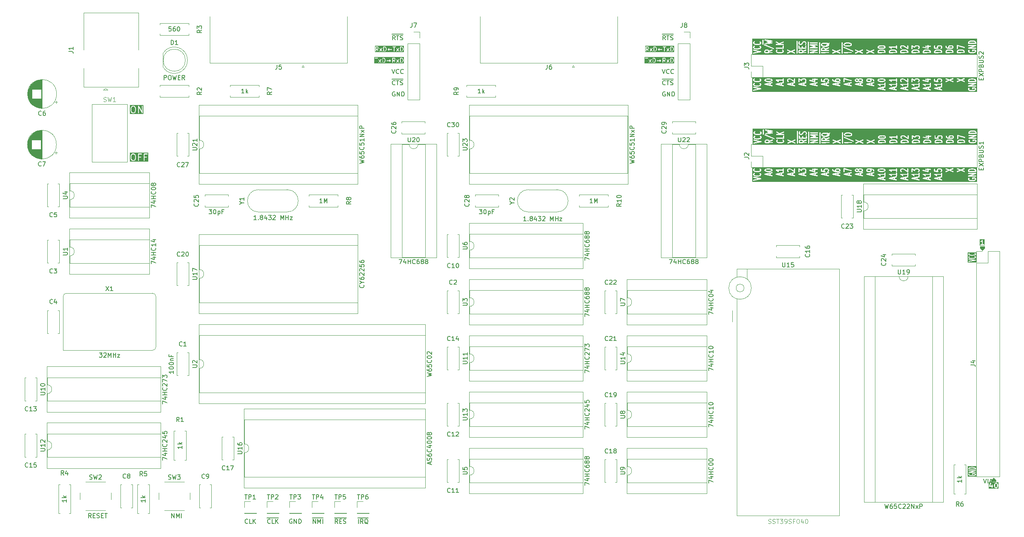
<source format=gbr>
%TF.GenerationSoftware,KiCad,Pcbnew,8.0.2*%
%TF.CreationDate,2025-01-26T21:00:51+01:00*%
%TF.ProjectId,bytecradle-6502-single-board,62797465-6372-4616-946c-652d36353032,rev?*%
%TF.SameCoordinates,Original*%
%TF.FileFunction,Legend,Top*%
%TF.FilePolarity,Positive*%
%FSLAX46Y46*%
G04 Gerber Fmt 4.6, Leading zero omitted, Abs format (unit mm)*
G04 Created by KiCad (PCBNEW 8.0.2) date 2025-01-26 21:00:51*
%MOMM*%
%LPD*%
G01*
G04 APERTURE LIST*
%ADD10C,0.200000*%
%ADD11C,0.100000*%
%ADD12C,0.175000*%
%ADD13C,0.250000*%
%ADD14C,0.150000*%
%ADD15C,0.120000*%
G04 APERTURE END LIST*
D10*
G36*
X269927500Y-132475582D02*
G01*
X269961698Y-132502915D01*
X270003483Y-132570290D01*
X270054355Y-132734597D01*
X270055912Y-132943446D01*
X270008158Y-133107865D01*
X269965655Y-133181126D01*
X269933623Y-133208950D01*
X269851509Y-133244463D01*
X269776849Y-133245535D01*
X269695357Y-133212855D01*
X269661157Y-133185521D01*
X269619372Y-133118145D01*
X269568500Y-132953839D01*
X269566943Y-132744990D01*
X269614697Y-132580569D01*
X269657199Y-132507310D01*
X269689230Y-132479488D01*
X269771346Y-132443974D01*
X269846007Y-132442902D01*
X269927500Y-132475582D01*
G37*
G36*
X270365396Y-133555330D02*
G01*
X268116293Y-133555330D01*
X268116293Y-132992573D01*
X268227404Y-132992573D01*
X268227635Y-133011467D01*
X268227635Y-133030394D01*
X268227873Y-133030969D01*
X268227881Y-133031588D01*
X268235311Y-133048925D01*
X268242567Y-133066442D01*
X268243006Y-133066881D01*
X268243251Y-133067452D01*
X268256797Y-133080672D01*
X268270157Y-133094032D01*
X268270729Y-133094269D01*
X268271175Y-133094704D01*
X268288778Y-133101745D01*
X268306205Y-133108964D01*
X268307026Y-133109044D01*
X268307402Y-133109195D01*
X268308424Y-133109182D01*
X268325714Y-133110885D01*
X268798352Y-133109694D01*
X268799064Y-133363728D01*
X268813996Y-133399776D01*
X268841586Y-133427366D01*
X268877634Y-133442298D01*
X268916652Y-133442298D01*
X268952700Y-133427366D01*
X268980290Y-133399776D01*
X268995222Y-133363728D01*
X268997143Y-133344219D01*
X268996485Y-133109194D01*
X269088080Y-133108964D01*
X269124128Y-133094032D01*
X269151718Y-133066442D01*
X269166650Y-133030394D01*
X269166650Y-132991376D01*
X269151718Y-132955328D01*
X269124128Y-132927738D01*
X269088080Y-132912806D01*
X269068571Y-132910885D01*
X268995930Y-132911068D01*
X268995410Y-132725171D01*
X269368571Y-132725171D01*
X269370321Y-132959968D01*
X269369022Y-132972763D01*
X269370472Y-132980173D01*
X269370492Y-132982775D01*
X269371420Y-132985017D01*
X269372788Y-132992001D01*
X269429969Y-133176686D01*
X269431575Y-133187475D01*
X269436586Y-133198057D01*
X269437377Y-133200611D01*
X269438375Y-133201834D01*
X269439965Y-133205192D01*
X269499445Y-133301099D01*
X269505081Y-133311836D01*
X269507843Y-133314640D01*
X269508792Y-133316170D01*
X269510858Y-133317700D01*
X269518838Y-133325802D01*
X269576788Y-133372118D01*
X269584269Y-133379631D01*
X269590120Y-133382774D01*
X269592198Y-133384435D01*
X269594611Y-133385186D01*
X269601538Y-133388908D01*
X269734571Y-133442257D01*
X269734677Y-133442257D01*
X269734776Y-133442298D01*
X269754285Y-133444219D01*
X269888080Y-133442298D01*
X269888178Y-133442257D01*
X269888285Y-133442257D01*
X269907032Y-133436527D01*
X270019287Y-133387978D01*
X270030659Y-133384435D01*
X270036233Y-133380649D01*
X270038588Y-133379631D01*
X270040373Y-133377837D01*
X270046876Y-133373422D01*
X270105369Y-133322612D01*
X270114065Y-133316170D01*
X270116385Y-133313043D01*
X270117776Y-133311836D01*
X270118967Y-133309565D01*
X270125750Y-133300429D01*
X270179176Y-133208338D01*
X270185479Y-133200611D01*
X270189885Y-133189879D01*
X270191281Y-133187474D01*
X270191512Y-133185916D01*
X270192925Y-133182477D01*
X270247552Y-132994390D01*
X270252364Y-132982775D01*
X270253101Y-132975284D01*
X270253834Y-132972763D01*
X270253588Y-132970343D01*
X270254285Y-132963266D01*
X270252534Y-132728468D01*
X270253834Y-132715674D01*
X270252383Y-132708263D01*
X270252364Y-132705662D01*
X270251435Y-132703419D01*
X270250068Y-132696436D01*
X270192886Y-132511749D01*
X270191281Y-132500963D01*
X270186270Y-132490382D01*
X270185479Y-132487826D01*
X270184479Y-132486600D01*
X270182891Y-132483246D01*
X270123409Y-132387334D01*
X270117775Y-132376600D01*
X270115013Y-132373796D01*
X270114065Y-132372267D01*
X270111998Y-132370736D01*
X270104018Y-132362634D01*
X270046066Y-132316317D01*
X270038588Y-132308807D01*
X270032737Y-132305664D01*
X270030658Y-132304002D01*
X270028242Y-132303249D01*
X270021319Y-132299530D01*
X269888285Y-132246181D01*
X269888178Y-132246180D01*
X269888080Y-132246140D01*
X269868571Y-132244219D01*
X269734776Y-132246140D01*
X269734677Y-132246180D01*
X269734571Y-132246181D01*
X269715823Y-132251911D01*
X269603573Y-132300458D01*
X269592198Y-132304002D01*
X269586620Y-132307789D01*
X269584269Y-132308807D01*
X269582484Y-132310599D01*
X269575981Y-132315016D01*
X269517483Y-132365827D01*
X269508792Y-132372267D01*
X269506473Y-132375390D01*
X269505081Y-132376600D01*
X269503887Y-132378874D01*
X269497108Y-132388007D01*
X269443679Y-132480098D01*
X269437377Y-132487826D01*
X269432971Y-132498554D01*
X269431575Y-132500962D01*
X269431342Y-132502521D01*
X269429931Y-132505960D01*
X269375303Y-132694046D01*
X269370492Y-132705662D01*
X269369754Y-132713152D01*
X269369022Y-132715674D01*
X269369267Y-132718093D01*
X269368571Y-132725171D01*
X268995410Y-132725171D01*
X268995222Y-132658043D01*
X268980290Y-132621995D01*
X268952700Y-132594405D01*
X268916652Y-132579473D01*
X268877634Y-132579473D01*
X268841586Y-132594405D01*
X268813996Y-132621995D01*
X268799064Y-132658043D01*
X268797143Y-132677552D01*
X268797798Y-132911567D01*
X268472433Y-132912387D01*
X268709737Y-132314912D01*
X268709261Y-132275897D01*
X268693891Y-132240034D01*
X268665967Y-132212782D01*
X268629740Y-132198291D01*
X268590724Y-132198767D01*
X268554861Y-132214137D01*
X268527609Y-132242061D01*
X268518580Y-132259461D01*
X268233574Y-132977038D01*
X268227635Y-132991376D01*
X268227635Y-132991991D01*
X268227404Y-132992573D01*
X268116293Y-132992573D01*
X268116293Y-132087180D01*
X270365396Y-132087180D01*
X270365396Y-133555330D01*
G37*
D11*
X269748000Y-131572000D02*
X269748000Y-131953000D01*
X268732000Y-131953000D01*
X268732000Y-131572000D01*
X269240000Y-131064000D01*
X269748000Y-131572000D01*
G36*
X269748000Y-131572000D02*
G01*
X269748000Y-131953000D01*
X268732000Y-131953000D01*
X268732000Y-131572000D01*
X269240000Y-131064000D01*
X269748000Y-131572000D01*
G37*
X267208000Y-79248000D02*
X266700000Y-79756000D01*
X266192000Y-79248000D01*
X266192000Y-78867000D01*
X267208000Y-78867000D01*
X267208000Y-79248000D01*
G36*
X267208000Y-79248000D02*
G01*
X266700000Y-79756000D01*
X266192000Y-79248000D01*
X266192000Y-78867000D01*
X267208000Y-78867000D01*
X267208000Y-79248000D01*
G37*
D10*
G36*
X267252047Y-78691330D02*
G01*
X266147913Y-78691330D01*
X266147913Y-77746629D01*
X266259024Y-77746629D01*
X266259105Y-77785647D01*
X266274112Y-77821664D01*
X266301760Y-77849196D01*
X266337839Y-77864052D01*
X266376857Y-77863971D01*
X266395604Y-77858241D01*
X266507854Y-77809694D01*
X266519231Y-77806150D01*
X266524808Y-77802362D01*
X266527160Y-77801345D01*
X266528944Y-77799552D01*
X266535448Y-77795136D01*
X266600488Y-77739664D01*
X266601698Y-78381420D01*
X266337634Y-78382140D01*
X266301586Y-78397072D01*
X266273996Y-78424662D01*
X266259064Y-78460710D01*
X266259064Y-78499728D01*
X266273996Y-78535776D01*
X266301586Y-78563366D01*
X266337634Y-78578298D01*
X266357143Y-78580219D01*
X267062366Y-78578298D01*
X267098414Y-78563366D01*
X267126004Y-78535776D01*
X267140936Y-78499728D01*
X267140936Y-78460710D01*
X267126004Y-78424662D01*
X267098414Y-78397072D01*
X267062366Y-78382140D01*
X267042857Y-78380219D01*
X266799812Y-78380881D01*
X266798141Y-77493925D01*
X266799633Y-77488778D01*
X266798105Y-77475035D01*
X266798079Y-77460710D01*
X266795940Y-77455547D01*
X266795324Y-77449999D01*
X266788536Y-77437672D01*
X266783147Y-77424662D01*
X266779196Y-77420711D01*
X266776503Y-77415820D01*
X266765511Y-77407026D01*
X266755557Y-77397072D01*
X266750396Y-77394934D01*
X266746035Y-77391445D01*
X266732515Y-77387527D01*
X266719509Y-77382140D01*
X266713922Y-77382140D01*
X266708559Y-77380586D01*
X266694573Y-77382140D01*
X266680491Y-77382140D01*
X266675328Y-77384278D01*
X266669779Y-77384895D01*
X266657449Y-77391684D01*
X266644443Y-77397072D01*
X266640493Y-77401021D01*
X266635600Y-77403716D01*
X266621913Y-77417750D01*
X266519877Y-77547804D01*
X266423263Y-77630202D01*
X266301412Y-77682902D01*
X266273880Y-77710550D01*
X266259024Y-77746629D01*
X266147913Y-77746629D01*
X266147913Y-77269475D01*
X267252047Y-77269475D01*
X267252047Y-78691330D01*
G37*
D12*
G36*
X264502553Y-128841809D02*
G01*
X264781882Y-128872029D01*
X264786374Y-128873526D01*
X264918336Y-128902128D01*
X265040969Y-128956480D01*
X265085180Y-129015285D01*
X265085658Y-129067462D01*
X263719146Y-129068937D01*
X263718680Y-129018011D01*
X263760833Y-128959070D01*
X263873980Y-128906347D01*
X264004918Y-128875203D01*
X264008980Y-128875142D01*
X264287914Y-128841923D01*
X264292433Y-128842369D01*
X264498356Y-128840908D01*
X264502553Y-128841809D01*
G37*
G36*
X265431044Y-130880146D02*
G01*
X263373822Y-130880146D01*
X263373822Y-130288202D01*
X263544933Y-130288202D01*
X263546303Y-130383656D01*
X263545016Y-130392025D01*
X263546511Y-130398134D01*
X263546614Y-130405272D01*
X263550633Y-130414977D01*
X263553133Y-130425187D01*
X263558890Y-130434911D01*
X263559679Y-130436814D01*
X263560508Y-130437643D01*
X263561872Y-130439946D01*
X263629992Y-130530553D01*
X263631405Y-130534319D01*
X263638667Y-130542091D01*
X263646656Y-130552717D01*
X263651135Y-130555434D01*
X263654714Y-130559265D01*
X263669558Y-130567859D01*
X263810474Y-130630314D01*
X263816768Y-130634771D01*
X263831922Y-130639820D01*
X263832461Y-130640059D01*
X263832659Y-130640065D01*
X263833041Y-130640193D01*
X263969077Y-130669677D01*
X263972449Y-130671545D01*
X263989220Y-130675142D01*
X264271263Y-130705656D01*
X264275363Y-130707354D01*
X264292433Y-130709035D01*
X264501061Y-130707555D01*
X264505162Y-130708733D01*
X264522313Y-130708475D01*
X264803884Y-130674942D01*
X264808140Y-130675670D01*
X264825158Y-130673526D01*
X264964775Y-130640318D01*
X264972405Y-130640059D01*
X264987515Y-130634909D01*
X264988098Y-130634771D01*
X264988261Y-130634655D01*
X264988641Y-130634526D01*
X265124806Y-130571075D01*
X265129022Y-130570427D01*
X265138368Y-130564755D01*
X265150152Y-130559265D01*
X265153730Y-130555434D01*
X265158210Y-130552717D01*
X265169661Y-130539946D01*
X265238975Y-130443025D01*
X265245187Y-130436814D01*
X265247622Y-130430935D01*
X265251733Y-130425187D01*
X265254232Y-130414977D01*
X265258252Y-130405272D01*
X265259358Y-130394031D01*
X265259850Y-130392025D01*
X265259671Y-130390861D01*
X265259933Y-130388202D01*
X265258671Y-130325370D01*
X265259850Y-130317712D01*
X265258398Y-130311783D01*
X265258252Y-130304465D01*
X265254232Y-130294759D01*
X265251733Y-130284550D01*
X265245975Y-130274825D01*
X265245187Y-130272923D01*
X265244357Y-130272093D01*
X265242994Y-130269791D01*
X265174871Y-130179181D01*
X265173460Y-130175417D01*
X265166197Y-130167643D01*
X265158210Y-130157020D01*
X265153732Y-130154303D01*
X265150152Y-130150471D01*
X265135307Y-130141878D01*
X265045738Y-130103011D01*
X265044228Y-130102959D01*
X265042836Y-130102383D01*
X265025766Y-130100702D01*
X264495363Y-130102383D01*
X264463821Y-130115448D01*
X264439679Y-130139590D01*
X264426614Y-130171132D01*
X264424933Y-130188202D01*
X264426614Y-130338605D01*
X264439679Y-130370147D01*
X264463821Y-130394289D01*
X264495363Y-130407354D01*
X264529503Y-130407354D01*
X264561045Y-130394289D01*
X264585187Y-130370147D01*
X264598252Y-130338605D01*
X264599933Y-130321535D01*
X264599417Y-130275426D01*
X265004043Y-130274143D01*
X265041364Y-130290338D01*
X265085484Y-130349022D01*
X265085686Y-130359089D01*
X265044032Y-130417333D01*
X264930884Y-130470057D01*
X264799948Y-130501200D01*
X264795887Y-130501262D01*
X264516951Y-130534480D01*
X264512433Y-130534035D01*
X264306509Y-130535495D01*
X264302313Y-130534595D01*
X264022983Y-130504374D01*
X264018492Y-130502878D01*
X263886531Y-130474276D01*
X263763896Y-130419924D01*
X263719541Y-130360927D01*
X263719053Y-130326964D01*
X263776125Y-130273553D01*
X263790676Y-130242668D01*
X263792299Y-130208565D01*
X263780749Y-130176437D01*
X263757784Y-130151176D01*
X263726899Y-130136625D01*
X263692796Y-130135002D01*
X263660668Y-130146552D01*
X263646907Y-130156791D01*
X263584556Y-130215143D01*
X263583821Y-130215448D01*
X263577839Y-130221429D01*
X263562074Y-130236184D01*
X263561173Y-130238095D01*
X263559679Y-130239590D01*
X263553928Y-130253473D01*
X263547523Y-130267069D01*
X263547422Y-130269180D01*
X263546614Y-130271132D01*
X263544933Y-130288202D01*
X263373822Y-130288202D01*
X263373822Y-129893255D01*
X263545079Y-129893255D01*
X263546614Y-129899164D01*
X263546614Y-129905272D01*
X263550867Y-129915541D01*
X263553662Y-129926299D01*
X263557341Y-129931171D01*
X263559679Y-129936814D01*
X263567539Y-129944674D01*
X263574237Y-129953543D01*
X263579501Y-129956636D01*
X263583821Y-129960956D01*
X263594091Y-129965210D01*
X263603672Y-129970840D01*
X263609719Y-129971683D01*
X263615363Y-129974021D01*
X263632433Y-129975702D01*
X265189503Y-129974021D01*
X265221045Y-129960956D01*
X265245187Y-129936814D01*
X265258252Y-129905272D01*
X265258252Y-129871132D01*
X265245187Y-129839590D01*
X265221045Y-129815448D01*
X265189503Y-129802383D01*
X265172433Y-129800702D01*
X264310960Y-129801632D01*
X265183489Y-129574027D01*
X265189503Y-129574021D01*
X265199690Y-129569801D01*
X265210529Y-129566974D01*
X265215403Y-129563292D01*
X265221045Y-129560956D01*
X265228904Y-129553096D01*
X265237774Y-129546398D01*
X265240867Y-129541133D01*
X265245187Y-129536814D01*
X265249441Y-129526543D01*
X265255071Y-129516963D01*
X265255914Y-129510915D01*
X265258252Y-129505272D01*
X265258252Y-129494155D01*
X265259787Y-129483149D01*
X265258252Y-129477239D01*
X265258252Y-129471132D01*
X265253997Y-129460860D01*
X265251204Y-129450106D01*
X265247524Y-129445234D01*
X265245187Y-129439590D01*
X265237325Y-129431728D01*
X265230629Y-129422861D01*
X265225364Y-129419767D01*
X265221045Y-129415448D01*
X265210772Y-129411192D01*
X265201193Y-129405564D01*
X265195146Y-129404720D01*
X265189503Y-129402383D01*
X265172433Y-129400702D01*
X263615363Y-129402383D01*
X263583821Y-129415448D01*
X263559679Y-129439590D01*
X263546614Y-129471132D01*
X263546614Y-129505272D01*
X263559679Y-129536814D01*
X263583821Y-129560956D01*
X263615363Y-129574021D01*
X263632433Y-129575702D01*
X264493906Y-129574771D01*
X263621379Y-129802376D01*
X263615363Y-129802383D01*
X263605171Y-129806604D01*
X263594336Y-129809431D01*
X263589463Y-129813110D01*
X263583821Y-129815448D01*
X263575960Y-129823308D01*
X263567092Y-129830006D01*
X263563998Y-129835270D01*
X263559679Y-129839590D01*
X263555424Y-129849860D01*
X263549795Y-129859441D01*
X263548951Y-129865488D01*
X263546614Y-129871132D01*
X263546614Y-129882248D01*
X263545079Y-129893255D01*
X263373822Y-129893255D01*
X263373822Y-128988202D01*
X263544933Y-128988202D01*
X263546614Y-129171939D01*
X263559679Y-129203481D01*
X263583821Y-129227623D01*
X263615363Y-129240688D01*
X263632433Y-129242369D01*
X265189503Y-129240688D01*
X265221045Y-129227623D01*
X265245187Y-129203481D01*
X265258252Y-129171939D01*
X265259933Y-129154869D01*
X265258456Y-128993438D01*
X265259850Y-128984379D01*
X265258315Y-128978111D01*
X265258252Y-128971132D01*
X265254232Y-128961426D01*
X265251733Y-128951217D01*
X265245975Y-128941492D01*
X265245187Y-128939590D01*
X265244357Y-128938760D01*
X265242994Y-128936458D01*
X265174871Y-128845847D01*
X265173460Y-128842085D01*
X265166201Y-128834316D01*
X265158210Y-128823687D01*
X265153730Y-128820969D01*
X265150152Y-128817139D01*
X265135307Y-128808545D01*
X264994390Y-128746089D01*
X264988098Y-128741634D01*
X264972943Y-128736584D01*
X264972405Y-128736346D01*
X264972206Y-128736339D01*
X264971825Y-128736212D01*
X264835788Y-128706726D01*
X264832417Y-128704859D01*
X264815646Y-128701262D01*
X264533602Y-128670747D01*
X264529503Y-128669050D01*
X264512433Y-128667369D01*
X264303805Y-128668848D01*
X264299704Y-128667671D01*
X264282554Y-128667929D01*
X264000981Y-128701461D01*
X263996726Y-128700734D01*
X263979708Y-128702878D01*
X263840088Y-128736087D01*
X263832461Y-128736346D01*
X263817350Y-128741495D01*
X263816768Y-128741634D01*
X263816604Y-128741749D01*
X263816225Y-128741879D01*
X263680060Y-128805328D01*
X263675844Y-128805977D01*
X263666496Y-128811648D01*
X263654714Y-128817139D01*
X263651135Y-128820969D01*
X263646656Y-128823687D01*
X263635205Y-128836458D01*
X263565890Y-128933378D01*
X263559679Y-128939590D01*
X263557243Y-128945468D01*
X263553133Y-128951217D01*
X263550633Y-128961426D01*
X263546614Y-128971132D01*
X263545507Y-128982372D01*
X263545016Y-128984379D01*
X263545194Y-128985542D01*
X263544933Y-128988202D01*
X263373822Y-128988202D01*
X263373822Y-128496258D01*
X265431044Y-128496258D01*
X265431044Y-130880146D01*
G37*
G36*
X265431044Y-82499721D02*
G01*
X263373822Y-82499721D01*
X263373822Y-81778556D01*
X263545025Y-81778556D01*
X263553218Y-81811699D01*
X263573471Y-81839186D01*
X263602699Y-81856828D01*
X263619325Y-81861048D01*
X264593890Y-82007645D01*
X263602699Y-82158909D01*
X263573471Y-82176551D01*
X263553218Y-82204037D01*
X263545025Y-82237181D01*
X263550140Y-82270936D01*
X263567782Y-82300164D01*
X263595268Y-82320417D01*
X263628412Y-82328610D01*
X263645541Y-82327715D01*
X265172523Y-82094685D01*
X265176455Y-82095277D01*
X265189048Y-82092163D01*
X265202166Y-82090162D01*
X265205647Y-82088060D01*
X265209598Y-82087084D01*
X265220161Y-82079300D01*
X265231395Y-82072520D01*
X265233808Y-82069244D01*
X265237084Y-82066831D01*
X265243867Y-82055592D01*
X265251648Y-82045034D01*
X265252623Y-82041088D01*
X265254727Y-82037603D01*
X265256694Y-82024616D01*
X265259840Y-82011890D01*
X265259231Y-82007872D01*
X265259841Y-82003848D01*
X265256690Y-81991100D01*
X265254726Y-81978136D01*
X265252625Y-81974656D01*
X265251649Y-81970705D01*
X265243858Y-81960131D01*
X265237083Y-81948907D01*
X265233811Y-81946496D01*
X265231396Y-81943218D01*
X265220151Y-81936431D01*
X265209597Y-81928654D01*
X265205650Y-81927678D01*
X265202167Y-81925576D01*
X265185541Y-81921356D01*
X263628412Y-81687127D01*
X263595269Y-81695320D01*
X263567782Y-81715573D01*
X263550140Y-81744801D01*
X263545025Y-81778556D01*
X263373822Y-81778556D01*
X263373822Y-81274535D01*
X263544933Y-81274535D01*
X263546194Y-81337366D01*
X263545016Y-81345025D01*
X263546467Y-81350953D01*
X263546614Y-81358272D01*
X263550633Y-81367977D01*
X263553133Y-81378187D01*
X263558890Y-81387911D01*
X263559679Y-81389814D01*
X263560508Y-81390643D01*
X263561872Y-81392946D01*
X263629992Y-81483553D01*
X263631405Y-81487319D01*
X263638667Y-81495091D01*
X263646656Y-81505717D01*
X263651135Y-81508434D01*
X263654714Y-81512265D01*
X263669558Y-81520859D01*
X263810474Y-81583314D01*
X263816768Y-81587771D01*
X263831922Y-81592820D01*
X263832461Y-81593059D01*
X263832659Y-81593065D01*
X263833041Y-81593193D01*
X263969077Y-81622677D01*
X263972449Y-81624545D01*
X263989220Y-81628142D01*
X264271263Y-81658656D01*
X264275363Y-81660354D01*
X264292433Y-81662035D01*
X264501061Y-81660555D01*
X264505162Y-81661733D01*
X264522313Y-81661475D01*
X264803884Y-81627942D01*
X264808140Y-81628670D01*
X264825158Y-81626526D01*
X264964775Y-81593318D01*
X264972405Y-81593059D01*
X264987515Y-81587909D01*
X264988098Y-81587771D01*
X264988261Y-81587655D01*
X264988641Y-81587526D01*
X265124806Y-81524075D01*
X265129022Y-81523427D01*
X265138368Y-81517755D01*
X265150152Y-81512265D01*
X265153730Y-81508434D01*
X265158210Y-81505717D01*
X265169661Y-81492946D01*
X265238975Y-81396025D01*
X265245187Y-81389814D01*
X265247622Y-81383935D01*
X265251733Y-81378187D01*
X265254232Y-81367977D01*
X265258252Y-81358272D01*
X265259358Y-81347031D01*
X265259850Y-81345025D01*
X265259671Y-81343861D01*
X265259933Y-81341202D01*
X265258671Y-81278370D01*
X265259850Y-81270712D01*
X265258398Y-81264783D01*
X265258252Y-81257465D01*
X265254232Y-81247759D01*
X265251733Y-81237550D01*
X265245975Y-81227825D01*
X265245187Y-81225923D01*
X265244357Y-81225093D01*
X265242994Y-81222791D01*
X265174871Y-81132181D01*
X265173460Y-81128417D01*
X265166197Y-81120643D01*
X265158210Y-81110020D01*
X265153732Y-81107303D01*
X265150152Y-81103471D01*
X265135307Y-81094878D01*
X265045738Y-81056011D01*
X265011616Y-81054854D01*
X264979648Y-81066842D01*
X264954703Y-81090150D01*
X264940575Y-81121230D01*
X264939418Y-81155352D01*
X264951406Y-81187320D01*
X264974714Y-81212265D01*
X264989559Y-81220859D01*
X265041364Y-81243338D01*
X265085484Y-81302022D01*
X265085686Y-81312089D01*
X265044032Y-81370333D01*
X264930884Y-81423057D01*
X264799948Y-81454200D01*
X264795887Y-81454262D01*
X264516951Y-81487480D01*
X264512433Y-81487035D01*
X264306509Y-81488495D01*
X264302313Y-81487595D01*
X264022983Y-81457374D01*
X264018492Y-81455878D01*
X263886531Y-81427276D01*
X263763896Y-81372924D01*
X263719381Y-81313714D01*
X263719179Y-81303647D01*
X263761027Y-81245132D01*
X263830152Y-81212266D01*
X263853460Y-81187320D01*
X263865448Y-81155352D01*
X263864290Y-81121230D01*
X263850163Y-81090150D01*
X263825217Y-81066842D01*
X263793249Y-81054854D01*
X263759128Y-81056012D01*
X263742893Y-81061545D01*
X263679311Y-81091776D01*
X263675844Y-81092310D01*
X263667349Y-81097464D01*
X263654714Y-81103472D01*
X263651135Y-81107302D01*
X263646656Y-81110020D01*
X263635205Y-81122791D01*
X263565890Y-81219711D01*
X263559679Y-81225923D01*
X263557243Y-81231801D01*
X263553133Y-81237550D01*
X263550633Y-81247759D01*
X263546614Y-81257465D01*
X263545507Y-81268705D01*
X263545016Y-81270712D01*
X263545194Y-81271875D01*
X263544933Y-81274535D01*
X263373822Y-81274535D01*
X263373822Y-80574535D01*
X263544933Y-80574535D01*
X263546194Y-80637366D01*
X263545016Y-80645025D01*
X263546467Y-80650953D01*
X263546614Y-80658272D01*
X263550633Y-80667977D01*
X263553133Y-80678187D01*
X263558890Y-80687911D01*
X263559679Y-80689814D01*
X263560508Y-80690643D01*
X263561872Y-80692946D01*
X263629992Y-80783553D01*
X263631405Y-80787319D01*
X263638667Y-80795091D01*
X263646656Y-80805717D01*
X263651135Y-80808434D01*
X263654714Y-80812265D01*
X263669558Y-80820859D01*
X263810474Y-80883314D01*
X263816768Y-80887771D01*
X263831922Y-80892820D01*
X263832461Y-80893059D01*
X263832659Y-80893065D01*
X263833041Y-80893193D01*
X263969077Y-80922677D01*
X263972449Y-80924545D01*
X263989220Y-80928142D01*
X264271263Y-80958656D01*
X264275363Y-80960354D01*
X264292433Y-80962035D01*
X264501061Y-80960555D01*
X264505162Y-80961733D01*
X264522313Y-80961475D01*
X264803884Y-80927942D01*
X264808140Y-80928670D01*
X264825158Y-80926526D01*
X264964775Y-80893318D01*
X264972405Y-80893059D01*
X264987515Y-80887909D01*
X264988098Y-80887771D01*
X264988261Y-80887655D01*
X264988641Y-80887526D01*
X265124806Y-80824075D01*
X265129022Y-80823427D01*
X265138368Y-80817755D01*
X265150152Y-80812265D01*
X265153730Y-80808434D01*
X265158210Y-80805717D01*
X265169661Y-80792946D01*
X265238975Y-80696025D01*
X265245187Y-80689814D01*
X265247622Y-80683935D01*
X265251733Y-80678187D01*
X265254232Y-80667977D01*
X265258252Y-80658272D01*
X265259358Y-80647031D01*
X265259850Y-80645025D01*
X265259671Y-80643861D01*
X265259933Y-80641202D01*
X265258671Y-80578370D01*
X265259850Y-80570712D01*
X265258398Y-80564783D01*
X265258252Y-80557465D01*
X265254232Y-80547759D01*
X265251733Y-80537550D01*
X265245975Y-80527825D01*
X265245187Y-80525923D01*
X265244357Y-80525093D01*
X265242994Y-80522791D01*
X265174871Y-80432181D01*
X265173460Y-80428417D01*
X265166197Y-80420643D01*
X265158210Y-80410020D01*
X265153732Y-80407303D01*
X265150152Y-80403471D01*
X265135307Y-80394878D01*
X265045738Y-80356011D01*
X265011616Y-80354854D01*
X264979648Y-80366842D01*
X264954703Y-80390150D01*
X264940575Y-80421230D01*
X264939418Y-80455352D01*
X264951406Y-80487320D01*
X264974714Y-80512265D01*
X264989559Y-80520859D01*
X265041364Y-80543338D01*
X265085484Y-80602022D01*
X265085686Y-80612089D01*
X265044032Y-80670333D01*
X264930884Y-80723057D01*
X264799948Y-80754200D01*
X264795887Y-80754262D01*
X264516951Y-80787480D01*
X264512433Y-80787035D01*
X264306509Y-80788495D01*
X264302313Y-80787595D01*
X264022983Y-80757374D01*
X264018492Y-80755878D01*
X263886531Y-80727276D01*
X263763896Y-80672924D01*
X263719381Y-80613714D01*
X263719179Y-80603647D01*
X263761027Y-80545132D01*
X263830152Y-80512266D01*
X263853460Y-80487320D01*
X263865448Y-80455352D01*
X263864290Y-80421230D01*
X263850163Y-80390150D01*
X263825217Y-80366842D01*
X263793249Y-80354854D01*
X263759128Y-80356012D01*
X263742893Y-80361545D01*
X263679311Y-80391776D01*
X263675844Y-80392310D01*
X263667349Y-80397464D01*
X263654714Y-80403472D01*
X263651135Y-80407302D01*
X263646656Y-80410020D01*
X263635205Y-80422791D01*
X263565890Y-80519711D01*
X263559679Y-80525923D01*
X263557243Y-80531801D01*
X263553133Y-80537550D01*
X263550633Y-80547759D01*
X263546614Y-80557465D01*
X263545507Y-80568705D01*
X263545016Y-80570712D01*
X263545194Y-80571875D01*
X263544933Y-80574535D01*
X263373822Y-80574535D01*
X263373822Y-80183743D01*
X265431044Y-80183743D01*
X265431044Y-82499721D01*
G37*
D13*
G36*
X244202632Y-63603123D02*
G01*
X243795565Y-63518136D01*
X244201812Y-63432080D01*
X244202632Y-63603123D01*
G37*
G36*
X246754393Y-63603123D02*
G01*
X246347326Y-63518136D01*
X246753573Y-63432080D01*
X246754393Y-63603123D01*
G37*
G36*
X249306154Y-63603123D02*
G01*
X248899087Y-63518136D01*
X249305334Y-63432080D01*
X249306154Y-63603123D01*
G37*
G36*
X251857915Y-63603123D02*
G01*
X251450848Y-63518136D01*
X251857095Y-63432080D01*
X251857915Y-63603123D01*
G37*
G36*
X254409676Y-63603123D02*
G01*
X254002609Y-63518136D01*
X254408856Y-63432080D01*
X254409676Y-63603123D01*
G37*
G36*
X256961437Y-63603123D02*
G01*
X256554370Y-63518136D01*
X256960617Y-63432080D01*
X256961437Y-63603123D01*
G37*
G36*
X218685022Y-62650742D02*
G01*
X218277955Y-62565755D01*
X218684202Y-62479699D01*
X218685022Y-62650742D01*
G37*
G36*
X221236783Y-62650742D02*
G01*
X220829716Y-62565755D01*
X221235963Y-62479699D01*
X221236783Y-62650742D01*
G37*
G36*
X223788544Y-62650742D02*
G01*
X223381477Y-62565755D01*
X223787724Y-62479699D01*
X223788544Y-62650742D01*
G37*
G36*
X226340305Y-62650742D02*
G01*
X225933238Y-62565755D01*
X226339485Y-62479699D01*
X226340305Y-62650742D01*
G37*
G36*
X228892066Y-62650742D02*
G01*
X228484999Y-62565755D01*
X228891246Y-62479699D01*
X228892066Y-62650742D01*
G37*
G36*
X231443827Y-62650742D02*
G01*
X231036760Y-62565755D01*
X231443007Y-62479699D01*
X231443827Y-62650742D01*
G37*
G36*
X233995588Y-62650742D02*
G01*
X233588521Y-62565755D01*
X233994768Y-62479699D01*
X233995588Y-62650742D01*
G37*
G36*
X236547349Y-62650742D02*
G01*
X236140282Y-62565755D01*
X236546529Y-62479699D01*
X236547349Y-62650742D01*
G37*
G36*
X239099110Y-62650742D02*
G01*
X238692043Y-62565755D01*
X239098290Y-62479699D01*
X239099110Y-62650742D01*
G37*
G36*
X241650871Y-62650742D02*
G01*
X241243804Y-62565755D01*
X241650051Y-62479699D01*
X241650871Y-62650742D01*
G37*
G36*
X218638043Y-61498423D02*
G01*
X218919255Y-61540682D01*
X218921818Y-61541777D01*
X219052187Y-61581026D01*
X219099311Y-61609383D01*
X219137182Y-61655586D01*
X219137362Y-61664583D01*
X219104495Y-61707488D01*
X219062266Y-61735395D01*
X218941689Y-61775183D01*
X218939947Y-61775285D01*
X218659658Y-61821587D01*
X218657518Y-61821377D01*
X218301917Y-61823502D01*
X218299612Y-61822903D01*
X218018400Y-61780643D01*
X218015838Y-61779549D01*
X217885468Y-61740299D01*
X217838345Y-61711943D01*
X217800473Y-61665739D01*
X217800293Y-61656742D01*
X217833160Y-61613837D01*
X217875387Y-61585930D01*
X217995962Y-61546143D01*
X217997707Y-61546042D01*
X218278000Y-61499738D01*
X218280137Y-61499949D01*
X218635738Y-61497823D01*
X218638043Y-61498423D01*
G37*
G36*
X234362753Y-61533407D02*
G01*
X234409877Y-61561764D01*
X234447364Y-61607499D01*
X234448526Y-61711422D01*
X234415061Y-61755107D01*
X234372832Y-61783014D01*
X234256417Y-61821428D01*
X233915481Y-61822732D01*
X233799842Y-61787918D01*
X233752720Y-61759562D01*
X233715232Y-61713826D01*
X233714070Y-61609903D01*
X233747535Y-61566217D01*
X233789763Y-61538311D01*
X233906269Y-61499867D01*
X234244628Y-61497844D01*
X234362753Y-61533407D01*
G37*
G36*
X239466275Y-61533407D02*
G01*
X239513399Y-61561764D01*
X239550886Y-61607499D01*
X239552048Y-61711422D01*
X239518583Y-61755107D01*
X239476354Y-61783014D01*
X239359790Y-61821478D01*
X239096744Y-61823414D01*
X238978842Y-61787918D01*
X238931719Y-61759562D01*
X238894230Y-61713825D01*
X238893068Y-61609904D01*
X238926535Y-61566217D01*
X238968761Y-61538311D01*
X239085326Y-61499847D01*
X239348373Y-61497911D01*
X239466275Y-61533407D01*
G37*
G36*
X238560559Y-61533406D02*
G01*
X238607683Y-61561763D01*
X238645171Y-61607499D01*
X238646333Y-61711422D01*
X238612868Y-61755107D01*
X238570640Y-61783014D01*
X238453328Y-61821725D01*
X238414915Y-61822648D01*
X238299556Y-61787918D01*
X238252433Y-61759562D01*
X238214945Y-61713826D01*
X238213783Y-61609903D01*
X238247248Y-61566218D01*
X238289475Y-61538311D01*
X238406788Y-61499600D01*
X238445202Y-61498677D01*
X238560559Y-61533406D01*
G37*
G36*
X241414226Y-61533406D02*
G01*
X241461349Y-61561763D01*
X241498837Y-61607499D01*
X241499999Y-61711422D01*
X241466534Y-61755107D01*
X241424306Y-61783014D01*
X241307800Y-61821458D01*
X240969442Y-61823481D01*
X240851317Y-61787918D01*
X240804194Y-61759562D01*
X240766706Y-61713826D01*
X240765544Y-61609903D01*
X240799009Y-61566218D01*
X240841236Y-61538311D01*
X240957652Y-61499897D01*
X241298589Y-61498593D01*
X241414226Y-61533406D01*
G37*
G36*
X244155653Y-61498423D02*
G01*
X244436865Y-61540682D01*
X244439428Y-61541777D01*
X244569797Y-61581026D01*
X244616921Y-61609383D01*
X244654792Y-61655586D01*
X244654972Y-61664583D01*
X244622105Y-61707488D01*
X244579876Y-61735395D01*
X244459299Y-61775183D01*
X244457557Y-61775285D01*
X244177268Y-61821587D01*
X244175128Y-61821377D01*
X243819527Y-61823502D01*
X243817222Y-61822903D01*
X243536010Y-61780643D01*
X243533448Y-61779549D01*
X243403078Y-61740299D01*
X243355955Y-61711943D01*
X243318083Y-61665739D01*
X243317903Y-61656742D01*
X243350770Y-61613837D01*
X243392997Y-61585930D01*
X243513572Y-61546143D01*
X243515317Y-61546042D01*
X243795610Y-61499738D01*
X243797747Y-61499949D01*
X244153348Y-61497823D01*
X244155653Y-61498423D01*
G37*
G36*
X264494265Y-61498423D02*
G01*
X264775477Y-61540682D01*
X264778040Y-61541777D01*
X264908062Y-61580921D01*
X265021706Y-61650753D01*
X265068281Y-61736217D01*
X265069062Y-61821562D01*
X263731902Y-61823557D01*
X263731156Y-61742047D01*
X263776010Y-61654429D01*
X263880976Y-61586453D01*
X264003137Y-61546143D01*
X264004882Y-61546042D01*
X264285174Y-61499738D01*
X264287311Y-61499949D01*
X264492575Y-61497983D01*
X264494265Y-61498423D01*
G37*
G36*
X265494137Y-64342726D02*
G01*
X214823456Y-64342726D01*
X214823456Y-63278344D01*
X214999575Y-63278344D01*
X215008566Y-63326280D01*
X215035218Y-63367128D01*
X215075472Y-63394666D01*
X215098842Y-63402035D01*
X216107939Y-63612713D01*
X215075472Y-63831422D01*
X215035218Y-63858960D01*
X215008566Y-63899808D01*
X214999575Y-63947744D01*
X215009612Y-63995472D01*
X215037150Y-64035726D01*
X215077998Y-64062378D01*
X215125934Y-64071369D01*
X215150292Y-64068701D01*
X216735078Y-63732994D01*
X216756137Y-63729045D01*
X216757296Y-63728288D01*
X216758662Y-63727999D01*
X216777694Y-63714979D01*
X216796984Y-63702393D01*
X216797767Y-63701247D01*
X216798917Y-63700461D01*
X216811523Y-63681139D01*
X216824522Y-63662139D01*
X216824807Y-63660779D01*
X216825569Y-63659613D01*
X216829820Y-63636947D01*
X216834560Y-63614411D01*
X216834303Y-63613044D01*
X216834560Y-63611677D01*
X216829820Y-63589140D01*
X216825569Y-63566475D01*
X216824807Y-63565308D01*
X216824522Y-63563949D01*
X216811523Y-63544948D01*
X216798917Y-63525627D01*
X216797767Y-63524840D01*
X216796984Y-63523695D01*
X216785864Y-63516439D01*
X243068946Y-63516439D01*
X243069202Y-63517806D01*
X243068946Y-63519173D01*
X243073689Y-63541730D01*
X243077937Y-63564375D01*
X243078696Y-63565539D01*
X243078983Y-63566901D01*
X243092002Y-63585932D01*
X243104589Y-63605223D01*
X243105736Y-63606007D01*
X243106521Y-63607155D01*
X243125811Y-63619741D01*
X243144843Y-63632761D01*
X243146628Y-63633324D01*
X243147369Y-63633807D01*
X243149321Y-63634173D01*
X243168213Y-63640130D01*
X244293316Y-63875028D01*
X244301695Y-63878499D01*
X244309939Y-63878499D01*
X244777571Y-63976131D01*
X244825508Y-63967140D01*
X244866355Y-63940488D01*
X244893893Y-63900234D01*
X244903931Y-63852506D01*
X244894940Y-63804570D01*
X244868288Y-63763722D01*
X244828033Y-63736184D01*
X244804664Y-63728815D01*
X244450596Y-63654892D01*
X244449931Y-63516439D01*
X245620707Y-63516439D01*
X245620963Y-63517806D01*
X245620707Y-63519173D01*
X245625450Y-63541730D01*
X245629698Y-63564375D01*
X245630457Y-63565539D01*
X245630744Y-63566901D01*
X245643763Y-63585932D01*
X245656350Y-63605223D01*
X245657497Y-63606007D01*
X245658282Y-63607155D01*
X245677572Y-63619741D01*
X245696604Y-63632761D01*
X245698389Y-63633324D01*
X245699130Y-63633807D01*
X245701082Y-63634173D01*
X245719974Y-63640130D01*
X246845077Y-63875028D01*
X246853456Y-63878499D01*
X246861700Y-63878499D01*
X247329332Y-63976131D01*
X247377269Y-63967140D01*
X247418116Y-63940488D01*
X247445654Y-63900234D01*
X247455692Y-63852506D01*
X247446701Y-63804570D01*
X247420049Y-63763722D01*
X247379794Y-63736184D01*
X247356425Y-63728815D01*
X247002357Y-63654892D01*
X247001692Y-63516439D01*
X248172468Y-63516439D01*
X248172724Y-63517806D01*
X248172468Y-63519173D01*
X248177211Y-63541730D01*
X248181459Y-63564375D01*
X248182218Y-63565539D01*
X248182505Y-63566901D01*
X248195524Y-63585932D01*
X248208111Y-63605223D01*
X248209258Y-63606007D01*
X248210043Y-63607155D01*
X248229333Y-63619741D01*
X248248365Y-63632761D01*
X248250150Y-63633324D01*
X248250891Y-63633807D01*
X248252843Y-63634173D01*
X248271735Y-63640130D01*
X249396838Y-63875028D01*
X249405217Y-63878499D01*
X249413461Y-63878499D01*
X249881093Y-63976131D01*
X249929030Y-63967140D01*
X249969877Y-63940488D01*
X249997415Y-63900234D01*
X250007453Y-63852506D01*
X249998462Y-63804570D01*
X249971810Y-63763722D01*
X249931555Y-63736184D01*
X249908186Y-63728815D01*
X249554118Y-63654892D01*
X249553453Y-63516439D01*
X250724229Y-63516439D01*
X250724485Y-63517806D01*
X250724229Y-63519173D01*
X250728972Y-63541730D01*
X250733220Y-63564375D01*
X250733979Y-63565539D01*
X250734266Y-63566901D01*
X250747285Y-63585932D01*
X250759872Y-63605223D01*
X250761019Y-63606007D01*
X250761804Y-63607155D01*
X250781094Y-63619741D01*
X250800126Y-63632761D01*
X250801911Y-63633324D01*
X250802652Y-63633807D01*
X250804604Y-63634173D01*
X250823496Y-63640130D01*
X251948599Y-63875028D01*
X251956978Y-63878499D01*
X251965222Y-63878499D01*
X252432854Y-63976131D01*
X252480791Y-63967140D01*
X252521638Y-63940488D01*
X252549176Y-63900234D01*
X252559214Y-63852506D01*
X252550223Y-63804570D01*
X252523571Y-63763722D01*
X252483316Y-63736184D01*
X252459947Y-63728815D01*
X252105879Y-63654892D01*
X252105214Y-63516439D01*
X253275990Y-63516439D01*
X253276246Y-63517806D01*
X253275990Y-63519173D01*
X253280733Y-63541730D01*
X253284981Y-63564375D01*
X253285740Y-63565539D01*
X253286027Y-63566901D01*
X253299046Y-63585932D01*
X253311633Y-63605223D01*
X253312780Y-63606007D01*
X253313565Y-63607155D01*
X253332855Y-63619741D01*
X253351887Y-63632761D01*
X253353672Y-63633324D01*
X253354413Y-63633807D01*
X253356365Y-63634173D01*
X253375257Y-63640130D01*
X254500360Y-63875028D01*
X254508739Y-63878499D01*
X254516983Y-63878499D01*
X254984615Y-63976131D01*
X255032552Y-63967140D01*
X255073399Y-63940488D01*
X255100937Y-63900234D01*
X255110975Y-63852506D01*
X255101984Y-63804570D01*
X255075332Y-63763722D01*
X255035077Y-63736184D01*
X255011708Y-63728815D01*
X254657640Y-63654892D01*
X254656975Y-63516439D01*
X255827751Y-63516439D01*
X255828007Y-63517806D01*
X255827751Y-63519173D01*
X255832494Y-63541730D01*
X255836742Y-63564375D01*
X255837501Y-63565539D01*
X255837788Y-63566901D01*
X255850807Y-63585932D01*
X255863394Y-63605223D01*
X255864541Y-63606007D01*
X255865326Y-63607155D01*
X255884616Y-63619741D01*
X255903648Y-63632761D01*
X255905433Y-63633324D01*
X255906174Y-63633807D01*
X255908126Y-63634173D01*
X255927018Y-63640130D01*
X257052121Y-63875028D01*
X257060500Y-63878499D01*
X257068744Y-63878499D01*
X257536376Y-63976131D01*
X257584313Y-63967140D01*
X257625160Y-63940488D01*
X257652698Y-63900234D01*
X257662736Y-63852506D01*
X257653745Y-63804570D01*
X257627093Y-63763722D01*
X257586838Y-63736184D01*
X257563469Y-63728815D01*
X257209401Y-63654892D01*
X257208972Y-63565425D01*
X263483026Y-63565425D01*
X263484839Y-63691699D01*
X263483688Y-63695431D01*
X263485111Y-63710633D01*
X263485428Y-63732668D01*
X263487684Y-63738116D01*
X263488235Y-63743991D01*
X263497503Y-63766675D01*
X263567937Y-63895919D01*
X263569310Y-63901985D01*
X263577752Y-63913929D01*
X263586495Y-63929972D01*
X263592761Y-63935165D01*
X263597460Y-63941813D01*
X263616803Y-63956857D01*
X263764027Y-64047324D01*
X263774315Y-64055959D01*
X263786665Y-64061235D01*
X263789661Y-64063076D01*
X263791856Y-64063453D01*
X263796849Y-64065586D01*
X263935956Y-64107465D01*
X263942218Y-64111297D01*
X263965932Y-64117470D01*
X264254922Y-64160898D01*
X264262925Y-64164213D01*
X264287311Y-64166615D01*
X264500680Y-64164571D01*
X264508753Y-64166515D01*
X264533215Y-64165089D01*
X264821077Y-64117535D01*
X264829272Y-64118251D01*
X264853250Y-64113205D01*
X264998409Y-64065306D01*
X265011390Y-64063076D01*
X265023375Y-64057067D01*
X265026736Y-64055959D01*
X265028438Y-64054529D01*
X265033296Y-64052095D01*
X265170917Y-63962972D01*
X265177005Y-63961094D01*
X265188392Y-63951655D01*
X265203592Y-63941813D01*
X265208291Y-63935163D01*
X265214557Y-63929971D01*
X265228073Y-63909532D01*
X265294063Y-63780624D01*
X265296960Y-63777728D01*
X265302952Y-63763260D01*
X265312817Y-63743991D01*
X265313367Y-63738116D01*
X265315624Y-63732668D01*
X265318026Y-63708282D01*
X265316432Y-63628913D01*
X265317364Y-63625895D01*
X265316100Y-63612404D01*
X265315624Y-63588658D01*
X265313367Y-63583209D01*
X265312817Y-63577335D01*
X265303549Y-63554652D01*
X265233113Y-63425405D01*
X265231741Y-63419341D01*
X265223299Y-63407397D01*
X265214557Y-63391355D01*
X265208290Y-63386161D01*
X265203591Y-63379512D01*
X265184248Y-63364469D01*
X265116717Y-63323832D01*
X265111519Y-63318634D01*
X265100479Y-63314061D01*
X265086865Y-63305869D01*
X265076332Y-63304059D01*
X265066459Y-63299970D01*
X265042073Y-63297568D01*
X264489354Y-63299970D01*
X264444294Y-63318634D01*
X264409806Y-63353122D01*
X264391142Y-63398182D01*
X264388740Y-63422568D01*
X264391142Y-63637430D01*
X264409806Y-63682490D01*
X264444294Y-63716978D01*
X264489354Y-63735642D01*
X264538126Y-63735642D01*
X264583186Y-63716978D01*
X264617674Y-63682490D01*
X264636338Y-63637430D01*
X264638740Y-63613044D01*
X264638001Y-63547027D01*
X265003878Y-63545437D01*
X265022233Y-63556483D01*
X265068598Y-63641561D01*
X265069284Y-63675710D01*
X265025041Y-63762135D01*
X264920076Y-63830109D01*
X264797911Y-63870421D01*
X264796169Y-63870523D01*
X264515880Y-63916825D01*
X264513740Y-63916615D01*
X264308475Y-63918580D01*
X264306786Y-63918141D01*
X264025574Y-63875881D01*
X264023012Y-63874787D01*
X263892988Y-63835642D01*
X263779345Y-63765810D01*
X263732620Y-63680072D01*
X263731609Y-63609622D01*
X263794732Y-63527221D01*
X263808091Y-63480314D01*
X263802483Y-63431864D01*
X263778760Y-63389250D01*
X263740536Y-63358957D01*
X263693629Y-63345598D01*
X263645179Y-63351207D01*
X263602565Y-63374929D01*
X263585536Y-63392549D01*
X263513547Y-63486523D01*
X263504092Y-63495979D01*
X263501487Y-63502266D01*
X263496796Y-63508391D01*
X263492053Y-63525043D01*
X263485428Y-63541039D01*
X263484333Y-63552149D01*
X263483437Y-63555298D01*
X263483753Y-63558035D01*
X263483026Y-63565425D01*
X257208972Y-63565425D01*
X257208080Y-63379660D01*
X257586838Y-63299428D01*
X257627093Y-63271890D01*
X257653745Y-63231042D01*
X257662736Y-63183106D01*
X257652698Y-63135378D01*
X257625160Y-63095124D01*
X257584313Y-63068472D01*
X257536376Y-63059481D01*
X257512018Y-63062149D01*
X257063716Y-63157113D01*
X257060500Y-63157113D01*
X257057133Y-63158507D01*
X255927227Y-63397856D01*
X255906174Y-63401805D01*
X255905014Y-63402561D01*
X255903648Y-63402851D01*
X255884616Y-63415870D01*
X255865326Y-63428457D01*
X255864541Y-63429604D01*
X255863394Y-63430389D01*
X255850807Y-63449679D01*
X255837788Y-63468711D01*
X255837501Y-63470072D01*
X255836742Y-63471237D01*
X255832494Y-63493881D01*
X255827751Y-63516439D01*
X254656975Y-63516439D01*
X254656319Y-63379660D01*
X255035077Y-63299428D01*
X255075332Y-63271890D01*
X255101984Y-63231042D01*
X255110975Y-63183106D01*
X255100937Y-63135378D01*
X255073399Y-63095124D01*
X255032552Y-63068472D01*
X254984615Y-63059481D01*
X254960257Y-63062149D01*
X254511955Y-63157113D01*
X254508739Y-63157113D01*
X254505372Y-63158507D01*
X253375466Y-63397856D01*
X253354413Y-63401805D01*
X253353253Y-63402561D01*
X253351887Y-63402851D01*
X253332855Y-63415870D01*
X253313565Y-63428457D01*
X253312780Y-63429604D01*
X253311633Y-63430389D01*
X253299046Y-63449679D01*
X253286027Y-63468711D01*
X253285740Y-63470072D01*
X253284981Y-63471237D01*
X253280733Y-63493881D01*
X253275990Y-63516439D01*
X252105214Y-63516439D01*
X252104558Y-63379660D01*
X252483316Y-63299428D01*
X252523571Y-63271890D01*
X252550223Y-63231042D01*
X252559214Y-63183106D01*
X252549176Y-63135378D01*
X252521638Y-63095124D01*
X252480791Y-63068472D01*
X252432854Y-63059481D01*
X252408496Y-63062149D01*
X251960194Y-63157113D01*
X251956978Y-63157113D01*
X251953611Y-63158507D01*
X250823705Y-63397856D01*
X250802652Y-63401805D01*
X250801492Y-63402561D01*
X250800126Y-63402851D01*
X250781094Y-63415870D01*
X250761804Y-63428457D01*
X250761019Y-63429604D01*
X250759872Y-63430389D01*
X250747285Y-63449679D01*
X250734266Y-63468711D01*
X250733979Y-63470072D01*
X250733220Y-63471237D01*
X250728972Y-63493881D01*
X250724229Y-63516439D01*
X249553453Y-63516439D01*
X249552797Y-63379660D01*
X249931555Y-63299428D01*
X249971810Y-63271890D01*
X249998462Y-63231042D01*
X250007453Y-63183106D01*
X249997415Y-63135378D01*
X249969877Y-63095124D01*
X249929030Y-63068472D01*
X249881093Y-63059481D01*
X249856735Y-63062149D01*
X249408433Y-63157113D01*
X249405217Y-63157113D01*
X249401850Y-63158507D01*
X248271944Y-63397856D01*
X248250891Y-63401805D01*
X248249731Y-63402561D01*
X248248365Y-63402851D01*
X248229333Y-63415870D01*
X248210043Y-63428457D01*
X248209258Y-63429604D01*
X248208111Y-63430389D01*
X248195524Y-63449679D01*
X248182505Y-63468711D01*
X248182218Y-63470072D01*
X248181459Y-63471237D01*
X248177211Y-63493881D01*
X248172468Y-63516439D01*
X247001692Y-63516439D01*
X247001036Y-63379660D01*
X247379794Y-63299428D01*
X247420049Y-63271890D01*
X247446701Y-63231042D01*
X247455692Y-63183106D01*
X247445654Y-63135378D01*
X247418116Y-63095124D01*
X247377269Y-63068472D01*
X247329332Y-63059481D01*
X247304974Y-63062149D01*
X246856672Y-63157113D01*
X246853456Y-63157113D01*
X246850089Y-63158507D01*
X245720183Y-63397856D01*
X245699130Y-63401805D01*
X245697970Y-63402561D01*
X245696604Y-63402851D01*
X245677572Y-63415870D01*
X245658282Y-63428457D01*
X245657497Y-63429604D01*
X245656350Y-63430389D01*
X245643763Y-63449679D01*
X245630744Y-63468711D01*
X245630457Y-63470072D01*
X245629698Y-63471237D01*
X245625450Y-63493881D01*
X245620707Y-63516439D01*
X244449931Y-63516439D01*
X244449275Y-63379660D01*
X244828033Y-63299428D01*
X244868288Y-63271890D01*
X244894940Y-63231042D01*
X244903931Y-63183106D01*
X244893893Y-63135378D01*
X244866355Y-63095124D01*
X244825508Y-63068472D01*
X244777571Y-63059481D01*
X244753213Y-63062149D01*
X244304911Y-63157113D01*
X244301695Y-63157113D01*
X244298328Y-63158507D01*
X243168422Y-63397856D01*
X243147369Y-63401805D01*
X243146209Y-63402561D01*
X243144843Y-63402851D01*
X243125811Y-63415870D01*
X243106521Y-63428457D01*
X243105736Y-63429604D01*
X243104589Y-63430389D01*
X243092002Y-63449679D01*
X243078983Y-63468711D01*
X243078696Y-63470072D01*
X243077937Y-63471237D01*
X243073689Y-63493881D01*
X243068946Y-63516439D01*
X216785864Y-63516439D01*
X216777694Y-63511108D01*
X216758662Y-63498089D01*
X216756877Y-63497526D01*
X216756137Y-63497043D01*
X216754182Y-63496676D01*
X216735293Y-63490720D01*
X215125934Y-63154719D01*
X215077998Y-63163710D01*
X215037150Y-63190362D01*
X215009612Y-63230616D01*
X214999575Y-63278344D01*
X214823456Y-63278344D01*
X214823456Y-62565425D01*
X214999567Y-62565425D01*
X215001160Y-62644793D01*
X215000229Y-62647812D01*
X215001492Y-62661302D01*
X215001969Y-62685049D01*
X215004225Y-62690497D01*
X215004776Y-62696372D01*
X215014044Y-62719056D01*
X215084478Y-62848300D01*
X215085851Y-62854366D01*
X215094293Y-62866310D01*
X215103036Y-62882353D01*
X215109302Y-62887546D01*
X215114001Y-62894194D01*
X215133344Y-62909238D01*
X215280568Y-62999705D01*
X215290856Y-63008340D01*
X215303206Y-63013616D01*
X215306202Y-63015457D01*
X215308397Y-63015834D01*
X215313390Y-63017967D01*
X215452497Y-63059846D01*
X215458759Y-63063678D01*
X215482473Y-63069851D01*
X215771463Y-63113279D01*
X215779466Y-63116594D01*
X215803852Y-63118996D01*
X216017221Y-63116952D01*
X216025294Y-63118896D01*
X216049756Y-63117470D01*
X216337618Y-63069916D01*
X216345813Y-63070632D01*
X216369791Y-63065586D01*
X216514950Y-63017687D01*
X216527931Y-63015457D01*
X216539916Y-63009448D01*
X216543277Y-63008340D01*
X216544979Y-63006910D01*
X216549837Y-63004476D01*
X216687458Y-62915353D01*
X216693546Y-62913475D01*
X216704933Y-62904036D01*
X216720133Y-62894194D01*
X216724832Y-62887544D01*
X216731098Y-62882352D01*
X216744614Y-62861913D01*
X216810604Y-62733005D01*
X216813501Y-62730109D01*
X216819493Y-62715641D01*
X216829358Y-62696372D01*
X216829908Y-62690497D01*
X216832165Y-62685049D01*
X216834567Y-62660663D01*
X216832973Y-62581294D01*
X216833905Y-62578276D01*
X216832641Y-62564785D01*
X216832626Y-62564058D01*
X217551336Y-62564058D01*
X217551592Y-62565425D01*
X217551336Y-62566792D01*
X217556079Y-62589349D01*
X217560327Y-62611994D01*
X217561086Y-62613158D01*
X217561373Y-62614520D01*
X217574392Y-62633551D01*
X217586979Y-62652842D01*
X217588126Y-62653626D01*
X217588911Y-62654774D01*
X217608201Y-62667360D01*
X217627233Y-62680380D01*
X217629018Y-62680943D01*
X217629759Y-62681426D01*
X217631711Y-62681792D01*
X217650603Y-62687749D01*
X218775706Y-62922647D01*
X218784085Y-62926118D01*
X218792329Y-62926118D01*
X219259961Y-63023750D01*
X219307898Y-63014759D01*
X219348745Y-62988107D01*
X219376283Y-62947853D01*
X219386321Y-62900125D01*
X219377330Y-62852189D01*
X219350678Y-62811341D01*
X219310423Y-62783803D01*
X219287054Y-62776434D01*
X218932986Y-62702511D01*
X218932321Y-62564058D01*
X220103097Y-62564058D01*
X220103353Y-62565425D01*
X220103097Y-62566792D01*
X220107840Y-62589349D01*
X220112088Y-62611994D01*
X220112847Y-62613158D01*
X220113134Y-62614520D01*
X220126153Y-62633551D01*
X220138740Y-62652842D01*
X220139887Y-62653626D01*
X220140672Y-62654774D01*
X220159962Y-62667360D01*
X220178994Y-62680380D01*
X220180779Y-62680943D01*
X220181520Y-62681426D01*
X220183472Y-62681792D01*
X220202364Y-62687749D01*
X221327467Y-62922647D01*
X221335846Y-62926118D01*
X221344090Y-62926118D01*
X221811722Y-63023750D01*
X221859659Y-63014759D01*
X221900506Y-62988107D01*
X221928044Y-62947853D01*
X221938082Y-62900125D01*
X221929091Y-62852189D01*
X221902439Y-62811341D01*
X221862184Y-62783803D01*
X221838815Y-62776434D01*
X221484747Y-62702511D01*
X221483426Y-62427279D01*
X221862184Y-62347047D01*
X221902439Y-62319509D01*
X221929091Y-62278661D01*
X221938082Y-62230725D01*
X221928044Y-62182997D01*
X221900506Y-62142743D01*
X221859659Y-62116091D01*
X221811722Y-62107100D01*
X221787364Y-62109768D01*
X221339062Y-62204732D01*
X221335846Y-62204732D01*
X221332479Y-62206126D01*
X220202573Y-62445475D01*
X220181520Y-62449424D01*
X220180360Y-62450180D01*
X220178994Y-62450470D01*
X220159962Y-62463489D01*
X220140672Y-62476076D01*
X220139887Y-62477223D01*
X220138740Y-62478008D01*
X220126153Y-62497298D01*
X220113134Y-62516330D01*
X220112847Y-62517691D01*
X220112088Y-62518856D01*
X220107840Y-62541500D01*
X220103097Y-62564058D01*
X218932321Y-62564058D01*
X218931665Y-62427279D01*
X219310423Y-62347047D01*
X219350678Y-62319509D01*
X219377330Y-62278661D01*
X219386321Y-62230725D01*
X219376283Y-62182997D01*
X219348745Y-62142743D01*
X219307898Y-62116091D01*
X219259961Y-62107100D01*
X219235603Y-62109768D01*
X218787301Y-62204732D01*
X218784085Y-62204732D01*
X218780718Y-62206126D01*
X217650812Y-62445475D01*
X217629759Y-62449424D01*
X217628599Y-62450180D01*
X217627233Y-62450470D01*
X217608201Y-62463489D01*
X217588911Y-62476076D01*
X217588126Y-62477223D01*
X217586979Y-62478008D01*
X217574392Y-62497298D01*
X217561373Y-62516330D01*
X217561086Y-62517691D01*
X217560327Y-62518856D01*
X217556079Y-62541500D01*
X217551336Y-62564058D01*
X216832626Y-62564058D01*
X216832165Y-62541039D01*
X216829908Y-62535590D01*
X216829358Y-62529716D01*
X216820090Y-62507033D01*
X216749654Y-62377786D01*
X216748282Y-62371722D01*
X216739840Y-62359778D01*
X216731098Y-62343736D01*
X216724831Y-62338542D01*
X216720132Y-62331893D01*
X216700789Y-62316850D01*
X216603406Y-62258250D01*
X216555338Y-62249992D01*
X216507768Y-62260758D01*
X216467939Y-62288908D01*
X216441915Y-62330157D01*
X216433657Y-62378225D01*
X216444423Y-62425795D01*
X216472573Y-62465624D01*
X216491916Y-62480667D01*
X216538774Y-62508864D01*
X216585139Y-62593942D01*
X216585825Y-62628091D01*
X216541582Y-62714516D01*
X216436617Y-62782490D01*
X216314452Y-62822802D01*
X216312710Y-62822904D01*
X216032421Y-62869206D01*
X216030281Y-62868996D01*
X215825016Y-62870961D01*
X215823327Y-62870522D01*
X215542115Y-62828262D01*
X215539553Y-62827168D01*
X215409529Y-62788023D01*
X215295886Y-62718191D01*
X215248994Y-62632146D01*
X215248308Y-62597996D01*
X215292816Y-62511054D01*
X215361560Y-62465623D01*
X215389710Y-62425795D01*
X215400476Y-62378224D01*
X215392217Y-62330156D01*
X215366193Y-62288908D01*
X215326364Y-62260757D01*
X215278794Y-62249992D01*
X215230726Y-62258251D01*
X215208820Y-62269231D01*
X215145443Y-62311114D01*
X215140588Y-62312613D01*
X215130400Y-62321055D01*
X215114001Y-62331894D01*
X215109302Y-62338541D01*
X215103036Y-62343735D01*
X215089520Y-62364175D01*
X215023529Y-62493082D01*
X215020633Y-62495979D01*
X215014640Y-62510446D01*
X215004776Y-62529716D01*
X215004225Y-62535590D01*
X215001969Y-62541039D01*
X214999567Y-62565425D01*
X214823456Y-62565425D01*
X214823456Y-61565425D01*
X214999567Y-61565425D01*
X215001160Y-61644793D01*
X215000229Y-61647812D01*
X215001492Y-61661302D01*
X215001969Y-61685049D01*
X215004225Y-61690497D01*
X215004776Y-61696372D01*
X215014044Y-61719056D01*
X215084478Y-61848300D01*
X215085851Y-61854366D01*
X215094293Y-61866310D01*
X215103036Y-61882353D01*
X215109302Y-61887546D01*
X215114001Y-61894194D01*
X215133344Y-61909238D01*
X215280568Y-61999705D01*
X215290856Y-62008340D01*
X215303206Y-62013616D01*
X215306202Y-62015457D01*
X215308397Y-62015834D01*
X215313390Y-62017967D01*
X215452497Y-62059846D01*
X215458759Y-62063678D01*
X215482473Y-62069851D01*
X215771463Y-62113279D01*
X215779466Y-62116594D01*
X215803852Y-62118996D01*
X216017221Y-62116952D01*
X216025294Y-62118896D01*
X216049756Y-62117470D01*
X216337618Y-62069916D01*
X216345813Y-62070632D01*
X216369791Y-62065586D01*
X216514950Y-62017687D01*
X216527931Y-62015457D01*
X216539916Y-62009448D01*
X216543277Y-62008340D01*
X216544979Y-62006910D01*
X216549837Y-62004476D01*
X216687458Y-61915353D01*
X216693546Y-61913475D01*
X216704933Y-61904036D01*
X216720133Y-61894194D01*
X216724832Y-61887544D01*
X216731098Y-61882352D01*
X216744614Y-61861913D01*
X216810604Y-61733005D01*
X216813501Y-61730109D01*
X216819493Y-61715641D01*
X216829358Y-61696372D01*
X216829908Y-61690497D01*
X216832165Y-61685049D01*
X216834567Y-61660663D01*
X216833611Y-61613044D01*
X217551328Y-61613044D01*
X217553191Y-61705858D01*
X217551739Y-61718409D01*
X217553572Y-61724848D01*
X217553730Y-61732668D01*
X217560355Y-61748663D01*
X217565098Y-61765316D01*
X217571141Y-61774703D01*
X217572394Y-61777728D01*
X217574343Y-61779677D01*
X217578362Y-61785920D01*
X217657322Y-61882253D01*
X217665762Y-61894194D01*
X217669479Y-61897085D01*
X217670867Y-61898778D01*
X217673642Y-61900323D01*
X217685105Y-61909238D01*
X217758224Y-61953236D01*
X217767141Y-61960721D01*
X217779279Y-61965906D01*
X217782487Y-61967837D01*
X217784679Y-61968213D01*
X217789675Y-61970348D01*
X217928781Y-62012227D01*
X217935043Y-62016059D01*
X217958757Y-62022232D01*
X218247748Y-62065660D01*
X218255751Y-62068975D01*
X218280137Y-62071377D01*
X218643912Y-62069202D01*
X218652531Y-62071277D01*
X218676993Y-62069851D01*
X218964855Y-62022297D01*
X218973050Y-62023013D01*
X218997028Y-62017967D01*
X219142188Y-61970067D01*
X219155167Y-61967838D01*
X219167150Y-61961830D01*
X219170514Y-61960721D01*
X219172218Y-61959290D01*
X219177073Y-61956857D01*
X219255171Y-61905245D01*
X219266789Y-61898778D01*
X219270025Y-61895429D01*
X219271893Y-61894195D01*
X219273729Y-61891596D01*
X219283818Y-61881158D01*
X219355806Y-61787183D01*
X219365262Y-61777728D01*
X219367866Y-61771440D01*
X219372558Y-61765316D01*
X219377300Y-61748663D01*
X219383926Y-61732668D01*
X219385020Y-61721557D01*
X219385917Y-61718409D01*
X219385600Y-61715671D01*
X219386328Y-61708282D01*
X219385848Y-61684381D01*
X220105360Y-61684381D01*
X220105491Y-61684702D01*
X220105491Y-61685049D01*
X220114715Y-61707318D01*
X220123779Y-61729542D01*
X220124021Y-61729787D01*
X220124155Y-61730109D01*
X220141202Y-61747156D01*
X220158078Y-61764217D01*
X220158481Y-61764435D01*
X220158643Y-61764597D01*
X220159224Y-61764837D01*
X220179625Y-61775886D01*
X220386901Y-61860906D01*
X220387818Y-61861619D01*
X220518051Y-61941644D01*
X220600009Y-62041635D01*
X220642623Y-62065357D01*
X220691073Y-62070966D01*
X220737980Y-62057607D01*
X220776204Y-62027314D01*
X220799927Y-61984700D01*
X220805535Y-61936250D01*
X220792176Y-61889343D01*
X220778912Y-61868739D01*
X220710228Y-61784943D01*
X221689735Y-61783481D01*
X221690491Y-61970763D01*
X221709155Y-62015823D01*
X221743643Y-62050311D01*
X221788703Y-62068975D01*
X221837475Y-62068975D01*
X221882535Y-62050311D01*
X221917023Y-62015823D01*
X221935687Y-61970763D01*
X221938089Y-61946377D01*
X221936553Y-61565425D01*
X222654850Y-61565425D01*
X222656985Y-61798750D01*
X222655261Y-61813647D01*
X222657183Y-61820396D01*
X222657252Y-61827906D01*
X222663877Y-61843901D01*
X222668620Y-61860554D01*
X222674663Y-61869941D01*
X222675916Y-61872966D01*
X222677865Y-61874915D01*
X222681884Y-61881158D01*
X222760844Y-61977491D01*
X222769284Y-61989432D01*
X222773001Y-61992323D01*
X222774389Y-61994016D01*
X222777164Y-61995561D01*
X222788627Y-62004476D01*
X222886009Y-62063075D01*
X222934077Y-62071334D01*
X222981647Y-62060569D01*
X223021476Y-62032418D01*
X223047500Y-61991170D01*
X223055759Y-61943102D01*
X223044993Y-61895531D01*
X223016843Y-61855703D01*
X222997501Y-61840659D01*
X222941867Y-61807181D01*
X222904465Y-61761551D01*
X222903079Y-61610083D01*
X222936682Y-61566218D01*
X222978909Y-61538311D01*
X223095749Y-61499757D01*
X223211465Y-61498172D01*
X223406883Y-61537356D01*
X224288112Y-62090638D01*
X224295404Y-62097930D01*
X224308104Y-62103190D01*
X224320057Y-62110695D01*
X224328169Y-62112088D01*
X223890823Y-62204732D01*
X223887607Y-62204732D01*
X223884240Y-62206126D01*
X222754334Y-62445475D01*
X222733281Y-62449424D01*
X222732121Y-62450180D01*
X222730755Y-62450470D01*
X222711723Y-62463489D01*
X222692433Y-62476076D01*
X222691648Y-62477223D01*
X222690501Y-62478008D01*
X222677914Y-62497298D01*
X222664895Y-62516330D01*
X222664608Y-62517691D01*
X222663849Y-62518856D01*
X222659601Y-62541500D01*
X222654858Y-62564058D01*
X222655114Y-62565425D01*
X222654858Y-62566792D01*
X222659601Y-62589349D01*
X222663849Y-62611994D01*
X222664608Y-62613158D01*
X222664895Y-62614520D01*
X222677914Y-62633551D01*
X222690501Y-62652842D01*
X222691648Y-62653626D01*
X222692433Y-62654774D01*
X222711723Y-62667360D01*
X222730755Y-62680380D01*
X222732540Y-62680943D01*
X222733281Y-62681426D01*
X222735233Y-62681792D01*
X222754125Y-62687749D01*
X223879228Y-62922647D01*
X223887607Y-62926118D01*
X223895851Y-62926118D01*
X224363483Y-63023750D01*
X224411420Y-63014759D01*
X224452267Y-62988107D01*
X224479805Y-62947853D01*
X224489843Y-62900125D01*
X224480852Y-62852189D01*
X224454200Y-62811341D01*
X224413945Y-62783803D01*
X224390576Y-62776434D01*
X224036508Y-62702511D01*
X224035843Y-62564058D01*
X225206619Y-62564058D01*
X225206875Y-62565425D01*
X225206619Y-62566792D01*
X225211362Y-62589349D01*
X225215610Y-62611994D01*
X225216369Y-62613158D01*
X225216656Y-62614520D01*
X225229675Y-62633551D01*
X225242262Y-62652842D01*
X225243409Y-62653626D01*
X225244194Y-62654774D01*
X225263484Y-62667360D01*
X225282516Y-62680380D01*
X225284301Y-62680943D01*
X225285042Y-62681426D01*
X225286994Y-62681792D01*
X225305886Y-62687749D01*
X226430989Y-62922647D01*
X226439368Y-62926118D01*
X226447612Y-62926118D01*
X226915244Y-63023750D01*
X226963181Y-63014759D01*
X227004028Y-62988107D01*
X227031566Y-62947853D01*
X227041604Y-62900125D01*
X227032613Y-62852189D01*
X227005961Y-62811341D01*
X226965706Y-62783803D01*
X226942337Y-62776434D01*
X226588269Y-62702511D01*
X226587604Y-62564058D01*
X227758380Y-62564058D01*
X227758636Y-62565425D01*
X227758380Y-62566792D01*
X227763123Y-62589349D01*
X227767371Y-62611994D01*
X227768130Y-62613158D01*
X227768417Y-62614520D01*
X227781436Y-62633551D01*
X227794023Y-62652842D01*
X227795170Y-62653626D01*
X227795955Y-62654774D01*
X227815245Y-62667360D01*
X227834277Y-62680380D01*
X227836062Y-62680943D01*
X227836803Y-62681426D01*
X227838755Y-62681792D01*
X227857647Y-62687749D01*
X228982750Y-62922647D01*
X228991129Y-62926118D01*
X228999373Y-62926118D01*
X229467005Y-63023750D01*
X229514942Y-63014759D01*
X229555789Y-62988107D01*
X229583327Y-62947853D01*
X229593365Y-62900125D01*
X229584374Y-62852189D01*
X229557722Y-62811341D01*
X229517467Y-62783803D01*
X229494098Y-62776434D01*
X229140030Y-62702511D01*
X229139365Y-62564058D01*
X230310141Y-62564058D01*
X230310397Y-62565425D01*
X230310141Y-62566792D01*
X230314884Y-62589349D01*
X230319132Y-62611994D01*
X230319891Y-62613158D01*
X230320178Y-62614520D01*
X230333197Y-62633551D01*
X230345784Y-62652842D01*
X230346931Y-62653626D01*
X230347716Y-62654774D01*
X230367006Y-62667360D01*
X230386038Y-62680380D01*
X230387823Y-62680943D01*
X230388564Y-62681426D01*
X230390516Y-62681792D01*
X230409408Y-62687749D01*
X231534511Y-62922647D01*
X231542890Y-62926118D01*
X231551134Y-62926118D01*
X232018766Y-63023750D01*
X232066703Y-63014759D01*
X232107550Y-62988107D01*
X232135088Y-62947853D01*
X232145126Y-62900125D01*
X232136135Y-62852189D01*
X232109483Y-62811341D01*
X232069228Y-62783803D01*
X232045859Y-62776434D01*
X231691791Y-62702511D01*
X231691126Y-62564058D01*
X232861902Y-62564058D01*
X232862158Y-62565425D01*
X232861902Y-62566792D01*
X232866645Y-62589349D01*
X232870893Y-62611994D01*
X232871652Y-62613158D01*
X232871939Y-62614520D01*
X232884958Y-62633551D01*
X232897545Y-62652842D01*
X232898692Y-62653626D01*
X232899477Y-62654774D01*
X232918767Y-62667360D01*
X232937799Y-62680380D01*
X232939584Y-62680943D01*
X232940325Y-62681426D01*
X232942277Y-62681792D01*
X232961169Y-62687749D01*
X234086272Y-62922647D01*
X234094651Y-62926118D01*
X234102895Y-62926118D01*
X234570527Y-63023750D01*
X234618464Y-63014759D01*
X234659311Y-62988107D01*
X234686849Y-62947853D01*
X234696887Y-62900125D01*
X234687896Y-62852189D01*
X234661244Y-62811341D01*
X234620989Y-62783803D01*
X234597620Y-62776434D01*
X234243552Y-62702511D01*
X234242887Y-62564058D01*
X235413663Y-62564058D01*
X235413919Y-62565425D01*
X235413663Y-62566792D01*
X235418406Y-62589349D01*
X235422654Y-62611994D01*
X235423413Y-62613158D01*
X235423700Y-62614520D01*
X235436719Y-62633551D01*
X235449306Y-62652842D01*
X235450453Y-62653626D01*
X235451238Y-62654774D01*
X235470528Y-62667360D01*
X235489560Y-62680380D01*
X235491345Y-62680943D01*
X235492086Y-62681426D01*
X235494038Y-62681792D01*
X235512930Y-62687749D01*
X236638033Y-62922647D01*
X236646412Y-62926118D01*
X236654656Y-62926118D01*
X237122288Y-63023750D01*
X237170225Y-63014759D01*
X237211072Y-62988107D01*
X237238610Y-62947853D01*
X237248648Y-62900125D01*
X237239657Y-62852189D01*
X237213005Y-62811341D01*
X237172750Y-62783803D01*
X237149381Y-62776434D01*
X236795313Y-62702511D01*
X236794648Y-62564058D01*
X237965424Y-62564058D01*
X237965680Y-62565425D01*
X237965424Y-62566792D01*
X237970167Y-62589349D01*
X237974415Y-62611994D01*
X237975174Y-62613158D01*
X237975461Y-62614520D01*
X237988480Y-62633551D01*
X238001067Y-62652842D01*
X238002214Y-62653626D01*
X238002999Y-62654774D01*
X238022289Y-62667360D01*
X238041321Y-62680380D01*
X238043106Y-62680943D01*
X238043847Y-62681426D01*
X238045799Y-62681792D01*
X238064691Y-62687749D01*
X239189794Y-62922647D01*
X239198173Y-62926118D01*
X239206417Y-62926118D01*
X239674049Y-63023750D01*
X239721986Y-63014759D01*
X239762833Y-62988107D01*
X239790371Y-62947853D01*
X239800409Y-62900125D01*
X239791418Y-62852189D01*
X239764766Y-62811341D01*
X239724511Y-62783803D01*
X239701142Y-62776434D01*
X239347074Y-62702511D01*
X239346409Y-62564058D01*
X240517185Y-62564058D01*
X240517441Y-62565425D01*
X240517185Y-62566792D01*
X240521928Y-62589349D01*
X240526176Y-62611994D01*
X240526935Y-62613158D01*
X240527222Y-62614520D01*
X240540241Y-62633551D01*
X240552828Y-62652842D01*
X240553975Y-62653626D01*
X240554760Y-62654774D01*
X240574050Y-62667360D01*
X240593082Y-62680380D01*
X240594867Y-62680943D01*
X240595608Y-62681426D01*
X240597560Y-62681792D01*
X240616452Y-62687749D01*
X241741555Y-62922647D01*
X241749934Y-62926118D01*
X241758178Y-62926118D01*
X242225810Y-63023750D01*
X242273747Y-63014759D01*
X242314594Y-62988107D01*
X242342132Y-62947853D01*
X242352170Y-62900125D01*
X242343179Y-62852189D01*
X242316527Y-62811341D01*
X242276272Y-62783803D01*
X242252903Y-62776434D01*
X241898835Y-62702511D01*
X241898519Y-62636762D01*
X243071209Y-62636762D01*
X243071340Y-62637083D01*
X243071340Y-62637430D01*
X243080564Y-62659699D01*
X243089628Y-62681923D01*
X243089870Y-62682168D01*
X243090004Y-62682490D01*
X243107051Y-62699537D01*
X243123927Y-62716598D01*
X243124330Y-62716816D01*
X243124492Y-62716978D01*
X243125073Y-62717218D01*
X243145474Y-62728267D01*
X243352750Y-62813287D01*
X243353667Y-62814000D01*
X243483900Y-62894025D01*
X243565858Y-62994016D01*
X243608472Y-63017738D01*
X243656922Y-63023347D01*
X243703829Y-63009988D01*
X243742053Y-62979695D01*
X243765776Y-62937081D01*
X243771384Y-62888631D01*
X243758025Y-62841724D01*
X243744761Y-62821120D01*
X243676077Y-62737324D01*
X244655584Y-62735862D01*
X244656340Y-62923144D01*
X244675004Y-62968204D01*
X244709492Y-63002692D01*
X244754552Y-63021356D01*
X244803324Y-63021356D01*
X244848384Y-63002692D01*
X244882872Y-62968204D01*
X244901536Y-62923144D01*
X244903938Y-62898758D01*
X244902882Y-62636762D01*
X245622970Y-62636762D01*
X245623101Y-62637083D01*
X245623101Y-62637430D01*
X245632325Y-62659699D01*
X245641389Y-62681923D01*
X245641631Y-62682168D01*
X245641765Y-62682490D01*
X245658812Y-62699537D01*
X245675688Y-62716598D01*
X245676091Y-62716816D01*
X245676253Y-62716978D01*
X245676834Y-62717218D01*
X245697235Y-62728267D01*
X245904511Y-62813287D01*
X245905428Y-62814000D01*
X246035661Y-62894025D01*
X246117619Y-62994016D01*
X246160233Y-63017738D01*
X246208683Y-63023347D01*
X246255590Y-63009988D01*
X246293814Y-62979695D01*
X246317537Y-62937081D01*
X246323145Y-62888631D01*
X246309786Y-62841724D01*
X246296522Y-62821120D01*
X246227838Y-62737324D01*
X247207345Y-62735862D01*
X247208101Y-62923144D01*
X247226765Y-62968204D01*
X247261253Y-63002692D01*
X247306313Y-63021356D01*
X247355085Y-63021356D01*
X247400145Y-63002692D01*
X247434633Y-62968204D01*
X247453297Y-62923144D01*
X247455699Y-62898758D01*
X247454643Y-62636762D01*
X248174731Y-62636762D01*
X248174862Y-62637083D01*
X248174862Y-62637430D01*
X248184086Y-62659699D01*
X248193150Y-62681923D01*
X248193392Y-62682168D01*
X248193526Y-62682490D01*
X248210573Y-62699537D01*
X248227449Y-62716598D01*
X248227852Y-62716816D01*
X248228014Y-62716978D01*
X248228595Y-62717218D01*
X248248996Y-62728267D01*
X248456272Y-62813287D01*
X248457189Y-62814000D01*
X248587422Y-62894025D01*
X248669380Y-62994016D01*
X248711994Y-63017738D01*
X248760444Y-63023347D01*
X248807351Y-63009988D01*
X248845575Y-62979695D01*
X248869298Y-62937081D01*
X248874906Y-62888631D01*
X248861547Y-62841724D01*
X248848283Y-62821120D01*
X248779599Y-62737324D01*
X249759106Y-62735862D01*
X249759862Y-62923144D01*
X249778526Y-62968204D01*
X249813014Y-63002692D01*
X249858074Y-63021356D01*
X249906846Y-63021356D01*
X249951906Y-63002692D01*
X249986394Y-62968204D01*
X250005058Y-62923144D01*
X250007460Y-62898758D01*
X250006404Y-62636762D01*
X250726492Y-62636762D01*
X250726623Y-62637083D01*
X250726623Y-62637430D01*
X250735847Y-62659699D01*
X250744911Y-62681923D01*
X250745153Y-62682168D01*
X250745287Y-62682490D01*
X250762334Y-62699537D01*
X250779210Y-62716598D01*
X250779613Y-62716816D01*
X250779775Y-62716978D01*
X250780356Y-62717218D01*
X250800757Y-62728267D01*
X251008033Y-62813287D01*
X251008950Y-62814000D01*
X251139183Y-62894025D01*
X251221141Y-62994016D01*
X251263755Y-63017738D01*
X251312205Y-63023347D01*
X251359112Y-63009988D01*
X251397336Y-62979695D01*
X251421059Y-62937081D01*
X251426667Y-62888631D01*
X251413308Y-62841724D01*
X251400044Y-62821120D01*
X251331360Y-62737324D01*
X252310867Y-62735862D01*
X252311623Y-62923144D01*
X252330287Y-62968204D01*
X252364775Y-63002692D01*
X252409835Y-63021356D01*
X252458607Y-63021356D01*
X252503667Y-63002692D01*
X252538155Y-62968204D01*
X252556819Y-62923144D01*
X252559221Y-62898758D01*
X252558165Y-62636762D01*
X253278253Y-62636762D01*
X253278384Y-62637083D01*
X253278384Y-62637430D01*
X253287608Y-62659699D01*
X253296672Y-62681923D01*
X253296914Y-62682168D01*
X253297048Y-62682490D01*
X253314095Y-62699537D01*
X253330971Y-62716598D01*
X253331374Y-62716816D01*
X253331536Y-62716978D01*
X253332117Y-62717218D01*
X253352518Y-62728267D01*
X253559794Y-62813287D01*
X253560711Y-62814000D01*
X253690944Y-62894025D01*
X253772902Y-62994016D01*
X253815516Y-63017738D01*
X253863966Y-63023347D01*
X253910873Y-63009988D01*
X253949097Y-62979695D01*
X253972820Y-62937081D01*
X253978428Y-62888631D01*
X253965069Y-62841724D01*
X253951805Y-62821120D01*
X253883121Y-62737324D01*
X254862628Y-62735862D01*
X254863384Y-62923144D01*
X254882048Y-62968204D01*
X254916536Y-63002692D01*
X254961596Y-63021356D01*
X255010368Y-63021356D01*
X255055428Y-63002692D01*
X255089916Y-62968204D01*
X255108580Y-62923144D01*
X255110982Y-62898758D01*
X255109926Y-62636762D01*
X255830014Y-62636762D01*
X255830145Y-62637083D01*
X255830145Y-62637430D01*
X255839369Y-62659699D01*
X255848433Y-62681923D01*
X255848675Y-62682168D01*
X255848809Y-62682490D01*
X255865856Y-62699537D01*
X255882732Y-62716598D01*
X255883135Y-62716816D01*
X255883297Y-62716978D01*
X255883878Y-62717218D01*
X255904279Y-62728267D01*
X256111555Y-62813287D01*
X256112472Y-62814000D01*
X256242705Y-62894025D01*
X256324663Y-62994016D01*
X256367277Y-63017738D01*
X256415727Y-63023347D01*
X256462634Y-63009988D01*
X256500858Y-62979695D01*
X256524581Y-62937081D01*
X256530189Y-62888631D01*
X256516830Y-62841724D01*
X256503566Y-62821120D01*
X256434882Y-62737324D01*
X257414389Y-62735862D01*
X257415145Y-62923144D01*
X257433809Y-62968204D01*
X257468297Y-63002692D01*
X257513357Y-63021356D01*
X257562129Y-63021356D01*
X257583184Y-63012635D01*
X263484424Y-63012635D01*
X263485428Y-63015419D01*
X263485428Y-63018382D01*
X263493667Y-63038274D01*
X263500965Y-63058516D01*
X263502958Y-63060704D01*
X263504092Y-63063442D01*
X263519312Y-63078662D01*
X263533805Y-63094576D01*
X263536486Y-63095836D01*
X263538580Y-63097930D01*
X263558461Y-63106165D01*
X263577946Y-63115323D01*
X263580905Y-63115461D01*
X263583640Y-63116594D01*
X263608026Y-63118996D01*
X265217412Y-63116594D01*
X265262472Y-63097930D01*
X265296960Y-63063442D01*
X265315624Y-63018382D01*
X265315624Y-62969610D01*
X265296960Y-62924550D01*
X265262472Y-62890062D01*
X265217412Y-62871398D01*
X265193026Y-62868996D01*
X264316744Y-62870303D01*
X265214628Y-62545170D01*
X265217412Y-62545166D01*
X265236679Y-62537185D01*
X265257547Y-62529629D01*
X265259736Y-62527635D01*
X265262472Y-62526502D01*
X265277688Y-62511285D01*
X265293606Y-62496789D01*
X265294866Y-62494107D01*
X265296960Y-62492014D01*
X265305195Y-62472132D01*
X265314353Y-62452648D01*
X265314491Y-62449688D01*
X265315624Y-62446954D01*
X265315624Y-62425441D01*
X265316629Y-62403929D01*
X265315624Y-62401141D01*
X265315624Y-62398182D01*
X265307392Y-62378308D01*
X265300088Y-62358048D01*
X265298093Y-62355857D01*
X265296960Y-62353122D01*
X265281744Y-62337906D01*
X265267247Y-62321988D01*
X265264565Y-62320727D01*
X265262472Y-62318634D01*
X265242594Y-62310400D01*
X265223107Y-62301241D01*
X265220146Y-62301102D01*
X265217412Y-62299970D01*
X265193026Y-62297568D01*
X263583640Y-62299970D01*
X263538580Y-62318634D01*
X263504092Y-62353122D01*
X263485428Y-62398182D01*
X263485428Y-62446954D01*
X263504092Y-62492014D01*
X263538580Y-62526502D01*
X263583640Y-62545166D01*
X263608026Y-62547568D01*
X264484306Y-62546260D01*
X263586424Y-62871393D01*
X263583640Y-62871398D01*
X263564366Y-62879381D01*
X263543506Y-62886935D01*
X263541317Y-62888928D01*
X263538580Y-62890062D01*
X263523359Y-62905282D01*
X263507446Y-62919775D01*
X263506185Y-62922456D01*
X263504092Y-62924550D01*
X263495856Y-62944431D01*
X263486699Y-62963916D01*
X263486560Y-62966875D01*
X263485428Y-62969610D01*
X263485428Y-62991134D01*
X263484424Y-63012635D01*
X257583184Y-63012635D01*
X257607189Y-63002692D01*
X257641677Y-62968204D01*
X257660341Y-62923144D01*
X257662743Y-62898758D01*
X257660341Y-62302944D01*
X257641677Y-62257884D01*
X257607189Y-62223396D01*
X257562129Y-62204732D01*
X257513357Y-62204732D01*
X257468297Y-62223396D01*
X257433809Y-62257884D01*
X257415145Y-62302944D01*
X257412743Y-62327330D01*
X257413391Y-62488229D01*
X255947740Y-62490417D01*
X255929025Y-62490315D01*
X255928705Y-62490445D01*
X255928357Y-62490446D01*
X255906087Y-62499670D01*
X255883864Y-62508734D01*
X255883618Y-62508976D01*
X255883297Y-62509110D01*
X255866249Y-62526157D01*
X255849189Y-62543033D01*
X255849054Y-62543352D01*
X255848809Y-62543598D01*
X255839593Y-62565846D01*
X255830280Y-62587990D01*
X255830278Y-62588336D01*
X255830145Y-62588658D01*
X255830145Y-62612742D01*
X255830014Y-62636762D01*
X255109926Y-62636762D01*
X255108580Y-62302944D01*
X255089916Y-62257884D01*
X255055428Y-62223396D01*
X255010368Y-62204732D01*
X254961596Y-62204732D01*
X254916536Y-62223396D01*
X254882048Y-62257884D01*
X254863384Y-62302944D01*
X254860982Y-62327330D01*
X254861630Y-62488229D01*
X253395979Y-62490417D01*
X253377264Y-62490315D01*
X253376944Y-62490445D01*
X253376596Y-62490446D01*
X253354326Y-62499670D01*
X253332103Y-62508734D01*
X253331857Y-62508976D01*
X253331536Y-62509110D01*
X253314488Y-62526157D01*
X253297428Y-62543033D01*
X253297293Y-62543352D01*
X253297048Y-62543598D01*
X253287832Y-62565846D01*
X253278519Y-62587990D01*
X253278517Y-62588336D01*
X253278384Y-62588658D01*
X253278384Y-62612742D01*
X253278253Y-62636762D01*
X252558165Y-62636762D01*
X252556819Y-62302944D01*
X252538155Y-62257884D01*
X252503667Y-62223396D01*
X252458607Y-62204732D01*
X252409835Y-62204732D01*
X252364775Y-62223396D01*
X252330287Y-62257884D01*
X252311623Y-62302944D01*
X252309221Y-62327330D01*
X252309869Y-62488229D01*
X250844218Y-62490417D01*
X250825503Y-62490315D01*
X250825183Y-62490445D01*
X250824835Y-62490446D01*
X250802565Y-62499670D01*
X250780342Y-62508734D01*
X250780096Y-62508976D01*
X250779775Y-62509110D01*
X250762727Y-62526157D01*
X250745667Y-62543033D01*
X250745532Y-62543352D01*
X250745287Y-62543598D01*
X250736071Y-62565846D01*
X250726758Y-62587990D01*
X250726756Y-62588336D01*
X250726623Y-62588658D01*
X250726623Y-62612742D01*
X250726492Y-62636762D01*
X250006404Y-62636762D01*
X250005058Y-62302944D01*
X249986394Y-62257884D01*
X249951906Y-62223396D01*
X249906846Y-62204732D01*
X249858074Y-62204732D01*
X249813014Y-62223396D01*
X249778526Y-62257884D01*
X249759862Y-62302944D01*
X249757460Y-62327330D01*
X249758108Y-62488229D01*
X248292457Y-62490417D01*
X248273742Y-62490315D01*
X248273422Y-62490445D01*
X248273074Y-62490446D01*
X248250804Y-62499670D01*
X248228581Y-62508734D01*
X248228335Y-62508976D01*
X248228014Y-62509110D01*
X248210966Y-62526157D01*
X248193906Y-62543033D01*
X248193771Y-62543352D01*
X248193526Y-62543598D01*
X248184310Y-62565846D01*
X248174997Y-62587990D01*
X248174995Y-62588336D01*
X248174862Y-62588658D01*
X248174862Y-62612742D01*
X248174731Y-62636762D01*
X247454643Y-62636762D01*
X247453297Y-62302944D01*
X247434633Y-62257884D01*
X247400145Y-62223396D01*
X247355085Y-62204732D01*
X247306313Y-62204732D01*
X247261253Y-62223396D01*
X247226765Y-62257884D01*
X247208101Y-62302944D01*
X247205699Y-62327330D01*
X247206347Y-62488229D01*
X245740696Y-62490417D01*
X245721981Y-62490315D01*
X245721661Y-62490445D01*
X245721313Y-62490446D01*
X245699043Y-62499670D01*
X245676820Y-62508734D01*
X245676574Y-62508976D01*
X245676253Y-62509110D01*
X245659205Y-62526157D01*
X245642145Y-62543033D01*
X245642010Y-62543352D01*
X245641765Y-62543598D01*
X245632549Y-62565846D01*
X245623236Y-62587990D01*
X245623234Y-62588336D01*
X245623101Y-62588658D01*
X245623101Y-62612742D01*
X245622970Y-62636762D01*
X244902882Y-62636762D01*
X244901536Y-62302944D01*
X244882872Y-62257884D01*
X244848384Y-62223396D01*
X244803324Y-62204732D01*
X244754552Y-62204732D01*
X244709492Y-62223396D01*
X244675004Y-62257884D01*
X244656340Y-62302944D01*
X244653938Y-62327330D01*
X244654586Y-62488229D01*
X243188935Y-62490417D01*
X243170220Y-62490315D01*
X243169900Y-62490445D01*
X243169552Y-62490446D01*
X243147282Y-62499670D01*
X243125059Y-62508734D01*
X243124813Y-62508976D01*
X243124492Y-62509110D01*
X243107444Y-62526157D01*
X243090384Y-62543033D01*
X243090249Y-62543352D01*
X243090004Y-62543598D01*
X243080788Y-62565846D01*
X243071475Y-62587990D01*
X243071473Y-62588336D01*
X243071340Y-62588658D01*
X243071340Y-62612742D01*
X243071209Y-62636762D01*
X241898519Y-62636762D01*
X241897514Y-62427279D01*
X242276272Y-62347047D01*
X242316527Y-62319509D01*
X242343179Y-62278661D01*
X242352170Y-62230725D01*
X242342132Y-62182997D01*
X242314594Y-62142743D01*
X242273747Y-62116091D01*
X242225810Y-62107100D01*
X242201452Y-62109768D01*
X241753150Y-62204732D01*
X241749934Y-62204732D01*
X241746567Y-62206126D01*
X240616661Y-62445475D01*
X240595608Y-62449424D01*
X240594448Y-62450180D01*
X240593082Y-62450470D01*
X240574050Y-62463489D01*
X240554760Y-62476076D01*
X240553975Y-62477223D01*
X240552828Y-62478008D01*
X240540241Y-62497298D01*
X240527222Y-62516330D01*
X240526935Y-62517691D01*
X240526176Y-62518856D01*
X240521928Y-62541500D01*
X240517185Y-62564058D01*
X239346409Y-62564058D01*
X239345753Y-62427279D01*
X239724511Y-62347047D01*
X239764766Y-62319509D01*
X239791418Y-62278661D01*
X239800409Y-62230725D01*
X239790371Y-62182997D01*
X239762833Y-62142743D01*
X239721986Y-62116091D01*
X239674049Y-62107100D01*
X239649691Y-62109768D01*
X239201389Y-62204732D01*
X239198173Y-62204732D01*
X239194806Y-62206126D01*
X238064900Y-62445475D01*
X238043847Y-62449424D01*
X238042687Y-62450180D01*
X238041321Y-62450470D01*
X238022289Y-62463489D01*
X238002999Y-62476076D01*
X238002214Y-62477223D01*
X238001067Y-62478008D01*
X237988480Y-62497298D01*
X237975461Y-62516330D01*
X237975174Y-62517691D01*
X237974415Y-62518856D01*
X237970167Y-62541500D01*
X237965424Y-62564058D01*
X236794648Y-62564058D01*
X236793992Y-62427279D01*
X237172750Y-62347047D01*
X237213005Y-62319509D01*
X237239657Y-62278661D01*
X237248648Y-62230725D01*
X237238610Y-62182997D01*
X237211072Y-62142743D01*
X237170225Y-62116091D01*
X237122288Y-62107100D01*
X237097930Y-62109768D01*
X236649628Y-62204732D01*
X236646412Y-62204732D01*
X236643045Y-62206126D01*
X235513139Y-62445475D01*
X235492086Y-62449424D01*
X235490926Y-62450180D01*
X235489560Y-62450470D01*
X235470528Y-62463489D01*
X235451238Y-62476076D01*
X235450453Y-62477223D01*
X235449306Y-62478008D01*
X235436719Y-62497298D01*
X235423700Y-62516330D01*
X235423413Y-62517691D01*
X235422654Y-62518856D01*
X235418406Y-62541500D01*
X235413663Y-62564058D01*
X234242887Y-62564058D01*
X234242231Y-62427279D01*
X234620989Y-62347047D01*
X234661244Y-62319509D01*
X234687896Y-62278661D01*
X234696887Y-62230725D01*
X234686849Y-62182997D01*
X234659311Y-62142743D01*
X234618464Y-62116091D01*
X234570527Y-62107100D01*
X234546169Y-62109768D01*
X234097867Y-62204732D01*
X234094651Y-62204732D01*
X234091284Y-62206126D01*
X232961378Y-62445475D01*
X232940325Y-62449424D01*
X232939165Y-62450180D01*
X232937799Y-62450470D01*
X232918767Y-62463489D01*
X232899477Y-62476076D01*
X232898692Y-62477223D01*
X232897545Y-62478008D01*
X232884958Y-62497298D01*
X232871939Y-62516330D01*
X232871652Y-62517691D01*
X232870893Y-62518856D01*
X232866645Y-62541500D01*
X232861902Y-62564058D01*
X231691126Y-62564058D01*
X231690470Y-62427279D01*
X232069228Y-62347047D01*
X232109483Y-62319509D01*
X232136135Y-62278661D01*
X232145126Y-62230725D01*
X232135088Y-62182997D01*
X232107550Y-62142743D01*
X232066703Y-62116091D01*
X232018766Y-62107100D01*
X231994408Y-62109768D01*
X231546106Y-62204732D01*
X231542890Y-62204732D01*
X231539523Y-62206126D01*
X230409617Y-62445475D01*
X230388564Y-62449424D01*
X230387404Y-62450180D01*
X230386038Y-62450470D01*
X230367006Y-62463489D01*
X230347716Y-62476076D01*
X230346931Y-62477223D01*
X230345784Y-62478008D01*
X230333197Y-62497298D01*
X230320178Y-62516330D01*
X230319891Y-62517691D01*
X230319132Y-62518856D01*
X230314884Y-62541500D01*
X230310141Y-62564058D01*
X229139365Y-62564058D01*
X229138709Y-62427279D01*
X229517467Y-62347047D01*
X229557722Y-62319509D01*
X229584374Y-62278661D01*
X229593365Y-62230725D01*
X229583327Y-62182997D01*
X229555789Y-62142743D01*
X229514942Y-62116091D01*
X229467005Y-62107100D01*
X229442647Y-62109768D01*
X228994345Y-62204732D01*
X228991129Y-62204732D01*
X228987762Y-62206126D01*
X227857856Y-62445475D01*
X227836803Y-62449424D01*
X227835643Y-62450180D01*
X227834277Y-62450470D01*
X227815245Y-62463489D01*
X227795955Y-62476076D01*
X227795170Y-62477223D01*
X227794023Y-62478008D01*
X227781436Y-62497298D01*
X227768417Y-62516330D01*
X227768130Y-62517691D01*
X227767371Y-62518856D01*
X227763123Y-62541500D01*
X227758380Y-62564058D01*
X226587604Y-62564058D01*
X226586948Y-62427279D01*
X226965706Y-62347047D01*
X227005961Y-62319509D01*
X227032613Y-62278661D01*
X227041604Y-62230725D01*
X227031566Y-62182997D01*
X227004028Y-62142743D01*
X226963181Y-62116091D01*
X226915244Y-62107100D01*
X226890886Y-62109768D01*
X226442584Y-62204732D01*
X226439368Y-62204732D01*
X226436001Y-62206126D01*
X225306095Y-62445475D01*
X225285042Y-62449424D01*
X225283882Y-62450180D01*
X225282516Y-62450470D01*
X225263484Y-62463489D01*
X225244194Y-62476076D01*
X225243409Y-62477223D01*
X225242262Y-62478008D01*
X225229675Y-62497298D01*
X225216656Y-62516330D01*
X225216369Y-62517691D01*
X225215610Y-62518856D01*
X225211362Y-62541500D01*
X225206619Y-62564058D01*
X224035843Y-62564058D01*
X224035187Y-62427279D01*
X224413945Y-62347047D01*
X224454200Y-62319509D01*
X224480852Y-62278661D01*
X224489843Y-62230725D01*
X224479805Y-62182997D01*
X224452267Y-62142743D01*
X224411420Y-62116091D01*
X224396986Y-62113383D01*
X224402105Y-62111263D01*
X224415696Y-62108188D01*
X224424424Y-62102018D01*
X224434296Y-62097930D01*
X224444144Y-62088081D01*
X224455525Y-62080038D01*
X224461228Y-62070997D01*
X224468784Y-62063442D01*
X224474114Y-62050573D01*
X224481549Y-62038789D01*
X224483358Y-62028254D01*
X224487448Y-62018382D01*
X224489850Y-61993996D01*
X224487539Y-61374949D01*
X225206611Y-61374949D01*
X225209013Y-62018382D01*
X225227677Y-62063442D01*
X225262165Y-62097930D01*
X225307225Y-62116594D01*
X225355997Y-62116594D01*
X225401057Y-62097930D01*
X225435545Y-62063442D01*
X225454209Y-62018382D01*
X225456611Y-61993996D01*
X225455084Y-61585089D01*
X225861344Y-61807586D01*
X225865974Y-61812216D01*
X225881664Y-61818715D01*
X225897517Y-61827397D01*
X225904522Y-61828183D01*
X225911034Y-61830880D01*
X225928561Y-61830880D01*
X225945986Y-61832835D01*
X225952759Y-61830880D01*
X225959806Y-61830880D01*
X225976001Y-61824171D01*
X225992846Y-61819310D01*
X225998353Y-61814913D01*
X226004866Y-61812216D01*
X226017265Y-61799816D01*
X226030963Y-61788882D01*
X226034368Y-61782713D01*
X226039354Y-61777728D01*
X226046063Y-61761528D01*
X226054535Y-61746184D01*
X226055320Y-61739180D01*
X226058018Y-61732668D01*
X226060420Y-61708282D01*
X226059003Y-61609622D01*
X226092252Y-61566217D01*
X226134480Y-61538311D01*
X226250986Y-61499867D01*
X226589345Y-61497844D01*
X226707470Y-61533407D01*
X226754594Y-61561764D01*
X226791935Y-61607321D01*
X226793477Y-61806355D01*
X226759778Y-61850345D01*
X226679617Y-61903321D01*
X226651467Y-61943150D01*
X226640701Y-61990720D01*
X226648959Y-62038788D01*
X226674983Y-62080037D01*
X226714812Y-62108187D01*
X226762382Y-62118953D01*
X226810450Y-62110695D01*
X226832356Y-62099714D01*
X226910454Y-62048102D01*
X226922072Y-62041635D01*
X226925308Y-62038286D01*
X226927176Y-62037052D01*
X226929012Y-62034453D01*
X226939101Y-62024015D01*
X227011089Y-61930040D01*
X227020545Y-61920585D01*
X227023149Y-61914297D01*
X227027841Y-61908173D01*
X227032583Y-61891520D01*
X227039209Y-61875525D01*
X227040303Y-61864414D01*
X227041200Y-61861266D01*
X227040883Y-61858528D01*
X227041611Y-61851139D01*
X227040494Y-61706915D01*
X227682904Y-61706915D01*
X227691895Y-61754851D01*
X227718547Y-61795699D01*
X227758801Y-61823237D01*
X227782171Y-61830606D01*
X228904011Y-62064153D01*
X228915652Y-62068975D01*
X228927171Y-62068975D01*
X228938671Y-62071369D01*
X228951435Y-62068975D01*
X228964424Y-62068975D01*
X228975173Y-62064522D01*
X228986607Y-62062378D01*
X228997482Y-62055282D01*
X229009484Y-62050311D01*
X229017712Y-62042082D01*
X229027455Y-62035726D01*
X229034786Y-62025008D01*
X229043972Y-62015823D01*
X229048425Y-62005070D01*
X229054992Y-61995472D01*
X229057664Y-61982766D01*
X229062636Y-61970763D01*
X229064791Y-61948876D01*
X229065030Y-61947744D01*
X229064946Y-61947301D01*
X229065038Y-61946377D01*
X229063721Y-61593738D01*
X229492758Y-61592785D01*
X229537818Y-61574121D01*
X229572306Y-61539633D01*
X229590970Y-61494573D01*
X229590970Y-61445801D01*
X229581347Y-61422568D01*
X230310133Y-61422568D01*
X230312409Y-61896894D01*
X230311243Y-61915376D01*
X230312515Y-61919095D01*
X230312535Y-61923144D01*
X230320387Y-61942100D01*
X230327032Y-61961522D01*
X230329672Y-61964517D01*
X230331199Y-61968204D01*
X230345706Y-61982711D01*
X230359280Y-61998113D01*
X230362864Y-61999869D01*
X230365687Y-62002692D01*
X230384649Y-62010546D01*
X230403076Y-62019577D01*
X230408634Y-62020480D01*
X230410747Y-62021356D01*
X230414016Y-62021356D01*
X230427262Y-62023510D01*
X231176465Y-62068464D01*
X231193171Y-62071334D01*
X231199693Y-62069857D01*
X231206513Y-62070267D01*
X231223369Y-62064499D01*
X231240741Y-62060568D01*
X231246259Y-62056667D01*
X231252659Y-62054478D01*
X231266030Y-62042694D01*
X231280569Y-62032418D01*
X231284174Y-62026702D01*
X231289250Y-62022230D01*
X231297092Y-62006228D01*
X231306594Y-61991169D01*
X231307738Y-61984507D01*
X231310715Y-61978434D01*
X231311836Y-61960650D01*
X231314852Y-61943101D01*
X231313360Y-61936509D01*
X231313786Y-61929759D01*
X231308016Y-61912897D01*
X231304086Y-61895531D01*
X231300185Y-61890012D01*
X231297996Y-61883613D01*
X231286214Y-61870244D01*
X231275936Y-61855702D01*
X231267868Y-61849427D01*
X231265748Y-61847022D01*
X231263116Y-61845732D01*
X231256593Y-61840659D01*
X231200959Y-61807181D01*
X231163557Y-61761551D01*
X231162171Y-61610083D01*
X231195774Y-61566217D01*
X231238002Y-61538311D01*
X231354508Y-61499867D01*
X231692867Y-61497844D01*
X231810992Y-61533407D01*
X231858116Y-61561764D01*
X231895517Y-61607393D01*
X231896903Y-61758861D01*
X231863300Y-61802726D01*
X231783139Y-61855702D01*
X231754989Y-61895531D01*
X231744223Y-61943101D01*
X231752481Y-61991169D01*
X231778505Y-62032418D01*
X231818334Y-62060568D01*
X231865904Y-62071334D01*
X231913972Y-62063076D01*
X231935878Y-62052095D01*
X232013976Y-62000483D01*
X232025594Y-61994016D01*
X232028830Y-61990667D01*
X232030698Y-61989433D01*
X232032534Y-61986834D01*
X232042623Y-61976396D01*
X232114611Y-61882421D01*
X232124067Y-61872966D01*
X232126671Y-61866678D01*
X232131363Y-61860554D01*
X232136105Y-61843901D01*
X232142731Y-61827906D01*
X232143825Y-61816795D01*
X232144722Y-61813647D01*
X232144405Y-61810909D01*
X232145133Y-61803520D01*
X232142997Y-61570194D01*
X232144722Y-61555298D01*
X232142799Y-61548548D01*
X232142731Y-61541039D01*
X232136105Y-61525043D01*
X232131363Y-61508391D01*
X232125319Y-61499003D01*
X232124067Y-61495979D01*
X232122117Y-61494029D01*
X232118099Y-61487787D01*
X232103673Y-61470187D01*
X232861894Y-61470187D01*
X232863975Y-61656359D01*
X232862305Y-61670790D01*
X232864211Y-61677483D01*
X232864296Y-61685049D01*
X232870921Y-61701044D01*
X232875664Y-61717697D01*
X232881707Y-61727084D01*
X232882960Y-61730109D01*
X232884909Y-61732058D01*
X232888928Y-61738301D01*
X232967888Y-61834634D01*
X232976328Y-61846575D01*
X232980045Y-61849466D01*
X232981433Y-61851159D01*
X232984208Y-61852704D01*
X232995671Y-61861619D01*
X233062872Y-61902056D01*
X233067835Y-61907074D01*
X233089382Y-61918743D01*
X233309800Y-62009153D01*
X233321086Y-62016059D01*
X233336276Y-62020013D01*
X233339221Y-62021221D01*
X233340952Y-62021230D01*
X233344800Y-62022232D01*
X233633790Y-62065660D01*
X233641793Y-62068975D01*
X233666179Y-62071377D01*
X233878756Y-62070564D01*
X233878982Y-62070632D01*
X233879804Y-62070560D01*
X234265892Y-62069083D01*
X234283616Y-62070632D01*
X234291436Y-62068986D01*
X234294375Y-62068975D01*
X234297354Y-62067740D01*
X234307594Y-62065586D01*
X234452754Y-62017686D01*
X234465733Y-62015457D01*
X234477716Y-62009449D01*
X234481080Y-62008340D01*
X234482784Y-62006909D01*
X234487639Y-62004476D01*
X234565737Y-61952864D01*
X234577355Y-61946397D01*
X234580591Y-61943048D01*
X234582459Y-61941814D01*
X234584295Y-61939215D01*
X234594384Y-61928777D01*
X234666372Y-61834802D01*
X234675828Y-61825347D01*
X234678432Y-61819059D01*
X234683124Y-61812935D01*
X234687866Y-61796282D01*
X234694492Y-61780287D01*
X234695586Y-61769176D01*
X234696483Y-61766028D01*
X234696166Y-61763290D01*
X234696894Y-61755901D01*
X234694812Y-61569728D01*
X234696483Y-61555298D01*
X234694576Y-61548604D01*
X234694492Y-61541039D01*
X234687866Y-61525043D01*
X234683124Y-61508391D01*
X234677080Y-61499003D01*
X234675828Y-61495979D01*
X234673878Y-61494029D01*
X234669860Y-61487787D01*
X234590895Y-61391448D01*
X234582459Y-61379512D01*
X234578742Y-61376621D01*
X234577355Y-61374929D01*
X234574578Y-61373383D01*
X234563116Y-61364469D01*
X234501398Y-61327330D01*
X235413655Y-61327330D01*
X235416057Y-62018382D01*
X235434721Y-62063442D01*
X235469209Y-62097930D01*
X235514269Y-62116594D01*
X235563041Y-62116594D01*
X235608101Y-62097930D01*
X235642589Y-62063442D01*
X235661253Y-62018382D01*
X235663655Y-61993996D01*
X235661902Y-61489903D01*
X237115195Y-61880614D01*
X237163565Y-61874359D01*
X237205859Y-61850068D01*
X237235638Y-61811442D01*
X237248368Y-61764361D01*
X237242113Y-61715991D01*
X237217822Y-61673697D01*
X237179196Y-61643918D01*
X237156282Y-61635234D01*
X236896620Y-61565425D01*
X237965416Y-61565425D01*
X237967497Y-61751597D01*
X237965827Y-61766028D01*
X237967733Y-61772721D01*
X237967818Y-61780287D01*
X237974443Y-61796282D01*
X237979186Y-61812935D01*
X237985229Y-61822322D01*
X237986482Y-61825347D01*
X237988431Y-61827296D01*
X237992450Y-61833539D01*
X238071410Y-61929872D01*
X238079850Y-61941813D01*
X238083567Y-61944704D01*
X238084955Y-61946397D01*
X238087730Y-61947942D01*
X238099193Y-61956857D01*
X238172312Y-62000855D01*
X238181229Y-62008340D01*
X238193367Y-62013525D01*
X238196575Y-62015456D01*
X238198767Y-62015832D01*
X238203763Y-62017967D01*
X238353947Y-62063181D01*
X238367934Y-62068975D01*
X238375746Y-62069744D01*
X238378694Y-62070632D01*
X238381907Y-62070351D01*
X238392320Y-62071377D01*
X238468872Y-62069535D01*
X238481424Y-62070632D01*
X238488925Y-62069053D01*
X238492183Y-62068975D01*
X238495162Y-62067740D01*
X238505402Y-62065586D01*
X238650566Y-62017685D01*
X238663542Y-62015456D01*
X238675525Y-62009449D01*
X238678888Y-62008340D01*
X238680591Y-62006910D01*
X238685448Y-62004476D01*
X238763539Y-61952867D01*
X238769256Y-61949684D01*
X238778479Y-61956857D01*
X238851598Y-62000855D01*
X238860515Y-62008340D01*
X238872653Y-62013525D01*
X238875861Y-62015456D01*
X238878053Y-62015832D01*
X238883049Y-62017967D01*
X239033233Y-62063181D01*
X239047220Y-62068975D01*
X239055032Y-62069744D01*
X239057980Y-62070632D01*
X239061193Y-62070351D01*
X239071606Y-62071377D01*
X239370478Y-62069176D01*
X239387138Y-62070632D01*
X239394907Y-62068997D01*
X239397897Y-62068975D01*
X239400876Y-62067740D01*
X239411116Y-62065586D01*
X239556276Y-62017686D01*
X239569255Y-62015457D01*
X239581238Y-62009449D01*
X239584602Y-62008340D01*
X239586306Y-62006909D01*
X239591161Y-62004476D01*
X239669259Y-61952864D01*
X239680877Y-61946397D01*
X239684113Y-61943048D01*
X239685981Y-61941814D01*
X239687817Y-61939215D01*
X239697906Y-61928777D01*
X239769894Y-61834802D01*
X239779350Y-61825347D01*
X239781954Y-61819059D01*
X239786646Y-61812935D01*
X239791388Y-61796282D01*
X239798014Y-61780287D01*
X239799108Y-61769176D01*
X239800005Y-61766028D01*
X239799688Y-61763290D01*
X239800416Y-61755901D01*
X239798334Y-61569728D01*
X239798832Y-61565425D01*
X240517177Y-61565425D01*
X240519258Y-61751597D01*
X240517588Y-61766028D01*
X240519494Y-61772721D01*
X240519579Y-61780287D01*
X240526204Y-61796282D01*
X240530947Y-61812935D01*
X240536990Y-61822322D01*
X240538243Y-61825347D01*
X240540192Y-61827296D01*
X240544211Y-61833539D01*
X240623171Y-61929872D01*
X240631611Y-61941813D01*
X240635328Y-61944704D01*
X240636716Y-61946397D01*
X240639491Y-61947942D01*
X240650954Y-61956857D01*
X240724073Y-62000855D01*
X240732990Y-62008340D01*
X240745128Y-62013525D01*
X240748336Y-62015456D01*
X240750528Y-62015832D01*
X240755524Y-62017967D01*
X240905708Y-62063181D01*
X240919695Y-62068975D01*
X240927507Y-62069744D01*
X240930455Y-62070632D01*
X240933668Y-62070351D01*
X240944081Y-62071377D01*
X241318022Y-62069141D01*
X241335088Y-62070632D01*
X241342877Y-62068992D01*
X241345848Y-62068975D01*
X241348828Y-62067740D01*
X241359067Y-62065586D01*
X241504231Y-62017685D01*
X241517208Y-62015456D01*
X241529191Y-62009449D01*
X241532554Y-62008340D01*
X241534257Y-62006910D01*
X241539114Y-62004476D01*
X241617205Y-61952867D01*
X241628828Y-61946397D01*
X241632067Y-61943045D01*
X241633932Y-61941813D01*
X241635765Y-61939218D01*
X241645857Y-61928777D01*
X241717845Y-61834802D01*
X241727301Y-61825347D01*
X241729905Y-61819059D01*
X241734597Y-61812935D01*
X241739339Y-61796282D01*
X241745965Y-61780287D01*
X241747059Y-61769176D01*
X241747956Y-61766028D01*
X241747639Y-61763290D01*
X241748367Y-61755901D01*
X241746285Y-61569728D01*
X241747956Y-61555298D01*
X241746049Y-61548604D01*
X241745965Y-61541039D01*
X241741581Y-61530456D01*
X241807659Y-61540386D01*
X242008610Y-61622812D01*
X242009526Y-61623524D01*
X242065160Y-61657002D01*
X242102647Y-61702737D01*
X242104579Y-61875525D01*
X242123243Y-61920585D01*
X242157731Y-61955073D01*
X242202791Y-61973737D01*
X242251563Y-61973737D01*
X242296623Y-61955073D01*
X242331111Y-61920585D01*
X242349775Y-61875525D01*
X242352177Y-61851139D01*
X242350095Y-61664966D01*
X242351766Y-61650536D01*
X242349859Y-61643842D01*
X242349775Y-61636277D01*
X242343149Y-61620281D01*
X242341088Y-61613044D01*
X243068938Y-61613044D01*
X243070801Y-61705858D01*
X243069349Y-61718409D01*
X243071182Y-61724848D01*
X243071340Y-61732668D01*
X243077965Y-61748663D01*
X243082708Y-61765316D01*
X243088751Y-61774703D01*
X243090004Y-61777728D01*
X243091953Y-61779677D01*
X243095972Y-61785920D01*
X243174932Y-61882253D01*
X243183372Y-61894194D01*
X243187089Y-61897085D01*
X243188477Y-61898778D01*
X243191252Y-61900323D01*
X243202715Y-61909238D01*
X243275834Y-61953236D01*
X243284751Y-61960721D01*
X243296889Y-61965906D01*
X243300097Y-61967837D01*
X243302289Y-61968213D01*
X243307285Y-61970348D01*
X243446391Y-62012227D01*
X243452653Y-62016059D01*
X243476367Y-62022232D01*
X243765358Y-62065660D01*
X243773361Y-62068975D01*
X243797747Y-62071377D01*
X244161522Y-62069202D01*
X244170141Y-62071277D01*
X244194603Y-62069851D01*
X244482465Y-62022297D01*
X244490660Y-62023013D01*
X244514638Y-62017967D01*
X244659798Y-61970067D01*
X244672777Y-61967838D01*
X244684760Y-61961830D01*
X244688124Y-61960721D01*
X244689828Y-61959290D01*
X244694683Y-61956857D01*
X244772781Y-61905245D01*
X244784399Y-61898778D01*
X244787635Y-61895429D01*
X244789503Y-61894195D01*
X244791339Y-61891596D01*
X244801428Y-61881158D01*
X244873416Y-61787183D01*
X244882872Y-61777728D01*
X244885476Y-61771440D01*
X244890168Y-61765316D01*
X244894910Y-61748663D01*
X244901536Y-61732668D01*
X244902630Y-61721557D01*
X244903527Y-61718409D01*
X244903210Y-61715671D01*
X244903938Y-61708282D01*
X244903458Y-61684381D01*
X245622970Y-61684381D01*
X245623101Y-61684702D01*
X245623101Y-61685049D01*
X245632325Y-61707318D01*
X245641389Y-61729542D01*
X245641631Y-61729787D01*
X245641765Y-61730109D01*
X245658812Y-61747156D01*
X245675688Y-61764217D01*
X245676091Y-61764435D01*
X245676253Y-61764597D01*
X245676834Y-61764837D01*
X245697235Y-61775886D01*
X245904511Y-61860906D01*
X245905428Y-61861619D01*
X246035661Y-61941644D01*
X246117619Y-62041635D01*
X246160233Y-62065357D01*
X246208683Y-62070966D01*
X246255590Y-62057607D01*
X246293814Y-62027314D01*
X246317537Y-61984700D01*
X246323145Y-61936250D01*
X246309786Y-61889343D01*
X246296522Y-61868739D01*
X246227838Y-61784943D01*
X247207345Y-61783481D01*
X247208101Y-61970763D01*
X247226765Y-62015823D01*
X247261253Y-62050311D01*
X247306313Y-62068975D01*
X247355085Y-62068975D01*
X247400145Y-62050311D01*
X247434633Y-62015823D01*
X247453297Y-61970763D01*
X247455699Y-61946377D01*
X247454163Y-61565425D01*
X248172460Y-61565425D01*
X248174595Y-61798750D01*
X248172871Y-61813647D01*
X248174793Y-61820396D01*
X248174862Y-61827906D01*
X248181487Y-61843901D01*
X248186230Y-61860554D01*
X248192273Y-61869941D01*
X248193526Y-61872966D01*
X248195475Y-61874915D01*
X248199494Y-61881158D01*
X248278454Y-61977491D01*
X248286894Y-61989432D01*
X248290611Y-61992323D01*
X248291999Y-61994016D01*
X248294774Y-61995561D01*
X248306237Y-62004476D01*
X248403619Y-62063075D01*
X248451687Y-62071334D01*
X248499257Y-62060569D01*
X248539086Y-62032418D01*
X248565110Y-61991170D01*
X248573369Y-61943102D01*
X248562603Y-61895531D01*
X248534453Y-61855703D01*
X248515111Y-61840659D01*
X248459477Y-61807181D01*
X248422075Y-61761551D01*
X248420689Y-61610083D01*
X248454292Y-61566218D01*
X248496519Y-61538311D01*
X248613359Y-61499757D01*
X248729075Y-61498172D01*
X248924493Y-61537356D01*
X249805722Y-62090638D01*
X249813014Y-62097930D01*
X249825714Y-62103190D01*
X249837667Y-62110695D01*
X249848201Y-62112504D01*
X249858074Y-62116594D01*
X249872004Y-62116594D01*
X249885736Y-62118953D01*
X249896160Y-62116594D01*
X249906846Y-62116594D01*
X249919715Y-62111263D01*
X249933306Y-62108188D01*
X249942034Y-62102018D01*
X249951906Y-62097930D01*
X249961754Y-62088081D01*
X249973135Y-62080038D01*
X249978838Y-62070997D01*
X249986394Y-62063442D01*
X249991724Y-62050573D01*
X249999159Y-62038789D01*
X250000968Y-62028254D01*
X250005058Y-62018382D01*
X250007460Y-61993996D01*
X250005149Y-61374949D01*
X250724221Y-61374949D01*
X250726623Y-62018382D01*
X250745287Y-62063442D01*
X250779775Y-62097930D01*
X250824835Y-62116594D01*
X250873607Y-62116594D01*
X250918667Y-62097930D01*
X250953155Y-62063442D01*
X250971819Y-62018382D01*
X250974221Y-61993996D01*
X250972694Y-61585089D01*
X251378954Y-61807586D01*
X251383584Y-61812216D01*
X251399274Y-61818715D01*
X251415127Y-61827397D01*
X251422132Y-61828183D01*
X251428644Y-61830880D01*
X251446171Y-61830880D01*
X251463596Y-61832835D01*
X251470369Y-61830880D01*
X251477416Y-61830880D01*
X251493611Y-61824171D01*
X251510456Y-61819310D01*
X251515963Y-61814913D01*
X251522476Y-61812216D01*
X251534875Y-61799816D01*
X251548573Y-61788882D01*
X251551978Y-61782713D01*
X251556964Y-61777728D01*
X251563673Y-61761528D01*
X251572145Y-61746184D01*
X251572930Y-61739180D01*
X251575628Y-61732668D01*
X251578030Y-61708282D01*
X251576613Y-61609622D01*
X251609862Y-61566217D01*
X251652090Y-61538311D01*
X251768596Y-61499867D01*
X252106955Y-61497844D01*
X252225080Y-61533407D01*
X252272204Y-61561764D01*
X252309545Y-61607321D01*
X252311087Y-61806355D01*
X252277388Y-61850345D01*
X252197227Y-61903321D01*
X252169077Y-61943150D01*
X252158311Y-61990720D01*
X252166569Y-62038788D01*
X252192593Y-62080037D01*
X252232422Y-62108187D01*
X252279992Y-62118953D01*
X252328060Y-62110695D01*
X252349966Y-62099714D01*
X252428064Y-62048102D01*
X252439682Y-62041635D01*
X252442918Y-62038286D01*
X252444786Y-62037052D01*
X252446622Y-62034453D01*
X252456711Y-62024015D01*
X252528699Y-61930040D01*
X252538155Y-61920585D01*
X252540759Y-61914297D01*
X252545451Y-61908173D01*
X252550193Y-61891520D01*
X252556819Y-61875525D01*
X252557913Y-61864414D01*
X252558810Y-61861266D01*
X252558493Y-61858528D01*
X252559221Y-61851139D01*
X252558104Y-61706915D01*
X253200514Y-61706915D01*
X253209505Y-61754851D01*
X253236157Y-61795699D01*
X253276411Y-61823237D01*
X253299781Y-61830606D01*
X254421621Y-62064153D01*
X254433262Y-62068975D01*
X254444781Y-62068975D01*
X254456281Y-62071369D01*
X254469045Y-62068975D01*
X254482034Y-62068975D01*
X254492783Y-62064522D01*
X254504217Y-62062378D01*
X254515092Y-62055282D01*
X254527094Y-62050311D01*
X254535322Y-62042082D01*
X254545065Y-62035726D01*
X254552396Y-62025008D01*
X254561582Y-62015823D01*
X254566035Y-62005070D01*
X254572602Y-61995472D01*
X254575274Y-61982766D01*
X254580246Y-61970763D01*
X254582401Y-61948876D01*
X254582640Y-61947744D01*
X254582556Y-61947301D01*
X254582648Y-61946377D01*
X254581331Y-61593738D01*
X255010368Y-61592785D01*
X255055428Y-61574121D01*
X255089916Y-61539633D01*
X255108580Y-61494573D01*
X255108580Y-61445801D01*
X255098957Y-61422568D01*
X255827743Y-61422568D01*
X255830019Y-61896894D01*
X255828853Y-61915376D01*
X255830125Y-61919095D01*
X255830145Y-61923144D01*
X255837997Y-61942100D01*
X255844642Y-61961522D01*
X255847282Y-61964517D01*
X255848809Y-61968204D01*
X255863316Y-61982711D01*
X255876890Y-61998113D01*
X255880474Y-61999869D01*
X255883297Y-62002692D01*
X255902259Y-62010546D01*
X255920686Y-62019577D01*
X255926244Y-62020480D01*
X255928357Y-62021356D01*
X255931626Y-62021356D01*
X255944872Y-62023510D01*
X256694075Y-62068464D01*
X256710781Y-62071334D01*
X256717303Y-62069857D01*
X256724123Y-62070267D01*
X256740979Y-62064499D01*
X256758351Y-62060568D01*
X256763869Y-62056667D01*
X256770269Y-62054478D01*
X256783640Y-62042694D01*
X256798179Y-62032418D01*
X256801784Y-62026702D01*
X256806860Y-62022230D01*
X256814702Y-62006228D01*
X256824204Y-61991169D01*
X256825348Y-61984507D01*
X256828325Y-61978434D01*
X256829446Y-61960650D01*
X256832462Y-61943101D01*
X256830970Y-61936509D01*
X256831396Y-61929759D01*
X256825626Y-61912897D01*
X256821696Y-61895531D01*
X256817795Y-61890012D01*
X256815606Y-61883613D01*
X256803824Y-61870244D01*
X256793546Y-61855702D01*
X256785478Y-61849427D01*
X256783358Y-61847022D01*
X256780726Y-61845732D01*
X256774203Y-61840659D01*
X256718569Y-61807181D01*
X256681167Y-61761551D01*
X256679781Y-61610083D01*
X256713384Y-61566217D01*
X256755612Y-61538311D01*
X256872118Y-61499867D01*
X257210477Y-61497844D01*
X257328602Y-61533407D01*
X257375726Y-61561764D01*
X257413127Y-61607393D01*
X257414513Y-61758861D01*
X257380910Y-61802726D01*
X257300749Y-61855702D01*
X257272599Y-61895531D01*
X257261833Y-61943101D01*
X257270091Y-61991169D01*
X257296115Y-62032418D01*
X257335944Y-62060568D01*
X257383514Y-62071334D01*
X257431582Y-62063076D01*
X257453488Y-62052095D01*
X257531586Y-62000483D01*
X257543204Y-61994016D01*
X257546440Y-61990667D01*
X257548308Y-61989433D01*
X257550144Y-61986834D01*
X257560233Y-61976396D01*
X257632221Y-61882421D01*
X257641677Y-61872966D01*
X257644281Y-61866678D01*
X257648973Y-61860554D01*
X257653715Y-61843901D01*
X257660341Y-61827906D01*
X257661435Y-61816795D01*
X257662332Y-61813647D01*
X257662015Y-61810909D01*
X257662743Y-61803520D01*
X257660607Y-61570194D01*
X257662332Y-61555298D01*
X257660409Y-61548548D01*
X257660341Y-61541039D01*
X257653715Y-61525043D01*
X257648973Y-61508391D01*
X257642929Y-61499003D01*
X257641677Y-61495979D01*
X257639727Y-61494029D01*
X257635709Y-61487787D01*
X257556744Y-61391448D01*
X257548308Y-61379512D01*
X257544591Y-61376621D01*
X257543204Y-61374929D01*
X257540427Y-61373383D01*
X257528965Y-61364469D01*
X257506662Y-61351048D01*
X258381775Y-61351048D01*
X258400194Y-61396210D01*
X258434493Y-61430884D01*
X258456040Y-61442553D01*
X258977652Y-61661102D01*
X258434493Y-61890442D01*
X258400194Y-61925116D01*
X258381775Y-61970278D01*
X258382041Y-62019050D01*
X258400950Y-62064007D01*
X258435624Y-62098306D01*
X258480786Y-62116725D01*
X258529558Y-62116459D01*
X258552968Y-62109219D01*
X259297189Y-61794985D01*
X260064450Y-62116459D01*
X260113222Y-62116725D01*
X260158384Y-62098306D01*
X260193058Y-62064007D01*
X260211968Y-62019050D01*
X260212234Y-61970278D01*
X260193815Y-61925117D01*
X260159515Y-61890442D01*
X260137968Y-61878773D01*
X259616355Y-61660223D01*
X260159515Y-61430884D01*
X260193815Y-61396209D01*
X260212234Y-61351048D01*
X260933536Y-61351048D01*
X260951955Y-61396210D01*
X260986254Y-61430884D01*
X261007801Y-61442553D01*
X261529413Y-61661102D01*
X260986254Y-61890442D01*
X260951955Y-61925116D01*
X260933536Y-61970278D01*
X260933802Y-62019050D01*
X260952711Y-62064007D01*
X260987385Y-62098306D01*
X261032547Y-62116725D01*
X261081319Y-62116459D01*
X261104729Y-62109219D01*
X261848950Y-61794985D01*
X262616211Y-62116459D01*
X262664983Y-62116725D01*
X262710145Y-62098306D01*
X262744819Y-62064007D01*
X262763729Y-62019050D01*
X262763995Y-61970278D01*
X262745576Y-61925117D01*
X262711276Y-61890442D01*
X262689729Y-61878773D01*
X262282818Y-61708282D01*
X263483026Y-61708282D01*
X263485428Y-61970763D01*
X263504092Y-62015823D01*
X263538580Y-62050311D01*
X263583640Y-62068975D01*
X263608026Y-62071377D01*
X265217412Y-62068975D01*
X265262472Y-62050311D01*
X265296960Y-62015823D01*
X265315624Y-61970763D01*
X265318026Y-61946377D01*
X265316005Y-61725536D01*
X265317364Y-61721133D01*
X265315813Y-61704571D01*
X265315624Y-61683896D01*
X265313367Y-61678447D01*
X265312817Y-61672573D01*
X265303549Y-61649890D01*
X265233115Y-61520646D01*
X265231742Y-61514579D01*
X265223297Y-61502630D01*
X265214557Y-61486593D01*
X265208291Y-61481400D01*
X265203592Y-61474751D01*
X265184249Y-61459707D01*
X265037023Y-61369239D01*
X265026736Y-61360605D01*
X265014383Y-61355327D01*
X265011390Y-61353488D01*
X265009195Y-61353110D01*
X265004203Y-61350978D01*
X264865097Y-61309098D01*
X264858834Y-61305266D01*
X264835120Y-61299094D01*
X264546128Y-61255665D01*
X264538126Y-61252351D01*
X264513740Y-61249949D01*
X264300370Y-61251992D01*
X264292298Y-61250049D01*
X264267835Y-61251476D01*
X263979979Y-61299028D01*
X263971781Y-61298313D01*
X263947802Y-61303359D01*
X263802641Y-61351257D01*
X263789661Y-61353488D01*
X263777675Y-61359496D01*
X263774315Y-61360605D01*
X263772612Y-61362034D01*
X263767755Y-61364469D01*
X263630134Y-61453591D01*
X263624047Y-61455470D01*
X263612658Y-61464908D01*
X263597460Y-61474751D01*
X263592761Y-61481398D01*
X263586495Y-61486592D01*
X263572979Y-61507032D01*
X263506988Y-61635939D01*
X263504092Y-61638836D01*
X263498099Y-61653303D01*
X263488235Y-61672573D01*
X263487684Y-61678447D01*
X263485428Y-61683896D01*
X263483026Y-61708282D01*
X262282818Y-61708282D01*
X262168116Y-61660223D01*
X262711276Y-61430884D01*
X262745576Y-61396209D01*
X262763995Y-61351048D01*
X262763729Y-61302276D01*
X262744819Y-61257319D01*
X262710145Y-61223020D01*
X262664983Y-61204601D01*
X262616211Y-61204867D01*
X262592802Y-61212107D01*
X261848580Y-61526340D01*
X261081319Y-61204867D01*
X261032547Y-61204601D01*
X260987385Y-61223020D01*
X260952711Y-61257319D01*
X260933802Y-61302276D01*
X260933536Y-61351048D01*
X260212234Y-61351048D01*
X260211968Y-61302276D01*
X260193058Y-61257319D01*
X260158384Y-61223020D01*
X260113222Y-61204601D01*
X260064450Y-61204867D01*
X260041041Y-61212107D01*
X259296819Y-61526340D01*
X258529558Y-61204867D01*
X258480786Y-61204601D01*
X258435624Y-61223020D01*
X258400950Y-61257319D01*
X258382041Y-61302276D01*
X258381775Y-61351048D01*
X257506662Y-61351048D01*
X257455844Y-61320468D01*
X257446929Y-61312986D01*
X257434791Y-61307800D01*
X257431582Y-61305869D01*
X257429389Y-61305492D01*
X257424396Y-61303359D01*
X257274207Y-61258143D01*
X257260224Y-61252351D01*
X257252413Y-61251581D01*
X257249465Y-61250694D01*
X257246251Y-61250974D01*
X257235838Y-61249949D01*
X256861900Y-61252184D01*
X256844831Y-61250694D01*
X256837041Y-61252333D01*
X256834071Y-61252351D01*
X256831090Y-61253585D01*
X256820852Y-61255740D01*
X256675692Y-61303639D01*
X256662712Y-61305869D01*
X256650726Y-61311877D01*
X256647366Y-61312986D01*
X256645663Y-61314415D01*
X256640806Y-61316850D01*
X256562704Y-61368464D01*
X256551091Y-61374929D01*
X256547854Y-61378277D01*
X256545987Y-61379512D01*
X256544150Y-61382110D01*
X256534062Y-61392549D01*
X256462073Y-61486523D01*
X256452618Y-61495979D01*
X256450013Y-61502266D01*
X256445322Y-61508391D01*
X256440579Y-61525043D01*
X256433954Y-61541039D01*
X256432859Y-61552149D01*
X256431963Y-61555298D01*
X256432279Y-61558035D01*
X256431552Y-61565425D01*
X256433687Y-61798750D01*
X256433000Y-61804681D01*
X256077189Y-61783332D01*
X256075341Y-61398182D01*
X256056677Y-61353122D01*
X256022189Y-61318634D01*
X255977129Y-61299970D01*
X255928357Y-61299970D01*
X255883297Y-61318634D01*
X255848809Y-61353122D01*
X255830145Y-61398182D01*
X255827743Y-61422568D01*
X255098957Y-61422568D01*
X255089916Y-61400741D01*
X255055428Y-61366253D01*
X255010368Y-61347589D01*
X254985982Y-61345187D01*
X254580407Y-61346088D01*
X254580246Y-61302944D01*
X254561582Y-61257884D01*
X254527094Y-61223396D01*
X254482034Y-61204732D01*
X254433262Y-61204732D01*
X254388202Y-61223396D01*
X254353714Y-61257884D01*
X254335050Y-61302944D01*
X254332648Y-61327330D01*
X254332720Y-61346638D01*
X253904929Y-61347589D01*
X253859869Y-61366253D01*
X253825381Y-61400741D01*
X253806717Y-61445801D01*
X253806717Y-61494573D01*
X253825381Y-61539633D01*
X253859869Y-61574121D01*
X253904929Y-61592785D01*
X253929315Y-61595187D01*
X254333644Y-61594288D01*
X254334386Y-61793036D01*
X253326873Y-61583290D01*
X253278937Y-61592281D01*
X253238089Y-61618933D01*
X253210551Y-61659187D01*
X253200514Y-61706915D01*
X252558104Y-61706915D01*
X252557047Y-61570525D01*
X252558810Y-61555298D01*
X252556876Y-61548510D01*
X252556819Y-61541039D01*
X252550193Y-61525043D01*
X252545451Y-61508391D01*
X252539407Y-61499003D01*
X252538155Y-61495979D01*
X252536205Y-61494029D01*
X252532187Y-61487787D01*
X252453222Y-61391448D01*
X252444786Y-61379512D01*
X252441069Y-61376621D01*
X252439682Y-61374929D01*
X252436905Y-61373383D01*
X252425443Y-61364469D01*
X252352322Y-61320468D01*
X252343407Y-61312986D01*
X252331269Y-61307800D01*
X252328060Y-61305869D01*
X252325867Y-61305492D01*
X252320874Y-61303359D01*
X252170685Y-61258143D01*
X252156702Y-61252351D01*
X252148891Y-61251581D01*
X252145943Y-61250694D01*
X252142729Y-61250974D01*
X252132316Y-61249949D01*
X251758378Y-61252184D01*
X251741309Y-61250694D01*
X251733519Y-61252333D01*
X251730549Y-61252351D01*
X251727568Y-61253585D01*
X251717330Y-61255740D01*
X251572170Y-61303639D01*
X251559190Y-61305869D01*
X251547204Y-61311877D01*
X251543844Y-61312986D01*
X251542141Y-61314415D01*
X251537284Y-61316850D01*
X251459182Y-61368464D01*
X251447569Y-61374929D01*
X251444332Y-61378277D01*
X251442465Y-61379512D01*
X251440628Y-61382110D01*
X251430540Y-61392549D01*
X251358551Y-61486523D01*
X251349096Y-61495979D01*
X251346491Y-61502266D01*
X251343712Y-61505894D01*
X250923297Y-61275645D01*
X250918667Y-61271015D01*
X250902972Y-61264514D01*
X250887123Y-61255834D01*
X250880118Y-61255048D01*
X250873607Y-61252351D01*
X250856080Y-61252351D01*
X250838655Y-61250396D01*
X250831881Y-61252351D01*
X250824835Y-61252351D01*
X250808640Y-61259058D01*
X250791794Y-61263921D01*
X250786285Y-61268318D01*
X250779775Y-61271015D01*
X250767379Y-61283410D01*
X250753677Y-61294349D01*
X250750270Y-61300519D01*
X250745287Y-61305503D01*
X250738578Y-61321700D01*
X250730106Y-61337047D01*
X250729320Y-61344051D01*
X250726623Y-61350563D01*
X250724221Y-61374949D01*
X250005149Y-61374949D01*
X250005058Y-61350563D01*
X249986394Y-61305503D01*
X249951906Y-61271015D01*
X249906846Y-61252351D01*
X249858074Y-61252351D01*
X249813014Y-61271015D01*
X249778526Y-61305503D01*
X249759862Y-61350563D01*
X249757460Y-61374949D01*
X249758930Y-61768842D01*
X249042852Y-61319251D01*
X249025840Y-61307613D01*
X249022777Y-61306647D01*
X249021538Y-61305869D01*
X249018838Y-61305405D01*
X249002470Y-61300244D01*
X248785100Y-61256657D01*
X248774703Y-61252351D01*
X248752925Y-61250205D01*
X248751684Y-61249957D01*
X248751241Y-61250040D01*
X248750317Y-61249949D01*
X248600680Y-61251998D01*
X248585738Y-61250694D01*
X248578064Y-61252308D01*
X248574978Y-61252351D01*
X248571997Y-61253585D01*
X248561759Y-61255740D01*
X248416594Y-61303640D01*
X248403619Y-61305870D01*
X248391635Y-61311876D01*
X248388273Y-61312986D01*
X248386569Y-61314415D01*
X248381713Y-61316850D01*
X248303613Y-61368463D01*
X248291999Y-61374929D01*
X248288761Y-61378278D01*
X248286894Y-61379513D01*
X248285057Y-61382111D01*
X248274970Y-61392549D01*
X248202981Y-61486523D01*
X248193526Y-61495979D01*
X248190921Y-61502266D01*
X248186230Y-61508391D01*
X248181487Y-61525043D01*
X248174862Y-61541039D01*
X248173767Y-61552149D01*
X248172871Y-61555298D01*
X248173187Y-61558035D01*
X248172460Y-61565425D01*
X247454163Y-61565425D01*
X247453297Y-61350563D01*
X247434633Y-61305503D01*
X247400145Y-61271015D01*
X247355085Y-61252351D01*
X247306313Y-61252351D01*
X247261253Y-61271015D01*
X247226765Y-61305503D01*
X247208101Y-61350563D01*
X247205699Y-61374949D01*
X247206347Y-61535848D01*
X245740696Y-61538036D01*
X245721981Y-61537934D01*
X245721661Y-61538064D01*
X245721313Y-61538065D01*
X245699043Y-61547289D01*
X245676820Y-61556353D01*
X245676574Y-61556595D01*
X245676253Y-61556729D01*
X245659205Y-61573776D01*
X245642145Y-61590652D01*
X245642010Y-61590971D01*
X245641765Y-61591217D01*
X245632549Y-61613465D01*
X245623236Y-61635609D01*
X245623234Y-61635955D01*
X245623101Y-61636277D01*
X245623101Y-61660361D01*
X245622970Y-61684381D01*
X244903458Y-61684381D01*
X244902074Y-61615467D01*
X244903527Y-61602917D01*
X244901693Y-61596477D01*
X244901536Y-61588658D01*
X244894910Y-61572662D01*
X244890168Y-61556010D01*
X244884124Y-61546622D01*
X244882872Y-61543598D01*
X244880922Y-61541648D01*
X244876904Y-61535406D01*
X244797939Y-61439067D01*
X244789503Y-61427131D01*
X244785786Y-61424240D01*
X244784399Y-61422548D01*
X244781622Y-61421002D01*
X244770160Y-61412088D01*
X244697039Y-61368087D01*
X244688124Y-61360605D01*
X244675986Y-61355419D01*
X244672777Y-61353488D01*
X244670584Y-61353111D01*
X244665591Y-61350978D01*
X244526485Y-61309098D01*
X244520222Y-61305266D01*
X244496508Y-61299094D01*
X244207516Y-61255665D01*
X244199514Y-61252351D01*
X244175128Y-61249949D01*
X243811352Y-61252123D01*
X243802734Y-61250049D01*
X243778271Y-61251476D01*
X243490414Y-61299028D01*
X243482216Y-61298313D01*
X243458237Y-61303359D01*
X243313072Y-61351259D01*
X243300097Y-61353489D01*
X243288113Y-61359495D01*
X243284751Y-61360605D01*
X243283047Y-61362034D01*
X243278191Y-61364469D01*
X243200091Y-61416082D01*
X243188477Y-61422548D01*
X243185239Y-61425897D01*
X243183372Y-61427132D01*
X243181535Y-61429730D01*
X243171448Y-61440168D01*
X243099459Y-61534142D01*
X243090004Y-61543598D01*
X243087399Y-61549885D01*
X243082708Y-61556010D01*
X243077965Y-61572662D01*
X243071340Y-61588658D01*
X243070245Y-61599768D01*
X243069349Y-61602917D01*
X243069665Y-61605654D01*
X243068938Y-61613044D01*
X242341088Y-61613044D01*
X242338407Y-61603629D01*
X242332363Y-61594241D01*
X242331111Y-61591217D01*
X242329161Y-61589267D01*
X242325143Y-61583025D01*
X242246178Y-61486686D01*
X242237742Y-61474750D01*
X242234025Y-61471859D01*
X242232638Y-61470167D01*
X242229861Y-61468621D01*
X242218399Y-61459707D01*
X242151196Y-61419268D01*
X242146235Y-61414252D01*
X242124688Y-61402583D01*
X241904274Y-61312174D01*
X241892985Y-61305266D01*
X241877792Y-61301311D01*
X241874850Y-61300105D01*
X241873119Y-61300095D01*
X241869271Y-61299094D01*
X241580279Y-61255665D01*
X241572277Y-61252351D01*
X241547891Y-61249949D01*
X241335313Y-61250761D01*
X241335088Y-61250694D01*
X241334265Y-61250765D01*
X240948182Y-61252242D01*
X240930455Y-61250694D01*
X240922634Y-61252339D01*
X240919695Y-61252351D01*
X240916714Y-61253585D01*
X240906476Y-61255740D01*
X240761311Y-61303640D01*
X240748336Y-61305870D01*
X240736352Y-61311876D01*
X240732990Y-61312986D01*
X240731286Y-61314415D01*
X240726430Y-61316850D01*
X240648330Y-61368463D01*
X240636716Y-61374929D01*
X240633478Y-61378278D01*
X240631611Y-61379513D01*
X240629774Y-61382111D01*
X240619687Y-61392549D01*
X240547698Y-61486523D01*
X240538243Y-61495979D01*
X240535638Y-61502266D01*
X240530947Y-61508391D01*
X240526204Y-61525043D01*
X240519579Y-61541039D01*
X240518484Y-61552149D01*
X240517588Y-61555298D01*
X240517904Y-61558035D01*
X240517177Y-61565425D01*
X239798832Y-61565425D01*
X239800005Y-61555298D01*
X239798098Y-61548604D01*
X239798014Y-61541039D01*
X239791388Y-61525043D01*
X239786646Y-61508391D01*
X239780602Y-61499003D01*
X239779350Y-61495979D01*
X239777400Y-61494029D01*
X239773382Y-61487787D01*
X239694417Y-61391448D01*
X239685981Y-61379512D01*
X239682264Y-61376621D01*
X239680877Y-61374929D01*
X239678100Y-61373383D01*
X239666638Y-61364469D01*
X239593517Y-61320468D01*
X239584602Y-61312986D01*
X239572464Y-61307800D01*
X239569255Y-61305869D01*
X239567062Y-61305492D01*
X239562069Y-61303359D01*
X239411880Y-61258143D01*
X239397897Y-61252351D01*
X239390086Y-61251581D01*
X239387138Y-61250694D01*
X239383924Y-61250974D01*
X239373511Y-61249949D01*
X239074642Y-61252149D01*
X239057980Y-61250694D01*
X239050210Y-61252328D01*
X239047220Y-61252351D01*
X239044239Y-61253585D01*
X239034001Y-61255740D01*
X238888836Y-61303640D01*
X238875861Y-61305870D01*
X238863877Y-61311876D01*
X238860515Y-61312986D01*
X238858811Y-61314415D01*
X238853955Y-61316850D01*
X238775864Y-61368457D01*
X238770145Y-61371641D01*
X238760924Y-61364469D01*
X238687804Y-61320470D01*
X238678888Y-61312986D01*
X238666748Y-61307799D01*
X238663542Y-61305870D01*
X238661351Y-61305493D01*
X238656355Y-61303359D01*
X238506166Y-61258143D01*
X238492183Y-61252351D01*
X238484372Y-61251581D01*
X238481424Y-61250694D01*
X238478210Y-61250974D01*
X238467797Y-61249949D01*
X238391247Y-61251790D01*
X238378694Y-61250694D01*
X238371192Y-61252272D01*
X238367934Y-61252351D01*
X238364953Y-61253585D01*
X238354715Y-61255740D01*
X238209550Y-61303640D01*
X238196575Y-61305870D01*
X238184591Y-61311876D01*
X238181229Y-61312986D01*
X238179525Y-61314415D01*
X238174669Y-61316850D01*
X238096569Y-61368463D01*
X238084955Y-61374929D01*
X238081717Y-61378278D01*
X238079850Y-61379513D01*
X238078013Y-61382111D01*
X238067926Y-61392549D01*
X237995937Y-61486523D01*
X237986482Y-61495979D01*
X237983877Y-61502266D01*
X237979186Y-61508391D01*
X237974443Y-61525043D01*
X237967818Y-61541039D01*
X237966723Y-61552149D01*
X237965827Y-61555298D01*
X237966143Y-61558035D01*
X237965416Y-61565425D01*
X236896620Y-61565425D01*
X235577946Y-61210905D01*
X235563041Y-61204732D01*
X235554982Y-61204732D01*
X235547115Y-61202617D01*
X235530760Y-61204732D01*
X235514269Y-61204732D01*
X235506783Y-61207832D01*
X235498745Y-61208872D01*
X235484443Y-61217085D01*
X235469209Y-61223396D01*
X235463477Y-61229127D01*
X235456451Y-61233163D01*
X235446383Y-61246221D01*
X235434721Y-61257884D01*
X235431619Y-61265371D01*
X235426672Y-61271789D01*
X235422367Y-61287708D01*
X235416057Y-61302944D01*
X235414801Y-61315691D01*
X235413942Y-61318870D01*
X235414252Y-61321268D01*
X235413655Y-61327330D01*
X234501398Y-61327330D01*
X234489995Y-61320468D01*
X234481080Y-61312986D01*
X234468942Y-61307800D01*
X234465733Y-61305869D01*
X234463540Y-61305492D01*
X234458547Y-61303359D01*
X234308358Y-61258143D01*
X234294375Y-61252351D01*
X234286564Y-61251581D01*
X234283616Y-61250694D01*
X234280402Y-61250974D01*
X234269989Y-61249949D01*
X233896051Y-61252184D01*
X233878982Y-61250694D01*
X233871192Y-61252333D01*
X233868222Y-61252351D01*
X233865241Y-61253585D01*
X233855003Y-61255740D01*
X233709843Y-61303639D01*
X233696863Y-61305869D01*
X233684877Y-61311877D01*
X233681517Y-61312986D01*
X233679814Y-61314415D01*
X233674957Y-61316850D01*
X233596855Y-61368464D01*
X233585242Y-61374929D01*
X233582005Y-61378277D01*
X233580138Y-61379512D01*
X233578301Y-61382110D01*
X233568213Y-61392549D01*
X233496224Y-61486523D01*
X233486769Y-61495979D01*
X233484164Y-61502266D01*
X233479473Y-61508391D01*
X233474730Y-61525043D01*
X233468105Y-61541039D01*
X233467010Y-61552149D01*
X233466114Y-61555298D01*
X233466430Y-61558035D01*
X233465703Y-61565425D01*
X233467784Y-61751597D01*
X233466114Y-61766028D01*
X233468020Y-61772721D01*
X233468105Y-61780287D01*
X233472488Y-61790869D01*
X233406411Y-61780939D01*
X233205461Y-61698514D01*
X233204545Y-61697802D01*
X233148911Y-61664324D01*
X233111423Y-61618588D01*
X233109492Y-61445801D01*
X233090828Y-61400741D01*
X233056340Y-61366253D01*
X233011280Y-61347589D01*
X232962508Y-61347589D01*
X232917448Y-61366253D01*
X232882960Y-61400741D01*
X232864296Y-61445801D01*
X232861894Y-61470187D01*
X232103673Y-61470187D01*
X232039134Y-61391448D01*
X232030698Y-61379512D01*
X232026981Y-61376621D01*
X232025594Y-61374929D01*
X232022817Y-61373383D01*
X232011355Y-61364469D01*
X231938234Y-61320468D01*
X231929319Y-61312986D01*
X231917181Y-61307800D01*
X231913972Y-61305869D01*
X231911779Y-61305492D01*
X231906786Y-61303359D01*
X231756597Y-61258143D01*
X231742614Y-61252351D01*
X231734803Y-61251581D01*
X231731855Y-61250694D01*
X231728641Y-61250974D01*
X231718228Y-61249949D01*
X231344290Y-61252184D01*
X231327221Y-61250694D01*
X231319431Y-61252333D01*
X231316461Y-61252351D01*
X231313480Y-61253585D01*
X231303242Y-61255740D01*
X231158082Y-61303639D01*
X231145102Y-61305869D01*
X231133116Y-61311877D01*
X231129756Y-61312986D01*
X231128053Y-61314415D01*
X231123196Y-61316850D01*
X231045094Y-61368464D01*
X231033481Y-61374929D01*
X231030244Y-61378277D01*
X231028377Y-61379512D01*
X231026540Y-61382110D01*
X231016452Y-61392549D01*
X230944463Y-61486523D01*
X230935008Y-61495979D01*
X230932403Y-61502266D01*
X230927712Y-61508391D01*
X230922969Y-61525043D01*
X230916344Y-61541039D01*
X230915249Y-61552149D01*
X230914353Y-61555298D01*
X230914669Y-61558035D01*
X230913942Y-61565425D01*
X230916077Y-61798750D01*
X230915390Y-61804681D01*
X230559579Y-61783332D01*
X230557731Y-61398182D01*
X230539067Y-61353122D01*
X230504579Y-61318634D01*
X230459519Y-61299970D01*
X230410747Y-61299970D01*
X230365687Y-61318634D01*
X230331199Y-61353122D01*
X230312535Y-61398182D01*
X230310133Y-61422568D01*
X229581347Y-61422568D01*
X229572306Y-61400741D01*
X229537818Y-61366253D01*
X229492758Y-61347589D01*
X229468372Y-61345187D01*
X229062797Y-61346088D01*
X229062636Y-61302944D01*
X229043972Y-61257884D01*
X229009484Y-61223396D01*
X228964424Y-61204732D01*
X228915652Y-61204732D01*
X228870592Y-61223396D01*
X228836104Y-61257884D01*
X228817440Y-61302944D01*
X228815038Y-61327330D01*
X228815110Y-61346638D01*
X228387319Y-61347589D01*
X228342259Y-61366253D01*
X228307771Y-61400741D01*
X228289107Y-61445801D01*
X228289107Y-61494573D01*
X228307771Y-61539633D01*
X228342259Y-61574121D01*
X228387319Y-61592785D01*
X228411705Y-61595187D01*
X228816034Y-61594288D01*
X228816776Y-61793036D01*
X227809263Y-61583290D01*
X227761327Y-61592281D01*
X227720479Y-61618933D01*
X227692941Y-61659187D01*
X227682904Y-61706915D01*
X227040494Y-61706915D01*
X227039437Y-61570525D01*
X227041200Y-61555298D01*
X227039266Y-61548510D01*
X227039209Y-61541039D01*
X227032583Y-61525043D01*
X227027841Y-61508391D01*
X227021797Y-61499003D01*
X227020545Y-61495979D01*
X227018595Y-61494029D01*
X227014577Y-61487787D01*
X226935612Y-61391448D01*
X226927176Y-61379512D01*
X226923459Y-61376621D01*
X226922072Y-61374929D01*
X226919295Y-61373383D01*
X226907833Y-61364469D01*
X226834712Y-61320468D01*
X226825797Y-61312986D01*
X226813659Y-61307800D01*
X226810450Y-61305869D01*
X226808257Y-61305492D01*
X226803264Y-61303359D01*
X226653075Y-61258143D01*
X226639092Y-61252351D01*
X226631281Y-61251581D01*
X226628333Y-61250694D01*
X226625119Y-61250974D01*
X226614706Y-61249949D01*
X226240768Y-61252184D01*
X226223699Y-61250694D01*
X226215909Y-61252333D01*
X226212939Y-61252351D01*
X226209958Y-61253585D01*
X226199720Y-61255740D01*
X226054560Y-61303639D01*
X226041580Y-61305869D01*
X226029594Y-61311877D01*
X226026234Y-61312986D01*
X226024531Y-61314415D01*
X226019674Y-61316850D01*
X225941572Y-61368464D01*
X225929959Y-61374929D01*
X225926722Y-61378277D01*
X225924855Y-61379512D01*
X225923018Y-61382110D01*
X225912930Y-61392549D01*
X225840941Y-61486523D01*
X225831486Y-61495979D01*
X225828881Y-61502266D01*
X225826102Y-61505894D01*
X225405687Y-61275645D01*
X225401057Y-61271015D01*
X225385362Y-61264514D01*
X225369513Y-61255834D01*
X225362508Y-61255048D01*
X225355997Y-61252351D01*
X225338470Y-61252351D01*
X225321045Y-61250396D01*
X225314271Y-61252351D01*
X225307225Y-61252351D01*
X225291030Y-61259058D01*
X225274184Y-61263921D01*
X225268675Y-61268318D01*
X225262165Y-61271015D01*
X225249769Y-61283410D01*
X225236067Y-61294349D01*
X225232660Y-61300519D01*
X225227677Y-61305503D01*
X225220968Y-61321700D01*
X225212496Y-61337047D01*
X225211710Y-61344051D01*
X225209013Y-61350563D01*
X225206611Y-61374949D01*
X224487539Y-61374949D01*
X224487448Y-61350563D01*
X224468784Y-61305503D01*
X224434296Y-61271015D01*
X224389236Y-61252351D01*
X224340464Y-61252351D01*
X224295404Y-61271015D01*
X224260916Y-61305503D01*
X224242252Y-61350563D01*
X224239850Y-61374949D01*
X224241320Y-61768842D01*
X223525242Y-61319251D01*
X223508230Y-61307613D01*
X223505167Y-61306647D01*
X223503928Y-61305869D01*
X223501228Y-61305405D01*
X223484860Y-61300244D01*
X223267490Y-61256657D01*
X223257093Y-61252351D01*
X223235315Y-61250205D01*
X223234074Y-61249957D01*
X223233631Y-61250040D01*
X223232707Y-61249949D01*
X223083070Y-61251998D01*
X223068128Y-61250694D01*
X223060454Y-61252308D01*
X223057368Y-61252351D01*
X223054387Y-61253585D01*
X223044149Y-61255740D01*
X222898984Y-61303640D01*
X222886009Y-61305870D01*
X222874025Y-61311876D01*
X222870663Y-61312986D01*
X222868959Y-61314415D01*
X222864103Y-61316850D01*
X222786003Y-61368463D01*
X222774389Y-61374929D01*
X222771151Y-61378278D01*
X222769284Y-61379513D01*
X222767447Y-61382111D01*
X222757360Y-61392549D01*
X222685371Y-61486523D01*
X222675916Y-61495979D01*
X222673311Y-61502266D01*
X222668620Y-61508391D01*
X222663877Y-61525043D01*
X222657252Y-61541039D01*
X222656157Y-61552149D01*
X222655261Y-61555298D01*
X222655577Y-61558035D01*
X222654850Y-61565425D01*
X221936553Y-61565425D01*
X221935687Y-61350563D01*
X221917023Y-61305503D01*
X221882535Y-61271015D01*
X221837475Y-61252351D01*
X221788703Y-61252351D01*
X221743643Y-61271015D01*
X221709155Y-61305503D01*
X221690491Y-61350563D01*
X221688089Y-61374949D01*
X221688737Y-61535848D01*
X220223086Y-61538036D01*
X220204371Y-61537934D01*
X220204051Y-61538064D01*
X220203703Y-61538065D01*
X220181433Y-61547289D01*
X220159210Y-61556353D01*
X220158964Y-61556595D01*
X220158643Y-61556729D01*
X220141595Y-61573776D01*
X220124535Y-61590652D01*
X220124400Y-61590971D01*
X220124155Y-61591217D01*
X220114939Y-61613465D01*
X220105626Y-61635609D01*
X220105624Y-61635955D01*
X220105491Y-61636277D01*
X220105491Y-61660361D01*
X220105360Y-61684381D01*
X219385848Y-61684381D01*
X219384464Y-61615467D01*
X219385917Y-61602917D01*
X219384083Y-61596477D01*
X219383926Y-61588658D01*
X219377300Y-61572662D01*
X219372558Y-61556010D01*
X219366514Y-61546622D01*
X219365262Y-61543598D01*
X219363312Y-61541648D01*
X219359294Y-61535406D01*
X219280329Y-61439067D01*
X219271893Y-61427131D01*
X219268176Y-61424240D01*
X219266789Y-61422548D01*
X219264012Y-61421002D01*
X219252550Y-61412088D01*
X219179429Y-61368087D01*
X219170514Y-61360605D01*
X219158376Y-61355419D01*
X219155167Y-61353488D01*
X219152974Y-61353111D01*
X219147981Y-61350978D01*
X219008875Y-61309098D01*
X219002612Y-61305266D01*
X218978898Y-61299094D01*
X218689906Y-61255665D01*
X218681904Y-61252351D01*
X218657518Y-61249949D01*
X218293742Y-61252123D01*
X218285124Y-61250049D01*
X218260661Y-61251476D01*
X217972804Y-61299028D01*
X217964606Y-61298313D01*
X217940627Y-61303359D01*
X217795462Y-61351259D01*
X217782487Y-61353489D01*
X217770503Y-61359495D01*
X217767141Y-61360605D01*
X217765437Y-61362034D01*
X217760581Y-61364469D01*
X217682481Y-61416082D01*
X217670867Y-61422548D01*
X217667629Y-61425897D01*
X217665762Y-61427132D01*
X217663925Y-61429730D01*
X217653838Y-61440168D01*
X217581849Y-61534142D01*
X217572394Y-61543598D01*
X217569789Y-61549885D01*
X217565098Y-61556010D01*
X217560355Y-61572662D01*
X217553730Y-61588658D01*
X217552635Y-61599768D01*
X217551739Y-61602917D01*
X217552055Y-61605654D01*
X217551328Y-61613044D01*
X216833611Y-61613044D01*
X216832973Y-61581294D01*
X216833905Y-61578276D01*
X216832641Y-61564785D01*
X216832165Y-61541039D01*
X216829908Y-61535590D01*
X216829358Y-61529716D01*
X216820090Y-61507033D01*
X216749654Y-61377786D01*
X216748282Y-61371722D01*
X216739840Y-61359778D01*
X216731098Y-61343736D01*
X216724831Y-61338542D01*
X216720132Y-61331893D01*
X216700789Y-61316850D01*
X216603406Y-61258250D01*
X216555338Y-61249992D01*
X216507768Y-61260758D01*
X216467939Y-61288908D01*
X216441915Y-61330157D01*
X216433657Y-61378225D01*
X216444423Y-61425795D01*
X216472573Y-61465624D01*
X216491916Y-61480667D01*
X216538774Y-61508864D01*
X216585139Y-61593942D01*
X216585825Y-61628091D01*
X216541582Y-61714516D01*
X216436617Y-61782490D01*
X216314452Y-61822802D01*
X216312710Y-61822904D01*
X216032421Y-61869206D01*
X216030281Y-61868996D01*
X215825016Y-61870961D01*
X215823327Y-61870522D01*
X215542115Y-61828262D01*
X215539553Y-61827168D01*
X215409529Y-61788023D01*
X215295886Y-61718191D01*
X215248994Y-61632146D01*
X215248308Y-61597996D01*
X215292816Y-61511054D01*
X215361560Y-61465623D01*
X215389710Y-61425795D01*
X215400476Y-61378224D01*
X215392217Y-61330156D01*
X215366193Y-61288908D01*
X215326364Y-61260757D01*
X215278794Y-61249992D01*
X215230726Y-61258251D01*
X215208820Y-61269231D01*
X215145443Y-61311114D01*
X215140588Y-61312613D01*
X215130400Y-61321055D01*
X215114001Y-61331894D01*
X215109302Y-61338541D01*
X215103036Y-61343735D01*
X215089520Y-61364175D01*
X215023529Y-61493082D01*
X215020633Y-61495979D01*
X215014640Y-61510446D01*
X215004776Y-61529716D01*
X215004225Y-61535590D01*
X215001969Y-61541039D01*
X214999567Y-61565425D01*
X214823456Y-61565425D01*
X214823456Y-61026506D01*
X265494137Y-61026506D01*
X265494137Y-64342726D01*
G37*
G36*
X218387425Y-55004461D02*
G01*
X218434549Y-55032818D01*
X218471813Y-55078281D01*
X218473090Y-55293741D01*
X217890600Y-55294611D01*
X217889336Y-55081425D01*
X217923160Y-55037272D01*
X217965387Y-55009365D01*
X218082047Y-54970870D01*
X218269876Y-54969071D01*
X218387425Y-55004461D01*
G37*
G36*
X226042708Y-55004461D02*
G01*
X226089832Y-55032818D01*
X226127096Y-55078281D01*
X226128373Y-55293741D01*
X225545883Y-55294611D01*
X225544619Y-55081425D01*
X225578443Y-55037272D01*
X225620670Y-55009365D01*
X225737330Y-54970870D01*
X225925159Y-54969071D01*
X226042708Y-55004461D01*
G37*
G36*
X244170177Y-54969477D02*
G01*
X244451389Y-55011736D01*
X244453952Y-55012831D01*
X244583974Y-55051975D01*
X244697618Y-55121807D01*
X244744193Y-55207271D01*
X244744974Y-55292616D01*
X243407814Y-55294611D01*
X243407068Y-55213101D01*
X243451922Y-55125483D01*
X243556888Y-55057507D01*
X243679049Y-55017197D01*
X243680794Y-55017096D01*
X243961086Y-54970792D01*
X243963223Y-54971003D01*
X244168487Y-54969037D01*
X244170177Y-54969477D01*
G37*
G36*
X246721938Y-54969477D02*
G01*
X247003150Y-55011736D01*
X247005713Y-55012831D01*
X247135735Y-55051975D01*
X247249379Y-55121807D01*
X247295954Y-55207271D01*
X247296735Y-55292616D01*
X245959575Y-55294611D01*
X245958829Y-55213101D01*
X246003683Y-55125483D01*
X246108649Y-55057507D01*
X246230810Y-55017197D01*
X246232555Y-55017096D01*
X246512847Y-54970792D01*
X246514984Y-54971003D01*
X246720248Y-54969037D01*
X246721938Y-54969477D01*
G37*
G36*
X249273699Y-54969477D02*
G01*
X249554911Y-55011736D01*
X249557474Y-55012831D01*
X249687496Y-55051975D01*
X249801140Y-55121807D01*
X249847715Y-55207271D01*
X249848496Y-55292616D01*
X248511336Y-55294611D01*
X248510590Y-55213101D01*
X248555444Y-55125483D01*
X248660410Y-55057507D01*
X248782571Y-55017197D01*
X248784316Y-55017096D01*
X249064608Y-54970792D01*
X249066745Y-54971003D01*
X249272009Y-54969037D01*
X249273699Y-54969477D01*
G37*
G36*
X251825460Y-54969477D02*
G01*
X252106672Y-55011736D01*
X252109235Y-55012831D01*
X252239257Y-55051975D01*
X252352901Y-55121807D01*
X252399476Y-55207271D01*
X252400257Y-55292616D01*
X251063097Y-55294611D01*
X251062351Y-55213101D01*
X251107205Y-55125483D01*
X251212171Y-55057507D01*
X251334332Y-55017197D01*
X251336077Y-55017096D01*
X251616369Y-54970792D01*
X251618506Y-54971003D01*
X251823770Y-54969037D01*
X251825460Y-54969477D01*
G37*
G36*
X254377221Y-54969477D02*
G01*
X254658433Y-55011736D01*
X254660996Y-55012831D01*
X254791018Y-55051975D01*
X254904662Y-55121807D01*
X254951237Y-55207271D01*
X254952018Y-55292616D01*
X253614858Y-55294611D01*
X253614112Y-55213101D01*
X253658966Y-55125483D01*
X253763932Y-55057507D01*
X253886093Y-55017197D01*
X253887838Y-55017096D01*
X254168130Y-54970792D01*
X254170267Y-54971003D01*
X254375531Y-54969037D01*
X254377221Y-54969477D01*
G37*
G36*
X256928982Y-54969477D02*
G01*
X257210194Y-55011736D01*
X257212757Y-55012831D01*
X257342779Y-55051975D01*
X257456423Y-55121807D01*
X257502998Y-55207271D01*
X257503779Y-55292616D01*
X256166619Y-55294611D01*
X256165873Y-55213101D01*
X256210727Y-55125483D01*
X256315693Y-55057507D01*
X256437854Y-55017197D01*
X256439599Y-55017096D01*
X256719891Y-54970792D01*
X256722028Y-54971003D01*
X256927292Y-54969037D01*
X256928982Y-54969477D01*
G37*
G36*
X259480743Y-54969477D02*
G01*
X259761955Y-55011736D01*
X259764518Y-55012831D01*
X259894540Y-55051975D01*
X260008184Y-55121807D01*
X260054759Y-55207271D01*
X260055540Y-55292616D01*
X258718380Y-55294611D01*
X258717634Y-55213101D01*
X258762488Y-55125483D01*
X258867454Y-55057507D01*
X258989615Y-55017197D01*
X258991360Y-55017096D01*
X259271652Y-54970792D01*
X259273789Y-54971003D01*
X259479053Y-54969037D01*
X259480743Y-54969477D01*
G37*
G36*
X262032504Y-54969477D02*
G01*
X262313716Y-55011736D01*
X262316279Y-55012831D01*
X262446301Y-55051975D01*
X262559945Y-55121807D01*
X262606520Y-55207271D01*
X262607301Y-55292616D01*
X261270141Y-55294611D01*
X261269395Y-55213101D01*
X261314249Y-55125483D01*
X261419215Y-55057507D01*
X261541376Y-55017197D01*
X261543121Y-55017096D01*
X261823413Y-54970792D01*
X261825550Y-54971003D01*
X262030814Y-54969037D01*
X262032504Y-54969477D01*
G37*
G36*
X231146230Y-54528271D02*
G01*
X231193354Y-54556628D01*
X231230618Y-54602091D01*
X231231895Y-54817551D01*
X230649405Y-54818421D01*
X230648141Y-54605235D01*
X230681965Y-54561082D01*
X230724192Y-54533175D01*
X230840852Y-54494680D01*
X231028681Y-54492881D01*
X231146230Y-54528271D01*
G37*
G36*
X244245653Y-54017096D02*
G01*
X244526865Y-54059355D01*
X244529428Y-54060450D01*
X244659797Y-54099699D01*
X244706921Y-54128056D01*
X244744792Y-54174259D01*
X244744972Y-54183256D01*
X244712105Y-54226161D01*
X244669876Y-54254068D01*
X244549299Y-54293856D01*
X244547557Y-54293958D01*
X244267268Y-54340260D01*
X244265128Y-54340050D01*
X243909527Y-54342175D01*
X243907222Y-54341576D01*
X243626010Y-54299316D01*
X243623448Y-54298222D01*
X243493078Y-54258972D01*
X243445955Y-54230616D01*
X243408083Y-54184412D01*
X243407903Y-54175415D01*
X243440770Y-54132510D01*
X243482997Y-54104603D01*
X243603572Y-54064816D01*
X243605317Y-54064715D01*
X243885610Y-54018411D01*
X243887747Y-54018622D01*
X244243348Y-54016496D01*
X244245653Y-54017096D01*
G37*
G36*
X259970363Y-54052080D02*
G01*
X260017487Y-54080437D01*
X260054974Y-54126172D01*
X260056136Y-54230095D01*
X260022671Y-54273780D01*
X259980442Y-54301687D01*
X259864027Y-54340101D01*
X259523091Y-54341405D01*
X259407452Y-54306591D01*
X259360330Y-54278235D01*
X259322842Y-54232499D01*
X259321680Y-54128576D01*
X259355145Y-54084890D01*
X259397373Y-54056984D01*
X259513879Y-54018540D01*
X259852238Y-54016517D01*
X259970363Y-54052080D01*
G37*
G36*
X231562324Y-53445668D02*
G01*
X231782158Y-53478703D01*
X231742498Y-53504184D01*
X231727291Y-53512650D01*
X231723964Y-53516092D01*
X231722187Y-53517234D01*
X231720352Y-53519828D01*
X231710262Y-53530270D01*
X231638273Y-53624244D01*
X231628818Y-53633700D01*
X231626213Y-53639987D01*
X231621522Y-53646112D01*
X231616779Y-53662764D01*
X231610154Y-53678760D01*
X231609059Y-53689870D01*
X231608163Y-53693019D01*
X231608479Y-53695756D01*
X231607752Y-53703146D01*
X231610154Y-53822770D01*
X231624486Y-53857372D01*
X231583939Y-53864070D01*
X231581799Y-53863860D01*
X231075531Y-53866060D01*
X231072941Y-53865386D01*
X230800144Y-53824391D01*
X230688028Y-53755498D01*
X230649662Y-53708690D01*
X230648500Y-53604767D01*
X230681669Y-53561468D01*
X230792405Y-53489756D01*
X231051329Y-53446983D01*
X231053466Y-53447194D01*
X231559734Y-53444993D01*
X231562324Y-53445668D01*
G37*
G36*
X231986765Y-53706286D02*
G01*
X231953595Y-53749586D01*
X231856355Y-53812558D01*
X231857752Y-53798384D01*
X231856717Y-53746844D01*
X231889177Y-53704470D01*
X231986049Y-53642233D01*
X231986765Y-53706286D01*
G37*
G36*
X236665846Y-53398049D02*
G01*
X236938642Y-53439043D01*
X237050760Y-53507937D01*
X237089125Y-53554744D01*
X237090287Y-53658667D01*
X237057117Y-53701967D01*
X236946381Y-53773678D01*
X236687461Y-53816451D01*
X236685321Y-53816241D01*
X236179053Y-53818441D01*
X236176463Y-53817767D01*
X235903666Y-53776772D01*
X235791550Y-53707879D01*
X235753184Y-53661071D01*
X235752022Y-53557148D01*
X235785191Y-53513849D01*
X235895927Y-53442137D01*
X236154851Y-53399364D01*
X236156988Y-53399575D01*
X236663256Y-53397374D01*
X236665846Y-53398049D01*
G37*
G36*
X264584265Y-52921858D02*
G01*
X264865477Y-52964117D01*
X264868040Y-52965212D01*
X264998062Y-53004356D01*
X265111706Y-53074188D01*
X265158281Y-53159652D01*
X265159062Y-53244997D01*
X263821902Y-53246992D01*
X263821156Y-53165482D01*
X263866010Y-53077864D01*
X263970976Y-53009888D01*
X264093137Y-52969578D01*
X264094882Y-52969477D01*
X264375174Y-52923173D01*
X264377311Y-52923384D01*
X264582575Y-52921418D01*
X264584265Y-52921858D01*
G37*
G36*
X265584137Y-55861391D02*
G01*
X214913456Y-55861391D01*
X214913456Y-54892255D01*
X215089575Y-54892255D01*
X215098566Y-54940191D01*
X215125218Y-54981039D01*
X215165472Y-55008577D01*
X215188842Y-55015946D01*
X216197939Y-55226624D01*
X215165472Y-55445333D01*
X215125218Y-55472871D01*
X215098566Y-55513719D01*
X215089575Y-55561655D01*
X215099612Y-55609383D01*
X215127150Y-55649637D01*
X215167998Y-55676289D01*
X215215934Y-55685280D01*
X215240292Y-55682612D01*
X216825078Y-55346905D01*
X216846137Y-55342956D01*
X216847296Y-55342199D01*
X216848662Y-55341910D01*
X216867694Y-55328890D01*
X216886984Y-55316304D01*
X216887767Y-55315158D01*
X216888917Y-55314372D01*
X216901523Y-55295050D01*
X216914522Y-55276050D01*
X216914807Y-55274690D01*
X216915569Y-55273524D01*
X216919820Y-55250858D01*
X216924560Y-55228322D01*
X216924303Y-55226955D01*
X216924560Y-55225588D01*
X216919820Y-55203051D01*
X216915569Y-55180386D01*
X216914807Y-55179219D01*
X216914522Y-55177860D01*
X216901523Y-55158859D01*
X216888917Y-55139538D01*
X216887767Y-55138751D01*
X216886984Y-55137606D01*
X216867694Y-55125019D01*
X216848662Y-55112000D01*
X216846877Y-55111437D01*
X216846137Y-55110954D01*
X216844182Y-55110587D01*
X216825293Y-55104631D01*
X216498862Y-55036479D01*
X217641328Y-55036479D01*
X217643730Y-55441817D01*
X217662394Y-55486877D01*
X217696882Y-55521365D01*
X217741942Y-55540029D01*
X217766328Y-55542431D01*
X219375714Y-55540029D01*
X219420774Y-55521365D01*
X219455262Y-55486877D01*
X219473926Y-55441817D01*
X219473926Y-55393045D01*
X219455262Y-55347985D01*
X219420774Y-55313497D01*
X219375714Y-55294833D01*
X219351328Y-55292431D01*
X218720830Y-55293372D01*
X218720638Y-55260939D01*
X219225017Y-55036479D01*
X220193089Y-55036479D01*
X220194682Y-55115847D01*
X220193751Y-55118866D01*
X220195014Y-55132356D01*
X220195491Y-55156103D01*
X220197747Y-55161551D01*
X220198298Y-55167426D01*
X220207566Y-55190110D01*
X220278000Y-55319354D01*
X220279373Y-55325420D01*
X220287815Y-55337364D01*
X220296558Y-55353407D01*
X220302824Y-55358600D01*
X220307523Y-55365248D01*
X220326866Y-55380292D01*
X220474090Y-55470759D01*
X220484378Y-55479394D01*
X220496728Y-55484670D01*
X220499724Y-55486511D01*
X220501919Y-55486888D01*
X220506912Y-55489021D01*
X220646019Y-55530900D01*
X220652281Y-55534732D01*
X220675995Y-55540905D01*
X220964985Y-55584333D01*
X220972988Y-55587648D01*
X220997374Y-55590050D01*
X221210743Y-55588006D01*
X221218816Y-55589950D01*
X221243278Y-55588524D01*
X221531140Y-55540970D01*
X221539335Y-55541686D01*
X221563313Y-55536640D01*
X221708472Y-55488741D01*
X221721453Y-55486511D01*
X221733438Y-55480502D01*
X221736799Y-55479394D01*
X221738501Y-55477964D01*
X221743359Y-55475530D01*
X221880980Y-55386407D01*
X221887068Y-55384529D01*
X221898455Y-55375090D01*
X221913655Y-55365248D01*
X221918354Y-55358598D01*
X221924620Y-55353406D01*
X221938136Y-55332967D01*
X222004126Y-55204059D01*
X222007023Y-55201163D01*
X222013015Y-55186695D01*
X222022880Y-55167426D01*
X222023430Y-55161551D01*
X222025687Y-55156103D01*
X222028089Y-55131717D01*
X222026495Y-55052348D01*
X222027427Y-55049330D01*
X222026163Y-55035839D01*
X222025687Y-55012093D01*
X222023430Y-55006644D01*
X222022880Y-55000770D01*
X222013612Y-54978087D01*
X221954556Y-54869721D01*
X222747121Y-54869721D01*
X222765540Y-54914883D01*
X222799839Y-54949557D01*
X222821386Y-54961226D01*
X223342998Y-55179775D01*
X222799839Y-55409115D01*
X222765540Y-55443789D01*
X222747121Y-55488951D01*
X222747387Y-55537723D01*
X222766296Y-55582680D01*
X222800970Y-55616979D01*
X222846132Y-55635398D01*
X222894904Y-55635132D01*
X222918314Y-55627892D01*
X223662535Y-55313658D01*
X224429796Y-55635132D01*
X224478568Y-55635398D01*
X224523730Y-55616979D01*
X224558404Y-55582680D01*
X224577314Y-55537723D01*
X224577580Y-55488951D01*
X224559161Y-55443790D01*
X224524861Y-55409115D01*
X224503314Y-55397446D01*
X223981701Y-55178896D01*
X224524861Y-54949557D01*
X224559161Y-54914882D01*
X224577580Y-54869721D01*
X224577314Y-54820949D01*
X224558404Y-54775992D01*
X224523730Y-54741693D01*
X224478568Y-54723274D01*
X224429796Y-54723540D01*
X224406387Y-54730780D01*
X223662165Y-55045013D01*
X222894904Y-54723540D01*
X222846132Y-54723274D01*
X222800970Y-54741693D01*
X222766296Y-54775992D01*
X222747387Y-54820949D01*
X222747121Y-54869721D01*
X221954556Y-54869721D01*
X221943176Y-54848840D01*
X221941804Y-54842776D01*
X221933362Y-54830832D01*
X221924620Y-54814790D01*
X221918353Y-54809596D01*
X221913654Y-54802947D01*
X221894311Y-54787904D01*
X221796928Y-54729304D01*
X221748860Y-54721046D01*
X221701290Y-54731812D01*
X221661461Y-54759962D01*
X221635437Y-54801211D01*
X221627179Y-54849279D01*
X221637945Y-54896849D01*
X221666095Y-54936678D01*
X221685438Y-54951721D01*
X221732296Y-54979918D01*
X221778661Y-55064996D01*
X221779347Y-55099145D01*
X221735104Y-55185570D01*
X221630139Y-55253544D01*
X221507974Y-55293856D01*
X221506232Y-55293958D01*
X221225943Y-55340260D01*
X221223803Y-55340050D01*
X221018538Y-55342015D01*
X221016849Y-55341576D01*
X220735637Y-55299316D01*
X220733075Y-55298222D01*
X220603051Y-55259077D01*
X220489408Y-55189245D01*
X220442516Y-55103200D01*
X220441830Y-55069050D01*
X220486338Y-54982108D01*
X220555082Y-54936677D01*
X220583232Y-54896849D01*
X220593998Y-54849278D01*
X220585739Y-54801210D01*
X220559715Y-54759962D01*
X220519886Y-54731811D01*
X220472316Y-54721046D01*
X220424248Y-54729305D01*
X220402342Y-54740285D01*
X220338965Y-54782168D01*
X220334110Y-54783667D01*
X220323922Y-54792109D01*
X220307523Y-54802948D01*
X220302824Y-54809595D01*
X220296558Y-54814789D01*
X220283042Y-54835229D01*
X220217051Y-54964136D01*
X220214155Y-54967033D01*
X220208162Y-54981500D01*
X220198298Y-55000770D01*
X220197747Y-55006644D01*
X220195491Y-55012093D01*
X220193089Y-55036479D01*
X219225017Y-55036479D01*
X219423164Y-54948299D01*
X219456843Y-54913022D01*
X219474459Y-54867541D01*
X219473328Y-54818781D01*
X219453624Y-54774167D01*
X219418347Y-54740488D01*
X219372866Y-54722872D01*
X219324107Y-54724003D01*
X219300829Y-54731658D01*
X218711872Y-54993757D01*
X218707796Y-54979445D01*
X218701752Y-54970057D01*
X218700500Y-54967033D01*
X218698550Y-54965083D01*
X218694532Y-54958841D01*
X218615567Y-54862502D01*
X218607131Y-54850566D01*
X218603414Y-54847675D01*
X218602027Y-54845983D01*
X218599250Y-54844437D01*
X218587788Y-54835523D01*
X218514667Y-54791522D01*
X218505752Y-54784040D01*
X218493614Y-54778854D01*
X218490405Y-54776923D01*
X218488212Y-54776546D01*
X218483219Y-54774413D01*
X218333030Y-54729197D01*
X218319047Y-54723405D01*
X218311236Y-54722635D01*
X218308288Y-54721748D01*
X218305074Y-54722028D01*
X218294661Y-54721003D01*
X218070641Y-54723148D01*
X218054606Y-54721748D01*
X218046869Y-54723376D01*
X218043846Y-54723405D01*
X218040865Y-54724639D01*
X218030627Y-54726794D01*
X217885462Y-54774694D01*
X217872487Y-54776924D01*
X217860503Y-54782930D01*
X217857141Y-54784040D01*
X217855437Y-54785469D01*
X217850581Y-54787904D01*
X217772481Y-54839517D01*
X217760867Y-54845983D01*
X217757629Y-54849332D01*
X217755762Y-54850567D01*
X217753925Y-54853165D01*
X217743838Y-54863603D01*
X217671849Y-54957577D01*
X217662394Y-54967033D01*
X217659789Y-54973320D01*
X217655098Y-54979445D01*
X217650355Y-54996097D01*
X217643730Y-55012093D01*
X217642635Y-55023203D01*
X217641739Y-55026352D01*
X217642055Y-55029089D01*
X217641328Y-55036479D01*
X216498862Y-55036479D01*
X215215934Y-54768630D01*
X215167998Y-54777621D01*
X215127150Y-54804273D01*
X215099612Y-54844527D01*
X215089575Y-54892255D01*
X214913456Y-54892255D01*
X214913456Y-54179336D01*
X215089567Y-54179336D01*
X215091160Y-54258704D01*
X215090229Y-54261723D01*
X215091492Y-54275213D01*
X215091969Y-54298960D01*
X215094225Y-54304408D01*
X215094776Y-54310283D01*
X215104044Y-54332967D01*
X215174478Y-54462211D01*
X215175851Y-54468277D01*
X215184293Y-54480221D01*
X215193036Y-54496264D01*
X215199302Y-54501457D01*
X215204001Y-54508105D01*
X215223344Y-54523149D01*
X215370568Y-54613616D01*
X215380856Y-54622251D01*
X215393206Y-54627527D01*
X215396202Y-54629368D01*
X215398397Y-54629745D01*
X215403390Y-54631878D01*
X215542497Y-54673757D01*
X215548759Y-54677589D01*
X215572473Y-54683762D01*
X215861463Y-54727190D01*
X215869466Y-54730505D01*
X215893852Y-54732907D01*
X216107221Y-54730863D01*
X216115294Y-54732807D01*
X216139756Y-54731381D01*
X216427618Y-54683827D01*
X216435813Y-54684543D01*
X216459791Y-54679497D01*
X216604950Y-54631598D01*
X216617931Y-54629368D01*
X216629916Y-54623359D01*
X216633277Y-54622251D01*
X216634979Y-54620821D01*
X216639837Y-54618387D01*
X216777458Y-54529264D01*
X216783546Y-54527386D01*
X216794933Y-54517947D01*
X216810133Y-54508105D01*
X216814832Y-54501455D01*
X216821098Y-54496263D01*
X216834614Y-54475824D01*
X216900604Y-54346916D01*
X216903501Y-54344020D01*
X216909493Y-54329552D01*
X216919358Y-54310283D01*
X216919908Y-54304408D01*
X216922165Y-54298960D01*
X216924567Y-54274574D01*
X216922973Y-54195205D01*
X216923905Y-54192187D01*
X216922641Y-54178696D01*
X216922165Y-54154950D01*
X216919908Y-54149501D01*
X216919358Y-54143627D01*
X216910090Y-54120944D01*
X216839654Y-53991697D01*
X216838282Y-53985633D01*
X216829840Y-53973689D01*
X216821098Y-53957647D01*
X216814831Y-53952453D01*
X216810132Y-53945804D01*
X216790789Y-53930761D01*
X216693406Y-53872161D01*
X216645338Y-53863903D01*
X216597768Y-53874669D01*
X216557939Y-53902819D01*
X216531915Y-53944068D01*
X216523657Y-53992136D01*
X216534423Y-54039706D01*
X216562573Y-54079535D01*
X216581916Y-54094578D01*
X216628774Y-54122775D01*
X216675139Y-54207853D01*
X216675825Y-54242002D01*
X216631582Y-54328427D01*
X216526617Y-54396401D01*
X216404452Y-54436713D01*
X216402710Y-54436815D01*
X216122421Y-54483117D01*
X216120281Y-54482907D01*
X215915016Y-54484872D01*
X215913327Y-54484433D01*
X215632115Y-54442173D01*
X215629553Y-54441079D01*
X215499529Y-54401934D01*
X215385886Y-54332102D01*
X215338994Y-54246057D01*
X215338308Y-54211907D01*
X215382816Y-54124965D01*
X215451560Y-54079534D01*
X215479710Y-54039706D01*
X215490476Y-53992135D01*
X215482217Y-53944067D01*
X215456193Y-53902819D01*
X215416364Y-53874668D01*
X215368794Y-53863903D01*
X215320726Y-53872162D01*
X215298820Y-53883142D01*
X215235443Y-53925025D01*
X215230588Y-53926524D01*
X215220400Y-53934966D01*
X215204001Y-53945805D01*
X215199302Y-53952452D01*
X215193036Y-53957646D01*
X215179520Y-53978086D01*
X215113529Y-54106993D01*
X215110633Y-54109890D01*
X215104640Y-54124357D01*
X215094776Y-54143627D01*
X215094225Y-54149501D01*
X215091969Y-54154950D01*
X215089567Y-54179336D01*
X214913456Y-54179336D01*
X214913456Y-53179336D01*
X215089567Y-53179336D01*
X215091160Y-53258704D01*
X215090229Y-53261723D01*
X215091492Y-53275213D01*
X215091969Y-53298960D01*
X215094225Y-53304408D01*
X215094776Y-53310283D01*
X215104044Y-53332967D01*
X215174478Y-53462211D01*
X215175851Y-53468277D01*
X215184293Y-53480221D01*
X215193036Y-53496264D01*
X215199302Y-53501457D01*
X215204001Y-53508105D01*
X215223344Y-53523149D01*
X215370568Y-53613616D01*
X215380856Y-53622251D01*
X215393206Y-53627527D01*
X215396202Y-53629368D01*
X215398397Y-53629745D01*
X215403390Y-53631878D01*
X215542497Y-53673757D01*
X215548759Y-53677589D01*
X215572473Y-53683762D01*
X215861463Y-53727190D01*
X215869466Y-53730505D01*
X215893852Y-53732907D01*
X216107221Y-53730863D01*
X216115294Y-53732807D01*
X216139756Y-53731381D01*
X216167099Y-53726864D01*
X217568123Y-53726864D01*
X217586542Y-53772026D01*
X217620841Y-53806700D01*
X217642388Y-53818369D01*
X219703655Y-54682751D01*
X219752427Y-54683017D01*
X219797588Y-54664598D01*
X219832263Y-54630299D01*
X219851172Y-54585342D01*
X219851438Y-54536570D01*
X219833019Y-54491408D01*
X219798720Y-54456734D01*
X219777173Y-54445065D01*
X219653122Y-54393045D01*
X220195491Y-54393045D01*
X220195491Y-54441817D01*
X220214155Y-54486877D01*
X220248643Y-54521365D01*
X220293703Y-54540029D01*
X220318089Y-54542431D01*
X221927475Y-54540029D01*
X221972535Y-54521365D01*
X222007023Y-54486877D01*
X222025687Y-54441817D01*
X222028089Y-54417431D01*
X222025687Y-53916855D01*
X222007023Y-53871795D01*
X221972535Y-53837307D01*
X221927475Y-53818643D01*
X221878703Y-53818643D01*
X221833643Y-53837307D01*
X221799155Y-53871795D01*
X221780491Y-53916855D01*
X221778089Y-53941241D01*
X221779775Y-54292615D01*
X220293703Y-54294833D01*
X220248643Y-54313497D01*
X220214155Y-54347985D01*
X220195491Y-54393045D01*
X219653122Y-54393045D01*
X217715906Y-53580683D01*
X217667134Y-53580417D01*
X217621972Y-53598836D01*
X217587298Y-53633135D01*
X217568389Y-53678092D01*
X217568123Y-53726864D01*
X216167099Y-53726864D01*
X216427618Y-53683827D01*
X216435813Y-53684543D01*
X216459791Y-53679497D01*
X216604950Y-53631598D01*
X216617931Y-53629368D01*
X216629916Y-53623359D01*
X216633277Y-53622251D01*
X216634979Y-53620821D01*
X216639837Y-53618387D01*
X216777458Y-53529264D01*
X216783546Y-53527386D01*
X216794933Y-53517947D01*
X216810133Y-53508105D01*
X216814832Y-53501455D01*
X216821098Y-53496263D01*
X216834614Y-53475824D01*
X216900604Y-53346916D01*
X216903501Y-53344020D01*
X216909493Y-53329552D01*
X216919358Y-53310283D01*
X216919908Y-53304408D01*
X216922165Y-53298960D01*
X216924567Y-53274574D01*
X216922973Y-53195205D01*
X216923905Y-53192187D01*
X216922641Y-53178696D01*
X216922165Y-53154950D01*
X216919908Y-53149501D01*
X216919358Y-53143627D01*
X216910090Y-53120944D01*
X216839654Y-52991697D01*
X216838282Y-52985633D01*
X216829840Y-52973689D01*
X216821098Y-52957647D01*
X216814831Y-52952453D01*
X216810132Y-52945804D01*
X216790789Y-52930761D01*
X216693406Y-52872161D01*
X216645338Y-52863903D01*
X216597768Y-52874669D01*
X216557939Y-52902819D01*
X216531915Y-52944068D01*
X216523657Y-52992136D01*
X216534423Y-53039706D01*
X216562573Y-53079535D01*
X216581916Y-53094578D01*
X216628774Y-53122775D01*
X216675139Y-53207853D01*
X216675825Y-53242002D01*
X216631582Y-53328427D01*
X216526617Y-53396401D01*
X216404452Y-53436713D01*
X216402710Y-53436815D01*
X216122421Y-53483117D01*
X216120281Y-53482907D01*
X215915016Y-53484872D01*
X215913327Y-53484433D01*
X215632115Y-53442173D01*
X215629553Y-53441079D01*
X215499529Y-53401934D01*
X215385886Y-53332102D01*
X215338994Y-53246057D01*
X215338308Y-53211907D01*
X215382816Y-53124965D01*
X215451560Y-53079534D01*
X215479710Y-53039706D01*
X215490476Y-52992135D01*
X215482217Y-52944067D01*
X215456193Y-52902819D01*
X215416364Y-52874668D01*
X215368794Y-52863903D01*
X215320726Y-52872162D01*
X215298820Y-52883142D01*
X215235443Y-52925025D01*
X215230588Y-52926524D01*
X215220400Y-52934966D01*
X215204001Y-52945805D01*
X215199302Y-52952452D01*
X215193036Y-52957646D01*
X215179520Y-52978086D01*
X215113529Y-53106993D01*
X215110633Y-53109890D01*
X215104640Y-53124357D01*
X215094776Y-53143627D01*
X215094225Y-53149501D01*
X215091969Y-53154950D01*
X215089567Y-53179336D01*
X214913456Y-53179336D01*
X214913456Y-52565051D01*
X217201302Y-52565051D01*
X217203704Y-53532294D01*
X217222368Y-53577354D01*
X217256856Y-53611842D01*
X217301916Y-53630506D01*
X217350688Y-53630506D01*
X217395748Y-53611842D01*
X217430236Y-53577354D01*
X217448900Y-53532294D01*
X217451302Y-53507908D01*
X217449082Y-52613811D01*
X217641468Y-52613811D01*
X217653231Y-52661144D01*
X217682213Y-52700373D01*
X217724001Y-52725523D01*
X217747759Y-52731521D01*
X218565321Y-52853099D01*
X218218930Y-52912107D01*
X218215477Y-52911534D01*
X218195981Y-52916017D01*
X218174796Y-52919626D01*
X218171608Y-52921621D01*
X218167945Y-52922464D01*
X218151047Y-52934494D01*
X218133458Y-52945507D01*
X218131276Y-52948570D01*
X218128213Y-52950752D01*
X218117200Y-52968341D01*
X218105170Y-52985239D01*
X218104327Y-52988902D01*
X218102332Y-52992090D01*
X218098889Y-53012551D01*
X218094240Y-53032771D01*
X218094863Y-53036479D01*
X218094240Y-53040187D01*
X218098889Y-53060406D01*
X218102332Y-53080868D01*
X218104327Y-53084055D01*
X218105170Y-53087719D01*
X218117200Y-53104616D01*
X218128213Y-53122206D01*
X218131276Y-53124387D01*
X218133458Y-53127451D01*
X218151047Y-53138463D01*
X218167945Y-53150494D01*
X218171608Y-53151336D01*
X218174796Y-53153332D01*
X218198446Y-53159747D01*
X218562441Y-53220220D01*
X217724001Y-53347435D01*
X217682213Y-53372585D01*
X217653231Y-53411814D01*
X217641468Y-53459147D01*
X217648713Y-53507377D01*
X217673863Y-53549165D01*
X217713092Y-53578147D01*
X217760425Y-53589910D01*
X217784897Y-53588663D01*
X219350409Y-53351131D01*
X219355035Y-53351900D01*
X219373831Y-53347577D01*
X219393655Y-53344570D01*
X219397824Y-53342060D01*
X219402567Y-53340970D01*
X219418582Y-53329567D01*
X219435443Y-53319420D01*
X219438336Y-53315502D01*
X219442299Y-53312682D01*
X219452732Y-53296017D01*
X219464425Y-53280191D01*
X219465598Y-53275467D01*
X219468181Y-53271343D01*
X219471443Y-53251949D01*
X219476188Y-53232858D01*
X219475464Y-53228044D01*
X219476272Y-53223247D01*
X219471865Y-53204081D01*
X219468943Y-53184628D01*
X219466433Y-53180458D01*
X219465343Y-53175715D01*
X219453932Y-53159688D01*
X219443792Y-53142840D01*
X219439878Y-53139948D01*
X219437055Y-53135983D01*
X219420382Y-53125545D01*
X219404564Y-53113858D01*
X219399840Y-53112684D01*
X219395716Y-53110102D01*
X219372067Y-53103687D01*
X218987249Y-53039754D01*
X220193132Y-53039754D01*
X220203897Y-53087325D01*
X220232048Y-53127153D01*
X220251390Y-53142197D01*
X220796678Y-53484558D01*
X220293703Y-53485309D01*
X220248643Y-53503973D01*
X220214155Y-53538461D01*
X220195491Y-53583521D01*
X220195491Y-53632293D01*
X220214155Y-53677353D01*
X220248643Y-53711841D01*
X220293703Y-53730505D01*
X220318089Y-53732907D01*
X221219497Y-53731561D01*
X221227078Y-53732864D01*
X221232921Y-53731541D01*
X221927475Y-53730505D01*
X221972535Y-53711841D01*
X222007023Y-53677353D01*
X222025687Y-53632293D01*
X222025687Y-53583521D01*
X222007023Y-53538461D01*
X221972535Y-53503973D01*
X221927475Y-53485309D01*
X221903089Y-53482907D01*
X221261316Y-53483864D01*
X221255859Y-53480438D01*
X221977569Y-53136867D01*
X222010316Y-53100723D01*
X222026739Y-53054798D01*
X222024337Y-53006085D01*
X222003476Y-52961999D01*
X221967333Y-52929252D01*
X221921407Y-52912829D01*
X221872694Y-52915231D01*
X221849624Y-52923490D01*
X221007391Y-53324436D01*
X220362882Y-52919780D01*
X220314814Y-52911522D01*
X220267243Y-52922287D01*
X220227415Y-52950438D01*
X220201390Y-52991686D01*
X220193132Y-53039754D01*
X218987249Y-53039754D01*
X218965508Y-53036142D01*
X219352683Y-52970186D01*
X219357231Y-52970863D01*
X219375794Y-52966249D01*
X219395716Y-52962856D01*
X219399840Y-52960273D01*
X219404564Y-52959100D01*
X219420382Y-52947412D01*
X219437055Y-52936975D01*
X219439878Y-52933009D01*
X219443792Y-52930118D01*
X219453932Y-52913269D01*
X219464531Y-52898384D01*
X224856585Y-52898384D01*
X224858987Y-55579913D01*
X224877651Y-55624973D01*
X224912139Y-55659461D01*
X224957199Y-55678125D01*
X225005971Y-55678125D01*
X225051031Y-55659461D01*
X225085519Y-55624973D01*
X225104183Y-55579913D01*
X225106585Y-55555527D01*
X225106120Y-55036479D01*
X225296611Y-55036479D01*
X225299013Y-55441817D01*
X225317677Y-55486877D01*
X225352165Y-55521365D01*
X225397225Y-55540029D01*
X225421611Y-55542431D01*
X227030997Y-55540029D01*
X227076057Y-55521365D01*
X227110545Y-55486877D01*
X227129209Y-55441817D01*
X227129209Y-55393045D01*
X227110545Y-55347985D01*
X227076057Y-55313497D01*
X227030997Y-55294833D01*
X227006611Y-55292431D01*
X226376113Y-55293372D01*
X226375921Y-55260939D01*
X227078447Y-54948299D01*
X227112126Y-54913022D01*
X227129742Y-54867541D01*
X227128611Y-54818781D01*
X227108907Y-54774167D01*
X227073630Y-54740488D01*
X227028149Y-54722872D01*
X226979390Y-54724003D01*
X226956112Y-54731658D01*
X226367155Y-54993757D01*
X226363079Y-54979445D01*
X226357035Y-54970057D01*
X226355783Y-54967033D01*
X226353833Y-54965083D01*
X226349815Y-54958841D01*
X226270850Y-54862502D01*
X226262414Y-54850566D01*
X226258697Y-54847675D01*
X226257310Y-54845983D01*
X226254533Y-54844437D01*
X226243071Y-54835523D01*
X226169950Y-54791522D01*
X226161035Y-54784040D01*
X226148897Y-54778854D01*
X226145688Y-54776923D01*
X226143495Y-54776546D01*
X226138502Y-54774413D01*
X225988313Y-54729197D01*
X225974330Y-54723405D01*
X225966519Y-54722635D01*
X225963571Y-54721748D01*
X225960357Y-54722028D01*
X225949944Y-54721003D01*
X225725924Y-54723148D01*
X225709889Y-54721748D01*
X225702152Y-54723376D01*
X225699129Y-54723405D01*
X225696148Y-54724639D01*
X225685910Y-54726794D01*
X225540745Y-54774694D01*
X225527770Y-54776924D01*
X225515786Y-54782930D01*
X225512424Y-54784040D01*
X225510720Y-54785469D01*
X225505864Y-54787904D01*
X225427764Y-54839517D01*
X225416150Y-54845983D01*
X225412912Y-54849332D01*
X225411045Y-54850567D01*
X225409208Y-54853165D01*
X225399121Y-54863603D01*
X225327132Y-54957577D01*
X225317677Y-54967033D01*
X225315072Y-54973320D01*
X225310381Y-54979445D01*
X225305638Y-54996097D01*
X225299013Y-55012093D01*
X225297918Y-55023203D01*
X225297022Y-55026352D01*
X225297338Y-55029089D01*
X225296611Y-55036479D01*
X225106120Y-55036479D01*
X225105139Y-53941241D01*
X225296611Y-53941241D01*
X225299013Y-54441817D01*
X225317677Y-54486877D01*
X225352165Y-54521365D01*
X225397225Y-54540029D01*
X225421611Y-54542431D01*
X227030997Y-54540029D01*
X227076057Y-54521365D01*
X227110545Y-54486877D01*
X227129209Y-54441817D01*
X227131611Y-54417431D01*
X227129209Y-53916855D01*
X227110545Y-53871795D01*
X227076057Y-53837307D01*
X227030997Y-53818643D01*
X226982225Y-53818643D01*
X226937165Y-53837307D01*
X226902677Y-53871795D01*
X226884013Y-53916855D01*
X226881611Y-53941241D01*
X226883297Y-54292615D01*
X226300540Y-54293484D01*
X226298971Y-54059712D01*
X226280307Y-54014652D01*
X226245819Y-53980164D01*
X226200759Y-53961500D01*
X226151987Y-53961500D01*
X226106927Y-53980164D01*
X226072439Y-54014652D01*
X226053775Y-54059712D01*
X226051373Y-54084098D01*
X226052781Y-54293854D01*
X225546021Y-54294610D01*
X225544209Y-53916855D01*
X225525545Y-53871795D01*
X225491057Y-53837307D01*
X225445997Y-53818643D01*
X225397225Y-53818643D01*
X225352165Y-53837307D01*
X225317677Y-53871795D01*
X225299013Y-53916855D01*
X225296611Y-53941241D01*
X225105139Y-53941241D01*
X225104414Y-53131717D01*
X225296611Y-53131717D01*
X225298746Y-53365042D01*
X225297022Y-53379939D01*
X225298944Y-53386688D01*
X225299013Y-53394198D01*
X225305638Y-53410193D01*
X225310381Y-53426846D01*
X225316424Y-53436233D01*
X225317677Y-53439258D01*
X225319626Y-53441207D01*
X225323645Y-53447450D01*
X225402605Y-53543783D01*
X225411045Y-53555724D01*
X225414762Y-53558615D01*
X225416150Y-53560308D01*
X225418925Y-53561853D01*
X225430388Y-53570768D01*
X225503507Y-53614766D01*
X225512424Y-53622251D01*
X225524562Y-53627436D01*
X225527770Y-53629367D01*
X225529962Y-53629743D01*
X225534958Y-53631878D01*
X225685142Y-53677092D01*
X225699129Y-53682886D01*
X225706941Y-53683655D01*
X225709889Y-53684543D01*
X225713102Y-53684262D01*
X225723515Y-53685288D01*
X225873155Y-53683238D01*
X225888095Y-53684543D01*
X225895767Y-53682928D01*
X225898854Y-53682886D01*
X225901833Y-53681651D01*
X225912073Y-53679497D01*
X226057237Y-53631596D01*
X226070213Y-53629367D01*
X226082196Y-53623360D01*
X226085559Y-53622251D01*
X226087262Y-53620821D01*
X226092119Y-53618387D01*
X226170204Y-53566782D01*
X226181833Y-53560309D01*
X226185074Y-53556954D01*
X226186937Y-53555724D01*
X226188768Y-53553133D01*
X226198862Y-53542689D01*
X226271668Y-53447647D01*
X226281366Y-53437646D01*
X226285537Y-53429543D01*
X226287603Y-53426847D01*
X226288441Y-53423902D01*
X226292582Y-53415860D01*
X226357454Y-53247001D01*
X226408681Y-53180129D01*
X226450908Y-53152222D01*
X226567748Y-53113668D01*
X226680565Y-53112122D01*
X226797470Y-53147318D01*
X226844594Y-53175675D01*
X226881995Y-53221304D01*
X226883480Y-53383665D01*
X226811344Y-53524579D01*
X226806797Y-53573139D01*
X226821180Y-53619743D01*
X226852303Y-53657295D01*
X226895426Y-53680079D01*
X226943986Y-53684626D01*
X226990590Y-53670243D01*
X227028142Y-53639120D01*
X227041658Y-53618681D01*
X227107648Y-53489773D01*
X227110545Y-53486877D01*
X227116537Y-53472409D01*
X227126402Y-53453140D01*
X227126952Y-53447265D01*
X227129209Y-53441817D01*
X227131611Y-53417431D01*
X227129475Y-53184105D01*
X227131200Y-53169209D01*
X227129277Y-53162459D01*
X227129209Y-53154950D01*
X227122583Y-53138954D01*
X227117841Y-53122302D01*
X227111797Y-53112914D01*
X227110545Y-53109890D01*
X227108595Y-53107940D01*
X227104577Y-53101698D01*
X227094055Y-53088861D01*
X227408346Y-53088861D01*
X227410748Y-55579913D01*
X227429412Y-55624973D01*
X227463900Y-55659461D01*
X227508960Y-55678125D01*
X227557732Y-55678125D01*
X227602792Y-55659461D01*
X227637280Y-55624973D01*
X227655944Y-55579913D01*
X227658346Y-55555527D01*
X227658231Y-55436070D01*
X227849770Y-55436070D01*
X227850774Y-55438854D01*
X227850774Y-55441817D01*
X227859013Y-55461709D01*
X227866311Y-55481951D01*
X227868304Y-55484139D01*
X227869438Y-55486877D01*
X227884658Y-55502097D01*
X227899151Y-55518011D01*
X227901832Y-55519271D01*
X227903926Y-55521365D01*
X227923807Y-55529600D01*
X227943292Y-55538758D01*
X227946251Y-55538896D01*
X227948986Y-55540029D01*
X227973372Y-55542431D01*
X229582758Y-55540029D01*
X229627818Y-55521365D01*
X229662306Y-55486877D01*
X229680970Y-55441817D01*
X229680970Y-55393045D01*
X229662306Y-55347985D01*
X229627818Y-55313497D01*
X229582758Y-55294833D01*
X229558372Y-55292431D01*
X228682090Y-55293738D01*
X229579974Y-54968605D01*
X229582758Y-54968601D01*
X229602025Y-54960620D01*
X229622893Y-54953064D01*
X229625082Y-54951070D01*
X229627818Y-54949937D01*
X229643034Y-54934720D01*
X229658952Y-54920224D01*
X229660212Y-54917542D01*
X229662306Y-54915449D01*
X229670541Y-54895567D01*
X229679699Y-54876083D01*
X229679837Y-54873123D01*
X229680970Y-54870389D01*
X229680970Y-54848876D01*
X229681975Y-54827364D01*
X229680970Y-54824576D01*
X229680970Y-54821617D01*
X229672738Y-54801743D01*
X229665434Y-54781483D01*
X229663439Y-54779292D01*
X229662306Y-54776557D01*
X229647090Y-54761341D01*
X229632593Y-54745423D01*
X229629911Y-54744162D01*
X229627818Y-54742069D01*
X229607940Y-54733835D01*
X229588453Y-54724676D01*
X229585492Y-54724537D01*
X229582758Y-54723405D01*
X229558372Y-54721003D01*
X227948986Y-54723405D01*
X227903926Y-54742069D01*
X227869438Y-54776557D01*
X227850774Y-54821617D01*
X227850774Y-54870389D01*
X227869438Y-54915449D01*
X227903926Y-54949937D01*
X227948986Y-54968601D01*
X227973372Y-54971003D01*
X228849652Y-54969695D01*
X227951770Y-55294828D01*
X227948986Y-55294833D01*
X227929712Y-55302816D01*
X227908852Y-55310370D01*
X227906663Y-55312363D01*
X227903926Y-55313497D01*
X227888705Y-55328717D01*
X227872792Y-55343210D01*
X227871531Y-55345891D01*
X227869438Y-55347985D01*
X227861202Y-55367866D01*
X227852045Y-55387351D01*
X227851906Y-55390310D01*
X227850774Y-55393045D01*
X227850774Y-55414569D01*
X227849770Y-55436070D01*
X227658231Y-55436070D01*
X227656549Y-53691913D01*
X227848878Y-53691913D01*
X227850774Y-53709673D01*
X227850774Y-53727532D01*
X227853342Y-53733732D01*
X227854055Y-53740409D01*
X227862604Y-53756093D01*
X227869438Y-53772592D01*
X227874184Y-53777338D01*
X227877398Y-53783234D01*
X227891298Y-53794452D01*
X227903926Y-53807080D01*
X227910127Y-53809648D01*
X227915352Y-53813865D01*
X227938067Y-53823057D01*
X228667106Y-54036126D01*
X227955435Y-54247204D01*
X227948986Y-54247214D01*
X227932802Y-54253917D01*
X227915352Y-54259093D01*
X227910127Y-54263309D01*
X227903926Y-54265878D01*
X227891298Y-54278505D01*
X227877398Y-54289724D01*
X227874184Y-54295619D01*
X227869438Y-54300366D01*
X227862604Y-54316864D01*
X227854055Y-54332549D01*
X227853342Y-54339225D01*
X227850774Y-54345426D01*
X227850774Y-54363284D01*
X227848878Y-54381045D01*
X227850774Y-54387484D01*
X227850774Y-54394198D01*
X227857608Y-54410698D01*
X227862653Y-54427832D01*
X227866869Y-54433056D01*
X227869438Y-54439258D01*
X227882065Y-54451885D01*
X227893284Y-54465786D01*
X227899179Y-54468999D01*
X227903926Y-54473746D01*
X227920424Y-54480579D01*
X227936109Y-54489129D01*
X227942785Y-54489841D01*
X227948986Y-54492410D01*
X227973372Y-54494812D01*
X229582758Y-54492410D01*
X229627818Y-54473746D01*
X229662306Y-54439258D01*
X229680970Y-54394198D01*
X229680970Y-54345426D01*
X229662306Y-54300366D01*
X229627818Y-54265878D01*
X229582758Y-54247214D01*
X229558372Y-54244812D01*
X228830757Y-54245897D01*
X229129915Y-54157169D01*
X229142778Y-54155796D01*
X229152604Y-54150439D01*
X229163534Y-54147198D01*
X229173902Y-54138829D01*
X229185603Y-54132452D01*
X229192697Y-54123661D01*
X229201488Y-54116567D01*
X229207864Y-54104869D01*
X229216234Y-54094499D01*
X229219425Y-54083660D01*
X229224831Y-54073743D01*
X229226245Y-54060494D01*
X229230009Y-54047712D01*
X229228809Y-54036479D01*
X229230009Y-54025246D01*
X229226245Y-54012463D01*
X229224831Y-53999215D01*
X229219425Y-53989297D01*
X229216234Y-53978459D01*
X229207864Y-53968088D01*
X229201488Y-53956391D01*
X229192697Y-53949296D01*
X229185603Y-53940506D01*
X229173902Y-53934128D01*
X229163534Y-53925760D01*
X229144190Y-53917932D01*
X229142778Y-53917162D01*
X229142112Y-53917090D01*
X229140820Y-53916568D01*
X228833880Y-53826861D01*
X229582758Y-53825744D01*
X229627818Y-53807080D01*
X229662306Y-53772592D01*
X229680970Y-53727532D01*
X229680970Y-53678760D01*
X229662306Y-53633700D01*
X229627818Y-53599212D01*
X229582758Y-53580548D01*
X229558372Y-53578146D01*
X227990878Y-53580485D01*
X227984605Y-53578652D01*
X227967097Y-53580520D01*
X227948986Y-53580548D01*
X227942785Y-53583116D01*
X227936109Y-53583829D01*
X227920424Y-53592378D01*
X227903926Y-53599212D01*
X227899179Y-53603958D01*
X227893284Y-53607172D01*
X227882065Y-53621072D01*
X227869438Y-53633700D01*
X227866869Y-53639901D01*
X227862653Y-53645126D01*
X227857608Y-53662259D01*
X227850774Y-53678760D01*
X227850774Y-53685473D01*
X227848878Y-53691913D01*
X227656549Y-53691913D01*
X227656077Y-53202569D01*
X227850774Y-53202569D01*
X227850774Y-53251341D01*
X227869438Y-53296401D01*
X227903926Y-53330889D01*
X227948986Y-53349553D01*
X227973372Y-53351955D01*
X229582758Y-53349553D01*
X229627818Y-53330889D01*
X229662306Y-53296401D01*
X229680970Y-53251341D01*
X229680970Y-53231718D01*
X229960107Y-53231718D01*
X229962509Y-55579913D01*
X229981173Y-55624973D01*
X230015661Y-55659461D01*
X230060721Y-55678125D01*
X230109493Y-55678125D01*
X230154553Y-55659461D01*
X230189041Y-55624973D01*
X230207705Y-55579913D01*
X230210107Y-55555527D01*
X230209941Y-55393045D01*
X230402535Y-55393045D01*
X230402535Y-55441817D01*
X230421199Y-55486877D01*
X230455687Y-55521365D01*
X230500747Y-55540029D01*
X230525133Y-55542431D01*
X232134519Y-55540029D01*
X232179579Y-55521365D01*
X232214067Y-55486877D01*
X232232731Y-55441817D01*
X232232731Y-55393045D01*
X232214067Y-55347985D01*
X232179579Y-55313497D01*
X232134519Y-55294833D01*
X232110133Y-55292431D01*
X230500747Y-55294833D01*
X230455687Y-55313497D01*
X230421199Y-55347985D01*
X230402535Y-55393045D01*
X230209941Y-55393045D01*
X230209089Y-54560289D01*
X230400133Y-54560289D01*
X230402535Y-54965627D01*
X230421199Y-55010687D01*
X230455687Y-55045175D01*
X230500747Y-55063839D01*
X230525133Y-55066241D01*
X232134519Y-55063839D01*
X232179579Y-55045175D01*
X232214067Y-55010687D01*
X232232731Y-54965627D01*
X232232731Y-54916855D01*
X232214067Y-54871795D01*
X232211993Y-54869721D01*
X232954165Y-54869721D01*
X232972584Y-54914883D01*
X233006883Y-54949557D01*
X233028430Y-54961226D01*
X233550042Y-55179775D01*
X233006883Y-55409115D01*
X232972584Y-55443789D01*
X232954165Y-55488951D01*
X232954431Y-55537723D01*
X232973340Y-55582680D01*
X233008014Y-55616979D01*
X233053176Y-55635398D01*
X233101948Y-55635132D01*
X233125358Y-55627892D01*
X233869579Y-55313658D01*
X234636840Y-55635132D01*
X234685612Y-55635398D01*
X234730774Y-55616979D01*
X234765448Y-55582680D01*
X234784358Y-55537723D01*
X234784624Y-55488951D01*
X234766205Y-55443790D01*
X234731905Y-55409115D01*
X234710358Y-55397446D01*
X234188745Y-55178896D01*
X234731905Y-54949557D01*
X234766205Y-54914882D01*
X234784624Y-54869721D01*
X234784358Y-54820949D01*
X234765448Y-54775992D01*
X234730774Y-54741693D01*
X234685612Y-54723274D01*
X234636840Y-54723540D01*
X234613431Y-54730780D01*
X233869209Y-55045013D01*
X233101948Y-54723540D01*
X233053176Y-54723274D01*
X233008014Y-54741693D01*
X232973340Y-54775992D01*
X232954431Y-54820949D01*
X232954165Y-54869721D01*
X232211993Y-54869721D01*
X232179579Y-54837307D01*
X232134519Y-54818643D01*
X232110133Y-54816241D01*
X231479635Y-54817182D01*
X231479443Y-54784749D01*
X232181969Y-54472109D01*
X232215648Y-54436832D01*
X232233264Y-54391351D01*
X232232133Y-54342591D01*
X232212429Y-54297977D01*
X232177152Y-54264298D01*
X232131671Y-54246682D01*
X232082912Y-54247813D01*
X232059634Y-54255468D01*
X231470677Y-54517567D01*
X231466601Y-54503255D01*
X231460557Y-54493867D01*
X231459305Y-54490843D01*
X231457355Y-54488893D01*
X231453337Y-54482651D01*
X231374372Y-54386312D01*
X231365936Y-54374376D01*
X231362219Y-54371485D01*
X231360832Y-54369793D01*
X231358055Y-54368247D01*
X231346593Y-54359333D01*
X231273472Y-54315332D01*
X231264557Y-54307850D01*
X231252419Y-54302664D01*
X231249210Y-54300733D01*
X231247017Y-54300356D01*
X231242024Y-54298223D01*
X231091835Y-54253007D01*
X231077852Y-54247215D01*
X231070041Y-54246445D01*
X231067093Y-54245558D01*
X231063879Y-54245838D01*
X231053466Y-54244813D01*
X230829446Y-54246958D01*
X230813411Y-54245558D01*
X230805674Y-54247186D01*
X230802651Y-54247215D01*
X230799670Y-54248449D01*
X230789432Y-54250604D01*
X230644267Y-54298504D01*
X230631292Y-54300734D01*
X230619308Y-54306740D01*
X230615946Y-54307850D01*
X230614242Y-54309279D01*
X230609386Y-54311714D01*
X230531286Y-54363327D01*
X230519672Y-54369793D01*
X230516434Y-54373142D01*
X230514567Y-54374377D01*
X230512730Y-54376975D01*
X230502643Y-54387413D01*
X230430654Y-54481387D01*
X230421199Y-54490843D01*
X230418594Y-54497130D01*
X230413903Y-54503255D01*
X230409160Y-54519907D01*
X230402535Y-54535903D01*
X230401440Y-54547013D01*
X230400544Y-54550162D01*
X230400860Y-54552899D01*
X230400133Y-54560289D01*
X230209089Y-54560289D01*
X230208066Y-53560289D01*
X230400133Y-53560289D01*
X230402214Y-53746461D01*
X230400544Y-53760892D01*
X230402450Y-53767585D01*
X230402535Y-53775151D01*
X230409160Y-53791146D01*
X230413903Y-53807799D01*
X230419946Y-53817186D01*
X230421199Y-53820211D01*
X230423148Y-53822160D01*
X230427167Y-53828403D01*
X230506127Y-53924736D01*
X230514567Y-53936677D01*
X230518284Y-53939568D01*
X230519672Y-53941261D01*
X230522447Y-53942806D01*
X230533910Y-53951721D01*
X230706768Y-54057940D01*
X230707630Y-54058088D01*
X230708372Y-54058542D01*
X230732086Y-54064715D01*
X231021077Y-54108143D01*
X231029080Y-54111458D01*
X231053466Y-54113860D01*
X231567939Y-54111624D01*
X231576812Y-54113760D01*
X231601274Y-54112334D01*
X231926893Y-54058543D01*
X231927636Y-54058087D01*
X231928497Y-54057940D01*
X231950403Y-54046959D01*
X232101533Y-53949088D01*
X232115594Y-53941261D01*
X232118895Y-53937844D01*
X232120699Y-53936677D01*
X232122535Y-53934078D01*
X232132623Y-53923641D01*
X232204611Y-53829666D01*
X232214067Y-53820211D01*
X232216671Y-53813923D01*
X232221363Y-53807799D01*
X232226105Y-53791146D01*
X232232731Y-53775151D01*
X232233825Y-53764040D01*
X232234722Y-53760892D01*
X232234405Y-53758154D01*
X232235133Y-53750765D01*
X232233051Y-53564592D01*
X232234722Y-53550162D01*
X232232815Y-53543468D01*
X232232731Y-53535903D01*
X232226105Y-53519907D01*
X232221363Y-53503255D01*
X232216727Y-53496054D01*
X232252486Y-53472898D01*
X232266546Y-53465071D01*
X232269847Y-53461654D01*
X232271651Y-53460487D01*
X232273487Y-53457888D01*
X232283575Y-53447451D01*
X232372315Y-53331609D01*
X232385674Y-53284702D01*
X232380066Y-53236252D01*
X232356343Y-53193638D01*
X232344307Y-53184099D01*
X235063629Y-53184099D01*
X235066031Y-55579913D01*
X235084695Y-55624973D01*
X235119183Y-55659461D01*
X235164243Y-55678125D01*
X235213015Y-55678125D01*
X235258075Y-55659461D01*
X235292563Y-55624973D01*
X235311227Y-55579913D01*
X235313629Y-55555527D01*
X235313466Y-55393045D01*
X235506057Y-55393045D01*
X235506057Y-55441817D01*
X235524721Y-55486877D01*
X235559209Y-55521365D01*
X235604269Y-55540029D01*
X235628655Y-55542431D01*
X237238041Y-55540029D01*
X237283101Y-55521365D01*
X237317589Y-55486877D01*
X237336253Y-55441817D01*
X237336253Y-55393045D01*
X237317589Y-55347985D01*
X237283101Y-55313497D01*
X237238041Y-55294833D01*
X237213655Y-55292431D01*
X235604269Y-55294833D01*
X235559209Y-55313497D01*
X235524721Y-55347985D01*
X235506057Y-55393045D01*
X235313466Y-55393045D01*
X235312321Y-54250674D01*
X235430450Y-54250674D01*
X235448869Y-54295836D01*
X235483168Y-54330510D01*
X235504715Y-54342179D01*
X237565982Y-55206561D01*
X237614754Y-55206827D01*
X237659915Y-55188408D01*
X237694590Y-55154109D01*
X237713499Y-55109152D01*
X237713765Y-55060380D01*
X237695346Y-55015218D01*
X237661047Y-54980544D01*
X237639500Y-54968875D01*
X237403050Y-54869721D01*
X238057687Y-54869721D01*
X238076106Y-54914883D01*
X238110405Y-54949557D01*
X238131952Y-54961226D01*
X238653564Y-55179775D01*
X238110405Y-55409115D01*
X238076106Y-55443789D01*
X238057687Y-55488951D01*
X238057953Y-55537723D01*
X238076862Y-55582680D01*
X238111536Y-55616979D01*
X238156698Y-55635398D01*
X238205470Y-55635132D01*
X238228880Y-55627892D01*
X238973101Y-55313658D01*
X239740362Y-55635132D01*
X239789134Y-55635398D01*
X239834296Y-55616979D01*
X239868970Y-55582680D01*
X239887880Y-55537723D01*
X239888146Y-55488951D01*
X239869727Y-55443790D01*
X239835427Y-55409115D01*
X239813880Y-55397446D01*
X239292267Y-55178896D01*
X239835427Y-54949557D01*
X239869727Y-54914882D01*
X239888146Y-54869721D01*
X240609448Y-54869721D01*
X240627867Y-54914883D01*
X240662166Y-54949557D01*
X240683713Y-54961226D01*
X241205325Y-55179775D01*
X240662166Y-55409115D01*
X240627867Y-55443789D01*
X240609448Y-55488951D01*
X240609714Y-55537723D01*
X240628623Y-55582680D01*
X240663297Y-55616979D01*
X240708459Y-55635398D01*
X240757231Y-55635132D01*
X240780641Y-55627892D01*
X241524862Y-55313658D01*
X242292123Y-55635132D01*
X242340895Y-55635398D01*
X242386057Y-55616979D01*
X242420731Y-55582680D01*
X242439641Y-55537723D01*
X242439907Y-55488951D01*
X242421488Y-55443790D01*
X242387188Y-55409115D01*
X242365641Y-55397446D01*
X241845078Y-55179336D01*
X243158938Y-55179336D01*
X243161340Y-55441817D01*
X243180004Y-55486877D01*
X243214492Y-55521365D01*
X243259552Y-55540029D01*
X243283938Y-55542431D01*
X244893324Y-55540029D01*
X244938384Y-55521365D01*
X244972872Y-55486877D01*
X244991536Y-55441817D01*
X244993938Y-55417431D01*
X244991917Y-55196590D01*
X244993276Y-55192187D01*
X244992073Y-55179336D01*
X245710699Y-55179336D01*
X245713101Y-55441817D01*
X245731765Y-55486877D01*
X245766253Y-55521365D01*
X245811313Y-55540029D01*
X245835699Y-55542431D01*
X247445085Y-55540029D01*
X247490145Y-55521365D01*
X247524633Y-55486877D01*
X247543297Y-55441817D01*
X247545699Y-55417431D01*
X247543678Y-55196590D01*
X247545037Y-55192187D01*
X247543834Y-55179336D01*
X248262460Y-55179336D01*
X248264862Y-55441817D01*
X248283526Y-55486877D01*
X248318014Y-55521365D01*
X248363074Y-55540029D01*
X248387460Y-55542431D01*
X249996846Y-55540029D01*
X250041906Y-55521365D01*
X250076394Y-55486877D01*
X250095058Y-55441817D01*
X250097460Y-55417431D01*
X250095439Y-55196590D01*
X250096798Y-55192187D01*
X250095595Y-55179336D01*
X250814221Y-55179336D01*
X250816623Y-55441817D01*
X250835287Y-55486877D01*
X250869775Y-55521365D01*
X250914835Y-55540029D01*
X250939221Y-55542431D01*
X252548607Y-55540029D01*
X252593667Y-55521365D01*
X252628155Y-55486877D01*
X252646819Y-55441817D01*
X252649221Y-55417431D01*
X252647200Y-55196590D01*
X252648559Y-55192187D01*
X252647356Y-55179336D01*
X253365982Y-55179336D01*
X253368384Y-55441817D01*
X253387048Y-55486877D01*
X253421536Y-55521365D01*
X253466596Y-55540029D01*
X253490982Y-55542431D01*
X255100368Y-55540029D01*
X255145428Y-55521365D01*
X255179916Y-55486877D01*
X255198580Y-55441817D01*
X255200982Y-55417431D01*
X255198961Y-55196590D01*
X255200320Y-55192187D01*
X255199117Y-55179336D01*
X255917743Y-55179336D01*
X255920145Y-55441817D01*
X255938809Y-55486877D01*
X255973297Y-55521365D01*
X256018357Y-55540029D01*
X256042743Y-55542431D01*
X257652129Y-55540029D01*
X257697189Y-55521365D01*
X257731677Y-55486877D01*
X257750341Y-55441817D01*
X257752743Y-55417431D01*
X257750722Y-55196590D01*
X257752081Y-55192187D01*
X257750878Y-55179336D01*
X258469504Y-55179336D01*
X258471906Y-55441817D01*
X258490570Y-55486877D01*
X258525058Y-55521365D01*
X258570118Y-55540029D01*
X258594504Y-55542431D01*
X260203890Y-55540029D01*
X260248950Y-55521365D01*
X260283438Y-55486877D01*
X260302102Y-55441817D01*
X260304504Y-55417431D01*
X260302483Y-55196590D01*
X260303842Y-55192187D01*
X260302639Y-55179336D01*
X261021265Y-55179336D01*
X261023667Y-55441817D01*
X261042331Y-55486877D01*
X261076819Y-55521365D01*
X261121879Y-55540029D01*
X261146265Y-55542431D01*
X262755651Y-55540029D01*
X262800711Y-55521365D01*
X262835199Y-55486877D01*
X262853863Y-55441817D01*
X262856265Y-55417431D01*
X262854244Y-55196590D01*
X262855603Y-55192187D01*
X262854052Y-55175625D01*
X262853863Y-55154950D01*
X262851606Y-55149501D01*
X262851056Y-55143627D01*
X262841788Y-55120944D01*
X262771354Y-54991700D01*
X262770711Y-54988860D01*
X263573026Y-54988860D01*
X263574839Y-55115134D01*
X263573688Y-55118866D01*
X263575111Y-55134068D01*
X263575428Y-55156103D01*
X263577684Y-55161551D01*
X263578235Y-55167426D01*
X263587503Y-55190110D01*
X263657937Y-55319354D01*
X263659310Y-55325420D01*
X263667752Y-55337364D01*
X263676495Y-55353407D01*
X263682761Y-55358600D01*
X263687460Y-55365248D01*
X263706803Y-55380292D01*
X263854027Y-55470759D01*
X263864315Y-55479394D01*
X263876665Y-55484670D01*
X263879661Y-55486511D01*
X263881856Y-55486888D01*
X263886849Y-55489021D01*
X264025956Y-55530900D01*
X264032218Y-55534732D01*
X264055932Y-55540905D01*
X264344922Y-55584333D01*
X264352925Y-55587648D01*
X264377311Y-55590050D01*
X264590680Y-55588006D01*
X264598753Y-55589950D01*
X264623215Y-55588524D01*
X264911077Y-55540970D01*
X264919272Y-55541686D01*
X264943250Y-55536640D01*
X265088409Y-55488741D01*
X265101390Y-55486511D01*
X265113375Y-55480502D01*
X265116736Y-55479394D01*
X265118438Y-55477964D01*
X265123296Y-55475530D01*
X265260917Y-55386407D01*
X265267005Y-55384529D01*
X265278392Y-55375090D01*
X265293592Y-55365248D01*
X265298291Y-55358598D01*
X265304557Y-55353406D01*
X265318073Y-55332967D01*
X265384063Y-55204059D01*
X265386960Y-55201163D01*
X265392952Y-55186695D01*
X265402817Y-55167426D01*
X265403367Y-55161551D01*
X265405624Y-55156103D01*
X265408026Y-55131717D01*
X265406432Y-55052348D01*
X265407364Y-55049330D01*
X265406100Y-55035839D01*
X265405624Y-55012093D01*
X265403367Y-55006644D01*
X265402817Y-55000770D01*
X265393549Y-54978087D01*
X265323113Y-54848840D01*
X265321741Y-54842776D01*
X265313299Y-54830832D01*
X265304557Y-54814790D01*
X265298290Y-54809596D01*
X265293591Y-54802947D01*
X265274248Y-54787904D01*
X265206717Y-54747267D01*
X265201519Y-54742069D01*
X265190479Y-54737496D01*
X265176865Y-54729304D01*
X265166332Y-54727494D01*
X265156459Y-54723405D01*
X265132073Y-54721003D01*
X264579354Y-54723405D01*
X264534294Y-54742069D01*
X264499806Y-54776557D01*
X264481142Y-54821617D01*
X264478740Y-54846003D01*
X264481142Y-55060865D01*
X264499806Y-55105925D01*
X264534294Y-55140413D01*
X264579354Y-55159077D01*
X264628126Y-55159077D01*
X264673186Y-55140413D01*
X264707674Y-55105925D01*
X264726338Y-55060865D01*
X264728740Y-55036479D01*
X264728001Y-54970462D01*
X265093878Y-54968872D01*
X265112233Y-54979918D01*
X265158598Y-55064996D01*
X265159284Y-55099145D01*
X265115041Y-55185570D01*
X265010076Y-55253544D01*
X264887911Y-55293856D01*
X264886169Y-55293958D01*
X264605880Y-55340260D01*
X264603740Y-55340050D01*
X264398475Y-55342015D01*
X264396786Y-55341576D01*
X264115574Y-55299316D01*
X264113012Y-55298222D01*
X263982988Y-55259077D01*
X263869345Y-55189245D01*
X263822620Y-55103507D01*
X263821609Y-55033057D01*
X263884732Y-54950656D01*
X263898091Y-54903749D01*
X263892483Y-54855299D01*
X263868760Y-54812685D01*
X263830536Y-54782392D01*
X263783629Y-54769033D01*
X263735179Y-54774642D01*
X263692565Y-54798364D01*
X263675536Y-54815984D01*
X263603547Y-54909958D01*
X263594092Y-54919414D01*
X263591487Y-54925701D01*
X263586796Y-54931826D01*
X263582053Y-54948478D01*
X263575428Y-54964474D01*
X263574333Y-54975584D01*
X263573437Y-54978733D01*
X263573753Y-54981470D01*
X263573026Y-54988860D01*
X262770711Y-54988860D01*
X262769981Y-54985633D01*
X262761536Y-54973684D01*
X262752796Y-54957647D01*
X262746530Y-54952454D01*
X262741831Y-54945805D01*
X262722488Y-54930761D01*
X262575262Y-54840293D01*
X262564975Y-54831659D01*
X262552622Y-54826381D01*
X262549629Y-54824542D01*
X262547434Y-54824164D01*
X262542442Y-54822032D01*
X262403336Y-54780152D01*
X262397073Y-54776320D01*
X262373359Y-54770148D01*
X262084367Y-54726719D01*
X262076365Y-54723405D01*
X262051979Y-54721003D01*
X261838609Y-54723046D01*
X261830537Y-54721103D01*
X261806074Y-54722530D01*
X261518218Y-54770082D01*
X261510020Y-54769367D01*
X261486041Y-54774413D01*
X261340880Y-54822311D01*
X261327900Y-54824542D01*
X261315914Y-54830550D01*
X261312554Y-54831659D01*
X261310851Y-54833088D01*
X261305994Y-54835523D01*
X261168373Y-54924645D01*
X261162286Y-54926524D01*
X261150897Y-54935962D01*
X261135699Y-54945805D01*
X261131000Y-54952452D01*
X261124734Y-54957646D01*
X261111218Y-54978086D01*
X261045227Y-55106993D01*
X261042331Y-55109890D01*
X261036338Y-55124357D01*
X261026474Y-55143627D01*
X261025923Y-55149501D01*
X261023667Y-55154950D01*
X261021265Y-55179336D01*
X260302639Y-55179336D01*
X260302291Y-55175625D01*
X260302102Y-55154950D01*
X260299845Y-55149501D01*
X260299295Y-55143627D01*
X260290027Y-55120944D01*
X260219593Y-54991700D01*
X260218220Y-54985633D01*
X260209775Y-54973684D01*
X260201035Y-54957647D01*
X260194769Y-54952454D01*
X260190070Y-54945805D01*
X260170727Y-54930761D01*
X260023501Y-54840293D01*
X260013214Y-54831659D01*
X260000861Y-54826381D01*
X259997868Y-54824542D01*
X259995673Y-54824164D01*
X259990681Y-54822032D01*
X259851575Y-54780152D01*
X259845312Y-54776320D01*
X259821598Y-54770148D01*
X259532606Y-54726719D01*
X259524604Y-54723405D01*
X259500218Y-54721003D01*
X259286848Y-54723046D01*
X259278776Y-54721103D01*
X259254313Y-54722530D01*
X258966457Y-54770082D01*
X258958259Y-54769367D01*
X258934280Y-54774413D01*
X258789119Y-54822311D01*
X258776139Y-54824542D01*
X258764153Y-54830550D01*
X258760793Y-54831659D01*
X258759090Y-54833088D01*
X258754233Y-54835523D01*
X258616612Y-54924645D01*
X258610525Y-54926524D01*
X258599136Y-54935962D01*
X258583938Y-54945805D01*
X258579239Y-54952452D01*
X258572973Y-54957646D01*
X258559457Y-54978086D01*
X258493466Y-55106993D01*
X258490570Y-55109890D01*
X258484577Y-55124357D01*
X258474713Y-55143627D01*
X258474162Y-55149501D01*
X258471906Y-55154950D01*
X258469504Y-55179336D01*
X257750878Y-55179336D01*
X257750530Y-55175625D01*
X257750341Y-55154950D01*
X257748084Y-55149501D01*
X257747534Y-55143627D01*
X257738266Y-55120944D01*
X257667832Y-54991700D01*
X257666459Y-54985633D01*
X257658014Y-54973684D01*
X257649274Y-54957647D01*
X257643008Y-54952454D01*
X257638309Y-54945805D01*
X257618966Y-54930761D01*
X257471740Y-54840293D01*
X257461453Y-54831659D01*
X257449100Y-54826381D01*
X257446107Y-54824542D01*
X257443912Y-54824164D01*
X257438920Y-54822032D01*
X257299814Y-54780152D01*
X257293551Y-54776320D01*
X257269837Y-54770148D01*
X256980845Y-54726719D01*
X256972843Y-54723405D01*
X256948457Y-54721003D01*
X256735087Y-54723046D01*
X256727015Y-54721103D01*
X256702552Y-54722530D01*
X256414696Y-54770082D01*
X256406498Y-54769367D01*
X256382519Y-54774413D01*
X256237358Y-54822311D01*
X256224378Y-54824542D01*
X256212392Y-54830550D01*
X256209032Y-54831659D01*
X256207329Y-54833088D01*
X256202472Y-54835523D01*
X256064851Y-54924645D01*
X256058764Y-54926524D01*
X256047375Y-54935962D01*
X256032177Y-54945805D01*
X256027478Y-54952452D01*
X256021212Y-54957646D01*
X256007696Y-54978086D01*
X255941705Y-55106993D01*
X255938809Y-55109890D01*
X255932816Y-55124357D01*
X255922952Y-55143627D01*
X255922401Y-55149501D01*
X255920145Y-55154950D01*
X255917743Y-55179336D01*
X255199117Y-55179336D01*
X255198769Y-55175625D01*
X255198580Y-55154950D01*
X255196323Y-55149501D01*
X255195773Y-55143627D01*
X255186505Y-55120944D01*
X255116071Y-54991700D01*
X255114698Y-54985633D01*
X255106253Y-54973684D01*
X255097513Y-54957647D01*
X255091247Y-54952454D01*
X255086548Y-54945805D01*
X255067205Y-54930761D01*
X254919979Y-54840293D01*
X254909692Y-54831659D01*
X254897339Y-54826381D01*
X254894346Y-54824542D01*
X254892151Y-54824164D01*
X254887159Y-54822032D01*
X254748053Y-54780152D01*
X254741790Y-54776320D01*
X254718076Y-54770148D01*
X254429084Y-54726719D01*
X254421082Y-54723405D01*
X254396696Y-54721003D01*
X254183326Y-54723046D01*
X254175254Y-54721103D01*
X254150791Y-54722530D01*
X253862935Y-54770082D01*
X253854737Y-54769367D01*
X253830758Y-54774413D01*
X253685597Y-54822311D01*
X253672617Y-54824542D01*
X253660631Y-54830550D01*
X253657271Y-54831659D01*
X253655568Y-54833088D01*
X253650711Y-54835523D01*
X253513090Y-54924645D01*
X253507003Y-54926524D01*
X253495614Y-54935962D01*
X253480416Y-54945805D01*
X253475717Y-54952452D01*
X253469451Y-54957646D01*
X253455935Y-54978086D01*
X253389944Y-55106993D01*
X253387048Y-55109890D01*
X253381055Y-55124357D01*
X253371191Y-55143627D01*
X253370640Y-55149501D01*
X253368384Y-55154950D01*
X253365982Y-55179336D01*
X252647356Y-55179336D01*
X252647008Y-55175625D01*
X252646819Y-55154950D01*
X252644562Y-55149501D01*
X252644012Y-55143627D01*
X252634744Y-55120944D01*
X252564310Y-54991700D01*
X252562937Y-54985633D01*
X252554492Y-54973684D01*
X252545752Y-54957647D01*
X252539486Y-54952454D01*
X252534787Y-54945805D01*
X252515444Y-54930761D01*
X252368218Y-54840293D01*
X252357931Y-54831659D01*
X252345578Y-54826381D01*
X252342585Y-54824542D01*
X252340390Y-54824164D01*
X252335398Y-54822032D01*
X252196292Y-54780152D01*
X252190029Y-54776320D01*
X252166315Y-54770148D01*
X251877323Y-54726719D01*
X251869321Y-54723405D01*
X251844935Y-54721003D01*
X251631565Y-54723046D01*
X251623493Y-54721103D01*
X251599030Y-54722530D01*
X251311174Y-54770082D01*
X251302976Y-54769367D01*
X251278997Y-54774413D01*
X251133836Y-54822311D01*
X251120856Y-54824542D01*
X251108870Y-54830550D01*
X251105510Y-54831659D01*
X251103807Y-54833088D01*
X251098950Y-54835523D01*
X250961329Y-54924645D01*
X250955242Y-54926524D01*
X250943853Y-54935962D01*
X250928655Y-54945805D01*
X250923956Y-54952452D01*
X250917690Y-54957646D01*
X250904174Y-54978086D01*
X250838183Y-55106993D01*
X250835287Y-55109890D01*
X250829294Y-55124357D01*
X250819430Y-55143627D01*
X250818879Y-55149501D01*
X250816623Y-55154950D01*
X250814221Y-55179336D01*
X250095595Y-55179336D01*
X250095247Y-55175625D01*
X250095058Y-55154950D01*
X250092801Y-55149501D01*
X250092251Y-55143627D01*
X250082983Y-55120944D01*
X250012549Y-54991700D01*
X250011176Y-54985633D01*
X250002731Y-54973684D01*
X249993991Y-54957647D01*
X249987725Y-54952454D01*
X249983026Y-54945805D01*
X249963683Y-54930761D01*
X249816457Y-54840293D01*
X249806170Y-54831659D01*
X249793817Y-54826381D01*
X249790824Y-54824542D01*
X249788629Y-54824164D01*
X249783637Y-54822032D01*
X249644531Y-54780152D01*
X249638268Y-54776320D01*
X249614554Y-54770148D01*
X249325562Y-54726719D01*
X249317560Y-54723405D01*
X249293174Y-54721003D01*
X249079804Y-54723046D01*
X249071732Y-54721103D01*
X249047269Y-54722530D01*
X248759413Y-54770082D01*
X248751215Y-54769367D01*
X248727236Y-54774413D01*
X248582075Y-54822311D01*
X248569095Y-54824542D01*
X248557109Y-54830550D01*
X248553749Y-54831659D01*
X248552046Y-54833088D01*
X248547189Y-54835523D01*
X248409568Y-54924645D01*
X248403481Y-54926524D01*
X248392092Y-54935962D01*
X248376894Y-54945805D01*
X248372195Y-54952452D01*
X248365929Y-54957646D01*
X248352413Y-54978086D01*
X248286422Y-55106993D01*
X248283526Y-55109890D01*
X248277533Y-55124357D01*
X248267669Y-55143627D01*
X248267118Y-55149501D01*
X248264862Y-55154950D01*
X248262460Y-55179336D01*
X247543834Y-55179336D01*
X247543486Y-55175625D01*
X247543297Y-55154950D01*
X247541040Y-55149501D01*
X247540490Y-55143627D01*
X247531222Y-55120944D01*
X247460788Y-54991700D01*
X247459415Y-54985633D01*
X247450970Y-54973684D01*
X247442230Y-54957647D01*
X247435964Y-54952454D01*
X247431265Y-54945805D01*
X247411922Y-54930761D01*
X247264696Y-54840293D01*
X247254409Y-54831659D01*
X247242056Y-54826381D01*
X247239063Y-54824542D01*
X247236868Y-54824164D01*
X247231876Y-54822032D01*
X247092770Y-54780152D01*
X247086507Y-54776320D01*
X247062793Y-54770148D01*
X246773801Y-54726719D01*
X246765799Y-54723405D01*
X246741413Y-54721003D01*
X246528043Y-54723046D01*
X246519971Y-54721103D01*
X246495508Y-54722530D01*
X246207652Y-54770082D01*
X246199454Y-54769367D01*
X246175475Y-54774413D01*
X246030314Y-54822311D01*
X246017334Y-54824542D01*
X246005348Y-54830550D01*
X246001988Y-54831659D01*
X246000285Y-54833088D01*
X245995428Y-54835523D01*
X245857807Y-54924645D01*
X245851720Y-54926524D01*
X245840331Y-54935962D01*
X245825133Y-54945805D01*
X245820434Y-54952452D01*
X245814168Y-54957646D01*
X245800652Y-54978086D01*
X245734661Y-55106993D01*
X245731765Y-55109890D01*
X245725772Y-55124357D01*
X245715908Y-55143627D01*
X245715357Y-55149501D01*
X245713101Y-55154950D01*
X245710699Y-55179336D01*
X244992073Y-55179336D01*
X244991725Y-55175625D01*
X244991536Y-55154950D01*
X244989279Y-55149501D01*
X244988729Y-55143627D01*
X244979461Y-55120944D01*
X244909027Y-54991700D01*
X244907654Y-54985633D01*
X244899209Y-54973684D01*
X244890469Y-54957647D01*
X244884203Y-54952454D01*
X244879504Y-54945805D01*
X244860161Y-54930761D01*
X244712935Y-54840293D01*
X244702648Y-54831659D01*
X244690295Y-54826381D01*
X244687302Y-54824542D01*
X244685107Y-54824164D01*
X244680115Y-54822032D01*
X244541009Y-54780152D01*
X244534746Y-54776320D01*
X244511032Y-54770148D01*
X244222040Y-54726719D01*
X244214038Y-54723405D01*
X244189652Y-54721003D01*
X243976282Y-54723046D01*
X243968210Y-54721103D01*
X243943747Y-54722530D01*
X243655891Y-54770082D01*
X243647693Y-54769367D01*
X243623714Y-54774413D01*
X243478553Y-54822311D01*
X243465573Y-54824542D01*
X243453587Y-54830550D01*
X243450227Y-54831659D01*
X243448524Y-54833088D01*
X243443667Y-54835523D01*
X243306046Y-54924645D01*
X243299959Y-54926524D01*
X243288570Y-54935962D01*
X243273372Y-54945805D01*
X243268673Y-54952452D01*
X243262407Y-54957646D01*
X243248891Y-54978086D01*
X243182900Y-55106993D01*
X243180004Y-55109890D01*
X243174011Y-55124357D01*
X243164147Y-55143627D01*
X243163596Y-55149501D01*
X243161340Y-55154950D01*
X243158938Y-55179336D01*
X241845078Y-55179336D01*
X241844028Y-55178896D01*
X242387188Y-54949557D01*
X242421488Y-54914882D01*
X242439907Y-54869721D01*
X242439641Y-54820949D01*
X242420731Y-54775992D01*
X242386057Y-54741693D01*
X242340895Y-54723274D01*
X242292123Y-54723540D01*
X242268714Y-54730780D01*
X241524492Y-55045013D01*
X240757231Y-54723540D01*
X240708459Y-54723274D01*
X240663297Y-54741693D01*
X240628623Y-54775992D01*
X240609714Y-54820949D01*
X240609448Y-54869721D01*
X239888146Y-54869721D01*
X239887880Y-54820949D01*
X239868970Y-54775992D01*
X239834296Y-54741693D01*
X239789134Y-54723274D01*
X239740362Y-54723540D01*
X239716953Y-54730780D01*
X238972731Y-55045013D01*
X238205470Y-54723540D01*
X238156698Y-54723274D01*
X238111536Y-54741693D01*
X238076862Y-54775992D01*
X238057953Y-54820949D01*
X238057687Y-54869721D01*
X237403050Y-54869721D01*
X235643153Y-54131717D01*
X243158938Y-54131717D01*
X243160801Y-54224531D01*
X243159349Y-54237082D01*
X243161182Y-54243521D01*
X243161340Y-54251341D01*
X243167965Y-54267336D01*
X243172708Y-54283989D01*
X243178751Y-54293376D01*
X243180004Y-54296401D01*
X243181953Y-54298350D01*
X243185972Y-54304593D01*
X243264932Y-54400926D01*
X243273372Y-54412867D01*
X243277089Y-54415758D01*
X243278477Y-54417451D01*
X243281252Y-54418996D01*
X243292715Y-54427911D01*
X243365834Y-54471909D01*
X243374751Y-54479394D01*
X243386889Y-54484579D01*
X243390097Y-54486510D01*
X243392289Y-54486886D01*
X243397285Y-54489021D01*
X243536391Y-54530900D01*
X243542653Y-54534732D01*
X243566367Y-54540905D01*
X243855358Y-54584333D01*
X243863361Y-54587648D01*
X243887747Y-54590050D01*
X244251522Y-54587875D01*
X244260141Y-54589950D01*
X244284603Y-54588524D01*
X244572465Y-54540970D01*
X244580660Y-54541686D01*
X244604638Y-54536640D01*
X244749798Y-54488740D01*
X244762777Y-54486511D01*
X244774760Y-54480503D01*
X244778124Y-54479394D01*
X244779828Y-54477963D01*
X244784683Y-54475530D01*
X244862781Y-54423918D01*
X244874399Y-54417451D01*
X244877635Y-54414102D01*
X244879503Y-54412868D01*
X244881339Y-54410269D01*
X244891428Y-54399831D01*
X244963416Y-54305856D01*
X244972872Y-54296401D01*
X244975476Y-54290113D01*
X244980168Y-54283989D01*
X244984910Y-54267336D01*
X244991536Y-54251341D01*
X244992630Y-54240230D01*
X244993527Y-54237082D01*
X244993210Y-54234344D01*
X244993938Y-54226955D01*
X244993458Y-54203054D01*
X245712970Y-54203054D01*
X245713101Y-54203375D01*
X245713101Y-54203722D01*
X245722325Y-54225991D01*
X245731389Y-54248215D01*
X245731631Y-54248460D01*
X245731765Y-54248782D01*
X245748812Y-54265829D01*
X245765688Y-54282890D01*
X245766091Y-54283108D01*
X245766253Y-54283270D01*
X245766834Y-54283510D01*
X245787235Y-54294559D01*
X245994511Y-54379579D01*
X245995428Y-54380292D01*
X246125661Y-54460317D01*
X246207619Y-54560308D01*
X246250233Y-54584030D01*
X246298683Y-54589639D01*
X246345590Y-54576280D01*
X246383814Y-54545987D01*
X246407537Y-54503373D01*
X246413145Y-54454923D01*
X246399786Y-54408016D01*
X246386522Y-54387412D01*
X246317838Y-54303616D01*
X247297345Y-54302154D01*
X247298101Y-54489436D01*
X247316765Y-54534496D01*
X247351253Y-54568984D01*
X247396313Y-54587648D01*
X247445085Y-54587648D01*
X247490145Y-54568984D01*
X247524633Y-54534496D01*
X247543297Y-54489436D01*
X247545699Y-54465050D01*
X247544163Y-54084098D01*
X248262460Y-54084098D01*
X248264595Y-54317423D01*
X248262871Y-54332320D01*
X248264793Y-54339069D01*
X248264862Y-54346579D01*
X248271487Y-54362574D01*
X248276230Y-54379227D01*
X248282273Y-54388614D01*
X248283526Y-54391639D01*
X248285475Y-54393588D01*
X248289494Y-54399831D01*
X248368454Y-54496164D01*
X248376894Y-54508105D01*
X248380611Y-54510996D01*
X248381999Y-54512689D01*
X248384774Y-54514234D01*
X248396237Y-54523149D01*
X248493619Y-54581748D01*
X248541687Y-54590007D01*
X248589257Y-54579242D01*
X248629086Y-54551091D01*
X248655110Y-54509843D01*
X248663369Y-54461775D01*
X248652603Y-54414204D01*
X248624453Y-54374376D01*
X248605111Y-54359332D01*
X248549477Y-54325854D01*
X248512075Y-54280224D01*
X248510689Y-54128756D01*
X248544292Y-54084891D01*
X248586519Y-54056984D01*
X248703359Y-54018430D01*
X248819075Y-54016845D01*
X249014493Y-54056029D01*
X249895722Y-54609311D01*
X249903014Y-54616603D01*
X249915714Y-54621863D01*
X249927667Y-54629368D01*
X249938201Y-54631177D01*
X249948074Y-54635267D01*
X249962004Y-54635267D01*
X249975736Y-54637626D01*
X249986160Y-54635267D01*
X249996846Y-54635267D01*
X250009715Y-54629936D01*
X250023306Y-54626861D01*
X250032034Y-54620691D01*
X250041906Y-54616603D01*
X250051754Y-54606754D01*
X250063135Y-54598711D01*
X250068838Y-54589670D01*
X250076394Y-54582115D01*
X250081724Y-54569246D01*
X250089159Y-54557462D01*
X250090968Y-54546927D01*
X250095058Y-54537055D01*
X250097460Y-54512669D01*
X250095149Y-53893622D01*
X250814221Y-53893622D01*
X250816623Y-54537055D01*
X250835287Y-54582115D01*
X250869775Y-54616603D01*
X250914835Y-54635267D01*
X250963607Y-54635267D01*
X251008667Y-54616603D01*
X251043155Y-54582115D01*
X251061819Y-54537055D01*
X251064221Y-54512669D01*
X251062694Y-54103762D01*
X251468954Y-54326259D01*
X251473584Y-54330889D01*
X251489274Y-54337388D01*
X251505127Y-54346070D01*
X251512132Y-54346856D01*
X251518644Y-54349553D01*
X251536171Y-54349553D01*
X251553596Y-54351508D01*
X251560369Y-54349553D01*
X251567416Y-54349553D01*
X251583611Y-54342844D01*
X251600456Y-54337983D01*
X251605963Y-54333586D01*
X251612476Y-54330889D01*
X251624875Y-54318489D01*
X251638573Y-54307555D01*
X251641978Y-54301386D01*
X251646964Y-54296401D01*
X251653673Y-54280201D01*
X251662145Y-54264857D01*
X251662930Y-54257853D01*
X251665628Y-54251341D01*
X251668030Y-54226955D01*
X251666613Y-54128295D01*
X251699862Y-54084890D01*
X251742090Y-54056984D01*
X251858596Y-54018540D01*
X252196955Y-54016517D01*
X252315080Y-54052080D01*
X252362204Y-54080437D01*
X252399545Y-54125994D01*
X252401087Y-54325028D01*
X252367388Y-54369018D01*
X252287227Y-54421994D01*
X252259077Y-54461823D01*
X252248311Y-54509393D01*
X252256569Y-54557461D01*
X252282593Y-54598710D01*
X252322422Y-54626860D01*
X252369992Y-54637626D01*
X252418060Y-54629368D01*
X252439966Y-54618387D01*
X252518064Y-54566775D01*
X252529682Y-54560308D01*
X252532918Y-54556959D01*
X2525
... [603818 chars truncated]
</source>
